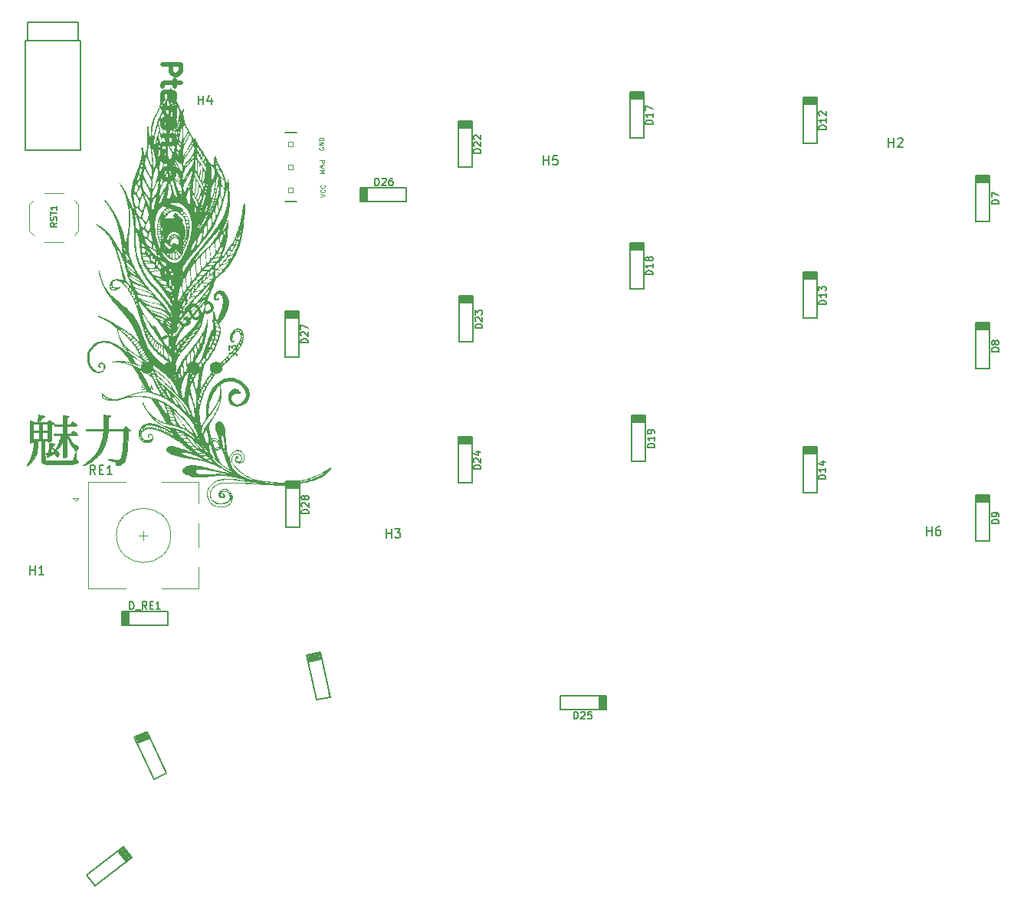
<source format=gbr>
%TF.GenerationSoftware,KiCad,Pcbnew,(5.99.0-11550-g369d813a32)*%
%TF.CreationDate,2021-07-28T19:42:54+05:30*%
%TF.ProjectId,Pteron36v0,50746572-6f6e-4333-9676-302e6b696361,rev?*%
%TF.SameCoordinates,Original*%
%TF.FileFunction,Legend,Top*%
%TF.FilePolarity,Positive*%
%FSLAX46Y46*%
G04 Gerber Fmt 4.6, Leading zero omitted, Abs format (unit mm)*
G04 Created by KiCad (PCBNEW (5.99.0-11550-g369d813a32)) date 2021-07-28 19:42:54*
%MOMM*%
%LPD*%
G01*
G04 APERTURE LIST*
%ADD10C,0.125000*%
%ADD11C,0.500000*%
%ADD12C,0.300000*%
%ADD13C,0.150000*%
%ADD14C,0.120000*%
%ADD15C,0.066040*%
%ADD16C,0.010000*%
%ADD17C,0.203200*%
%ADD18C,1.397000*%
G04 APERTURE END LIST*
D10*
X146059577Y-73411763D02*
X146559577Y-73411763D01*
X146559577Y-73602239D01*
X146535768Y-73649858D01*
X146511958Y-73673667D01*
X146464339Y-73697477D01*
X146392910Y-73697477D01*
X146345291Y-73673667D01*
X146321482Y-73649858D01*
X146297672Y-73602239D01*
X146297672Y-73411763D01*
X146559577Y-73864144D02*
X146059577Y-73983191D01*
X146416720Y-74078429D01*
X146059577Y-74173667D01*
X146559577Y-74292715D01*
X146059577Y-74483191D02*
X146559577Y-74483191D01*
X146202434Y-74649858D01*
X146559577Y-74816524D01*
X146059577Y-74816524D01*
X146138958Y-77447809D02*
X146638958Y-77281143D01*
X146138958Y-77114476D01*
X146591339Y-76662095D02*
X146615148Y-76685904D01*
X146638958Y-76757333D01*
X146638958Y-76804952D01*
X146615148Y-76876381D01*
X146567529Y-76924000D01*
X146519910Y-76947809D01*
X146424672Y-76971619D01*
X146353244Y-76971619D01*
X146258006Y-76947809D01*
X146210387Y-76924000D01*
X146162768Y-76876381D01*
X146138958Y-76804952D01*
X146138958Y-76757333D01*
X146162768Y-76685904D01*
X146186577Y-76662095D01*
X146591339Y-76162095D02*
X146615148Y-76185904D01*
X146638958Y-76257333D01*
X146638958Y-76304952D01*
X146615148Y-76376381D01*
X146567529Y-76424000D01*
X146519910Y-76447809D01*
X146424672Y-76471619D01*
X146353244Y-76471619D01*
X146258006Y-76447809D01*
X146210387Y-76424000D01*
X146162768Y-76376381D01*
X146138958Y-76304952D01*
X146138958Y-76257333D01*
X146162768Y-76185904D01*
X146186577Y-76162095D01*
D11*
X128693205Y-62806257D02*
X130693205Y-62806257D01*
X130693205Y-63568162D01*
X130597967Y-63758638D01*
X130502728Y-63853876D01*
X130312252Y-63949114D01*
X130026538Y-63949114D01*
X129836062Y-63853876D01*
X129740824Y-63758638D01*
X129645586Y-63568162D01*
X129645586Y-62806257D01*
X130026538Y-64520543D02*
X130026538Y-65282447D01*
X130693205Y-64806257D02*
X128978919Y-64806257D01*
X128788443Y-64901495D01*
X128693205Y-65091971D01*
X128693205Y-65282447D01*
X128788443Y-66711019D02*
X128693205Y-66520543D01*
X128693205Y-66139590D01*
X128788443Y-65949114D01*
X128978919Y-65853876D01*
X129740824Y-65853876D01*
X129931300Y-65949114D01*
X130026538Y-66139590D01*
X130026538Y-66520543D01*
X129931300Y-66711019D01*
X129740824Y-66806257D01*
X129550347Y-66806257D01*
X129359871Y-65853876D01*
X128693205Y-67663400D02*
X130026538Y-67663400D01*
X129645586Y-67663400D02*
X129836062Y-67758638D01*
X129931300Y-67853876D01*
X130026538Y-68044352D01*
X130026538Y-68234828D01*
X128693205Y-69187209D02*
X128788443Y-68996733D01*
X128883681Y-68901495D01*
X129074157Y-68806257D01*
X129645586Y-68806257D01*
X129836062Y-68901495D01*
X129931300Y-68996733D01*
X130026538Y-69187209D01*
X130026538Y-69472923D01*
X129931300Y-69663400D01*
X129836062Y-69758638D01*
X129645586Y-69853876D01*
X129074157Y-69853876D01*
X128883681Y-69758638D01*
X128788443Y-69663400D01*
X128693205Y-69472923D01*
X128693205Y-69187209D01*
X130026538Y-70711019D02*
X128693205Y-70711019D01*
X129836062Y-70711019D02*
X129931300Y-70806257D01*
X130026538Y-70996733D01*
X130026538Y-71282447D01*
X129931300Y-71472923D01*
X129740824Y-71568162D01*
X128693205Y-71568162D01*
X130693205Y-72330066D02*
X130693205Y-73568162D01*
X129931300Y-72901495D01*
X129931300Y-73187209D01*
X129836062Y-73377685D01*
X129740824Y-73472923D01*
X129550347Y-73568162D01*
X129074157Y-73568162D01*
X128883681Y-73472923D01*
X128788443Y-73377685D01*
X128693205Y-73187209D01*
X128693205Y-72615781D01*
X128788443Y-72425304D01*
X128883681Y-72330066D01*
X130693205Y-75282447D02*
X130693205Y-74901495D01*
X130597967Y-74711019D01*
X130502728Y-74615781D01*
X130217014Y-74425304D01*
X129836062Y-74330066D01*
X129074157Y-74330066D01*
X128883681Y-74425304D01*
X128788443Y-74520543D01*
X128693205Y-74711019D01*
X128693205Y-75091971D01*
X128788443Y-75282447D01*
X128883681Y-75377685D01*
X129074157Y-75472923D01*
X129550347Y-75472923D01*
X129740824Y-75377685D01*
X129836062Y-75282447D01*
X129931300Y-75091971D01*
X129931300Y-74711019D01*
X129836062Y-74520543D01*
X129740824Y-74425304D01*
X129550347Y-74330066D01*
X130693205Y-77568162D02*
X128693205Y-78234828D01*
X130693205Y-78901495D01*
X128693205Y-80615781D02*
X128693205Y-79472923D01*
X128693205Y-80044352D02*
X130693205Y-80044352D01*
X130407490Y-79853876D01*
X130217014Y-79663400D01*
X130121776Y-79472923D01*
X128883681Y-81472923D02*
X128788443Y-81568162D01*
X128693205Y-81472923D01*
X128788443Y-81377685D01*
X128883681Y-81472923D01*
X128693205Y-81472923D01*
X130693205Y-82234828D02*
X130693205Y-83472923D01*
X129931300Y-82806257D01*
X129931300Y-83091971D01*
X129836062Y-83282447D01*
X129740824Y-83377685D01*
X129550347Y-83472923D01*
X129074157Y-83472923D01*
X128883681Y-83377685D01*
X128788443Y-83282447D01*
X128693205Y-83091971D01*
X128693205Y-82520543D01*
X128788443Y-82330066D01*
X128883681Y-82234828D01*
X128883681Y-84330066D02*
X128788443Y-84425304D01*
X128693205Y-84330066D01*
X128788443Y-84234828D01*
X128883681Y-84330066D01*
X128693205Y-84330066D01*
X130693205Y-85663400D02*
X130693205Y-85853876D01*
X130597967Y-86044352D01*
X130502728Y-86139590D01*
X130312252Y-86234828D01*
X129931300Y-86330066D01*
X129455109Y-86330066D01*
X129074157Y-86234828D01*
X128883681Y-86139590D01*
X128788443Y-86044352D01*
X128693205Y-85853876D01*
X128693205Y-85663400D01*
X128788443Y-85472923D01*
X128883681Y-85377685D01*
X129074157Y-85282447D01*
X129455109Y-85187209D01*
X129931300Y-85187209D01*
X130312252Y-85282447D01*
X130502728Y-85377685D01*
X130597967Y-85472923D01*
X130693205Y-85663400D01*
D10*
X146035769Y-71955095D02*
X146011959Y-72002714D01*
X146011959Y-72074143D01*
X146035769Y-72145571D01*
X146083388Y-72193190D01*
X146131007Y-72217000D01*
X146226245Y-72240809D01*
X146297673Y-72240809D01*
X146392911Y-72217000D01*
X146440530Y-72193190D01*
X146488149Y-72145571D01*
X146511959Y-72074143D01*
X146511959Y-72026523D01*
X146488149Y-71955095D01*
X146464340Y-71931285D01*
X146297673Y-71931285D01*
X146297673Y-72026523D01*
X146511959Y-71717000D02*
X146011959Y-71717000D01*
X146511959Y-71431285D01*
X146011959Y-71431285D01*
X146511959Y-71193190D02*
X146011959Y-71193190D01*
X146011959Y-71074143D01*
X146035769Y-71002714D01*
X146083388Y-70955095D01*
X146131007Y-70931285D01*
X146226245Y-70907476D01*
X146297673Y-70907476D01*
X146392911Y-70931285D01*
X146440530Y-70955095D01*
X146488149Y-71002714D01*
X146511959Y-71074143D01*
X146511959Y-71193190D01*
X126374626Y-98700523D02*
X126446054Y-98724333D01*
X126565102Y-98724333D01*
X126612721Y-98700523D01*
X126636530Y-98676714D01*
X126660340Y-98629095D01*
X126660340Y-98581476D01*
X126636530Y-98533857D01*
X126612721Y-98510047D01*
X126565102Y-98486238D01*
X126469864Y-98462428D01*
X126422245Y-98438619D01*
X126398435Y-98414809D01*
X126374626Y-98367190D01*
X126374626Y-98319571D01*
X126398435Y-98271952D01*
X126422245Y-98248143D01*
X126469864Y-98224333D01*
X126588911Y-98224333D01*
X126660340Y-98248143D01*
X126874626Y-98724333D02*
X126874626Y-98224333D01*
X126993673Y-98224333D01*
X127065102Y-98248143D01*
X127112721Y-98295762D01*
X127136530Y-98343381D01*
X127160340Y-98438619D01*
X127160340Y-98510047D01*
X127136530Y-98605285D01*
X127112721Y-98652904D01*
X127065102Y-98700523D01*
X126993673Y-98724333D01*
X126874626Y-98724333D01*
X127350816Y-98581476D02*
X127588911Y-98581476D01*
X127303197Y-98724333D02*
X127469864Y-98224333D01*
X127636530Y-98724333D01*
D12*
%TO.C,LOGO3*%
X129146161Y-92835348D02*
X128517674Y-93198205D01*
X127755674Y-91878382D01*
X129075496Y-91116382D02*
X129326891Y-90971239D01*
X129488874Y-90961517D01*
X129687143Y-91014643D01*
X129895135Y-91229752D01*
X130149135Y-91669693D01*
X130231429Y-91957373D01*
X130178303Y-92155642D01*
X130088891Y-92291062D01*
X129837496Y-92436205D01*
X129675513Y-92445928D01*
X129477244Y-92392802D01*
X129269253Y-92177693D01*
X129015253Y-91737752D01*
X128932959Y-91450071D01*
X128986085Y-91251802D01*
X129075496Y-91116382D01*
X130934394Y-90126945D02*
X130772411Y-90136668D01*
X130583865Y-90245525D01*
X130431605Y-90417231D01*
X130378479Y-90615500D01*
X130388201Y-90777483D01*
X130470496Y-91065163D01*
X130579353Y-91253710D01*
X130787344Y-91468819D01*
X130922764Y-91558230D01*
X131121033Y-91611356D01*
X131345865Y-91565348D01*
X131471562Y-91492776D01*
X131623823Y-91321071D01*
X131650386Y-91221936D01*
X131396386Y-90781995D01*
X131144991Y-90927138D01*
X131777990Y-89556097D02*
X132029385Y-89410954D01*
X132191368Y-89401231D01*
X132389637Y-89454357D01*
X132597629Y-89669466D01*
X132851629Y-90109407D01*
X132933923Y-90397087D01*
X132880797Y-90595356D01*
X132791385Y-90730776D01*
X132539990Y-90875919D01*
X132378007Y-90885642D01*
X132179738Y-90832516D01*
X131971747Y-90617407D01*
X131717747Y-90177466D01*
X131635453Y-89889786D01*
X131688579Y-89691517D01*
X131777990Y-89556097D01*
X132783570Y-88975525D02*
X133600603Y-88503811D01*
X133450948Y-89260600D01*
X133639494Y-89151743D01*
X133801477Y-89142021D01*
X133900611Y-89168584D01*
X134036031Y-89257995D01*
X134217460Y-89572239D01*
X134227183Y-89734222D01*
X134200620Y-89833356D01*
X134111208Y-89968776D01*
X133734116Y-90186491D01*
X133572133Y-90196213D01*
X133472998Y-90169650D01*
D13*
%TO.C,H6*%
X213106095Y-114854380D02*
X213106095Y-113854380D01*
X213106095Y-114330571D02*
X213677523Y-114330571D01*
X213677523Y-114854380D02*
X213677523Y-113854380D01*
X214582285Y-113854380D02*
X214391809Y-113854380D01*
X214296571Y-113902000D01*
X214248952Y-113949619D01*
X214153714Y-114092476D01*
X214106095Y-114282952D01*
X214106095Y-114663904D01*
X214153714Y-114759142D01*
X214201333Y-114806761D01*
X214296571Y-114854380D01*
X214487047Y-114854380D01*
X214582285Y-114806761D01*
X214629904Y-114759142D01*
X214677523Y-114663904D01*
X214677523Y-114425809D01*
X214629904Y-114330571D01*
X214582285Y-114282952D01*
X214487047Y-114235333D01*
X214296571Y-114235333D01*
X214201333Y-114282952D01*
X214153714Y-114330571D01*
X214106095Y-114425809D01*
%TO.C,H3*%
X153416095Y-115108380D02*
X153416095Y-114108380D01*
X153416095Y-114584571D02*
X153987523Y-114584571D01*
X153987523Y-115108380D02*
X153987523Y-114108380D01*
X154368476Y-114108380D02*
X154987523Y-114108380D01*
X154654190Y-114489333D01*
X154797047Y-114489333D01*
X154892285Y-114536952D01*
X154939904Y-114584571D01*
X154987523Y-114679809D01*
X154987523Y-114917904D01*
X154939904Y-115013142D01*
X154892285Y-115060761D01*
X154797047Y-115108380D01*
X154511333Y-115108380D01*
X154416095Y-115060761D01*
X154368476Y-115013142D01*
%TO.C,H1*%
X114046095Y-119172380D02*
X114046095Y-118172380D01*
X114046095Y-118648571D02*
X114617523Y-118648571D01*
X114617523Y-119172380D02*
X114617523Y-118172380D01*
X115617523Y-119172380D02*
X115046095Y-119172380D01*
X115331809Y-119172380D02*
X115331809Y-118172380D01*
X115236571Y-118315238D01*
X115141333Y-118410476D01*
X115046095Y-118458095D01*
%TO.C,D22*%
X163876065Y-72578125D02*
X163076065Y-72578125D01*
X163076065Y-72387649D01*
X163114161Y-72273363D01*
X163190351Y-72197173D01*
X163266541Y-72159077D01*
X163418922Y-72120982D01*
X163533208Y-72120982D01*
X163685589Y-72159077D01*
X163761780Y-72197173D01*
X163837970Y-72273363D01*
X163876065Y-72387649D01*
X163876065Y-72578125D01*
X163152256Y-71816220D02*
X163114161Y-71778125D01*
X163076065Y-71701935D01*
X163076065Y-71511458D01*
X163114161Y-71435268D01*
X163152256Y-71397173D01*
X163228446Y-71359077D01*
X163304637Y-71359077D01*
X163418922Y-71397173D01*
X163876065Y-71854316D01*
X163876065Y-71359077D01*
X163152256Y-71054316D02*
X163114161Y-71016220D01*
X163076065Y-70940030D01*
X163076065Y-70749554D01*
X163114161Y-70673363D01*
X163152256Y-70635268D01*
X163228446Y-70597173D01*
X163304637Y-70597173D01*
X163418922Y-70635268D01*
X163876065Y-71092411D01*
X163876065Y-70597173D01*
%TO.C,D19*%
X183051074Y-105137959D02*
X182251074Y-105137959D01*
X182251074Y-104947483D01*
X182289170Y-104833197D01*
X182365360Y-104757007D01*
X182441550Y-104718911D01*
X182593931Y-104680816D01*
X182708217Y-104680816D01*
X182860598Y-104718911D01*
X182936789Y-104757007D01*
X183012979Y-104833197D01*
X183051074Y-104947483D01*
X183051074Y-105137959D01*
X183051074Y-103918911D02*
X183051074Y-104376054D01*
X183051074Y-104147483D02*
X182251074Y-104147483D01*
X182365360Y-104223673D01*
X182441550Y-104299864D01*
X182479646Y-104376054D01*
X183051074Y-103537959D02*
X183051074Y-103385578D01*
X183012979Y-103309388D01*
X182974884Y-103271292D01*
X182860598Y-103195102D01*
X182708217Y-103157007D01*
X182403455Y-103157007D01*
X182327265Y-103195102D01*
X182289170Y-103233197D01*
X182251074Y-103309388D01*
X182251074Y-103461769D01*
X182289170Y-103537959D01*
X182327265Y-103576054D01*
X182403455Y-103614150D01*
X182593931Y-103614150D01*
X182670122Y-103576054D01*
X182708217Y-103537959D01*
X182746312Y-103461769D01*
X182746312Y-103309388D01*
X182708217Y-103233197D01*
X182670122Y-103195102D01*
X182593931Y-103157007D01*
%TO.C,D26*%
X152172340Y-76174847D02*
X152172340Y-75374847D01*
X152362816Y-75374847D01*
X152477102Y-75412943D01*
X152553292Y-75489133D01*
X152591388Y-75565323D01*
X152629483Y-75717704D01*
X152629483Y-75831990D01*
X152591388Y-75984371D01*
X152553292Y-76060562D01*
X152477102Y-76136752D01*
X152362816Y-76174847D01*
X152172340Y-76174847D01*
X152934245Y-75451038D02*
X152972340Y-75412943D01*
X153048530Y-75374847D01*
X153239007Y-75374847D01*
X153315197Y-75412943D01*
X153353292Y-75451038D01*
X153391388Y-75527228D01*
X153391388Y-75603419D01*
X153353292Y-75717704D01*
X152896149Y-76174847D01*
X153391388Y-76174847D01*
X154077102Y-75374847D02*
X153924721Y-75374847D01*
X153848530Y-75412943D01*
X153810435Y-75451038D01*
X153734245Y-75565323D01*
X153696149Y-75717704D01*
X153696149Y-76022466D01*
X153734245Y-76098657D01*
X153772340Y-76136752D01*
X153848530Y-76174847D01*
X154000911Y-76174847D01*
X154077102Y-76136752D01*
X154115197Y-76098657D01*
X154153292Y-76022466D01*
X154153292Y-75831990D01*
X154115197Y-75755800D01*
X154077102Y-75717704D01*
X154000911Y-75679609D01*
X153848530Y-75679609D01*
X153772340Y-75717704D01*
X153734245Y-75755800D01*
X153696149Y-75831990D01*
%TO.C,D28*%
X144853919Y-112418610D02*
X144053919Y-112418610D01*
X144053919Y-112228134D01*
X144092015Y-112113848D01*
X144168205Y-112037658D01*
X144244395Y-111999562D01*
X144396776Y-111961467D01*
X144511062Y-111961467D01*
X144663443Y-111999562D01*
X144739634Y-112037658D01*
X144815824Y-112113848D01*
X144853919Y-112228134D01*
X144853919Y-112418610D01*
X144130110Y-111656705D02*
X144092015Y-111618610D01*
X144053919Y-111542420D01*
X144053919Y-111351943D01*
X144092015Y-111275753D01*
X144130110Y-111237658D01*
X144206300Y-111199562D01*
X144282491Y-111199562D01*
X144396776Y-111237658D01*
X144853919Y-111694801D01*
X144853919Y-111199562D01*
X144396776Y-110742420D02*
X144358681Y-110818610D01*
X144320586Y-110856705D01*
X144244395Y-110894801D01*
X144206300Y-110894801D01*
X144130110Y-110856705D01*
X144092015Y-110818610D01*
X144053919Y-110742420D01*
X144053919Y-110590039D01*
X144092015Y-110513848D01*
X144130110Y-110475753D01*
X144206300Y-110437658D01*
X144244395Y-110437658D01*
X144320586Y-110475753D01*
X144358681Y-110513848D01*
X144396776Y-110590039D01*
X144396776Y-110742420D01*
X144434872Y-110818610D01*
X144472967Y-110856705D01*
X144549157Y-110894801D01*
X144701538Y-110894801D01*
X144777729Y-110856705D01*
X144815824Y-110818610D01*
X144853919Y-110742420D01*
X144853919Y-110590039D01*
X144815824Y-110513848D01*
X144777729Y-110475753D01*
X144701538Y-110437658D01*
X144549157Y-110437658D01*
X144472967Y-110475753D01*
X144434872Y-110513848D01*
X144396776Y-110590039D01*
%TO.C,D27*%
X144761751Y-93564832D02*
X143961751Y-93564832D01*
X143961751Y-93374356D01*
X143999847Y-93260070D01*
X144076037Y-93183880D01*
X144152227Y-93145784D01*
X144304608Y-93107689D01*
X144418894Y-93107689D01*
X144571275Y-93145784D01*
X144647466Y-93183880D01*
X144723656Y-93260070D01*
X144761751Y-93374356D01*
X144761751Y-93564832D01*
X144037942Y-92802927D02*
X143999847Y-92764832D01*
X143961751Y-92688642D01*
X143961751Y-92498165D01*
X143999847Y-92421975D01*
X144037942Y-92383880D01*
X144114132Y-92345784D01*
X144190323Y-92345784D01*
X144304608Y-92383880D01*
X144761751Y-92841023D01*
X144761751Y-92345784D01*
X143961751Y-92079118D02*
X143961751Y-91545784D01*
X144761751Y-91888642D01*
%TO.C,D14*%
X201975081Y-108603931D02*
X201175081Y-108603931D01*
X201175081Y-108413455D01*
X201213177Y-108299169D01*
X201289367Y-108222979D01*
X201365557Y-108184883D01*
X201517938Y-108146788D01*
X201632224Y-108146788D01*
X201784605Y-108184883D01*
X201860796Y-108222979D01*
X201936986Y-108299169D01*
X201975081Y-108413455D01*
X201975081Y-108603931D01*
X201975081Y-107384883D02*
X201975081Y-107842026D01*
X201975081Y-107613455D02*
X201175081Y-107613455D01*
X201289367Y-107689645D01*
X201365557Y-107765836D01*
X201403653Y-107842026D01*
X201441748Y-106699169D02*
X201975081Y-106699169D01*
X201136986Y-106889645D02*
X201708415Y-107080122D01*
X201708415Y-106584883D01*
%TO.C,D24*%
X163866281Y-107505128D02*
X163066281Y-107505128D01*
X163066281Y-107314652D01*
X163104377Y-107200366D01*
X163180567Y-107124176D01*
X163256757Y-107086080D01*
X163409138Y-107047985D01*
X163523424Y-107047985D01*
X163675805Y-107086080D01*
X163751996Y-107124176D01*
X163828186Y-107200366D01*
X163866281Y-107314652D01*
X163866281Y-107505128D01*
X163142472Y-106743223D02*
X163104377Y-106705128D01*
X163066281Y-106628938D01*
X163066281Y-106438461D01*
X163104377Y-106362271D01*
X163142472Y-106324176D01*
X163218662Y-106286080D01*
X163294853Y-106286080D01*
X163409138Y-106324176D01*
X163866281Y-106781319D01*
X163866281Y-106286080D01*
X163332948Y-105600366D02*
X163866281Y-105600366D01*
X163028186Y-105790842D02*
X163599615Y-105981319D01*
X163599615Y-105486080D01*
%TO.C,D9*%
X221082092Y-113547311D02*
X220282092Y-113547311D01*
X220282092Y-113356835D01*
X220320188Y-113242549D01*
X220396378Y-113166358D01*
X220472568Y-113128263D01*
X220624949Y-113090168D01*
X220739235Y-113090168D01*
X220891616Y-113128263D01*
X220967807Y-113166358D01*
X221043997Y-113242549D01*
X221082092Y-113356835D01*
X221082092Y-113547311D01*
X221082092Y-112709215D02*
X221082092Y-112556835D01*
X221043997Y-112480644D01*
X221005902Y-112442549D01*
X220891616Y-112366358D01*
X220739235Y-112328263D01*
X220434473Y-112328263D01*
X220358283Y-112366358D01*
X220320188Y-112404454D01*
X220282092Y-112480644D01*
X220282092Y-112633025D01*
X220320188Y-112709215D01*
X220358283Y-112747311D01*
X220434473Y-112785406D01*
X220624949Y-112785406D01*
X220701140Y-112747311D01*
X220739235Y-112709215D01*
X220777330Y-112633025D01*
X220777330Y-112480644D01*
X220739235Y-112404454D01*
X220701140Y-112366358D01*
X220624949Y-112328263D01*
%TO.C,D13*%
X202004238Y-89297368D02*
X201204238Y-89297368D01*
X201204238Y-89106892D01*
X201242334Y-88992606D01*
X201318524Y-88916416D01*
X201394714Y-88878320D01*
X201547095Y-88840225D01*
X201661381Y-88840225D01*
X201813762Y-88878320D01*
X201889953Y-88916416D01*
X201966143Y-88992606D01*
X202004238Y-89106892D01*
X202004238Y-89297368D01*
X202004238Y-88078320D02*
X202004238Y-88535463D01*
X202004238Y-88306892D02*
X201204238Y-88306892D01*
X201318524Y-88383082D01*
X201394714Y-88459273D01*
X201432810Y-88535463D01*
X201204238Y-87811654D02*
X201204238Y-87316416D01*
X201509000Y-87583082D01*
X201509000Y-87468797D01*
X201547095Y-87392606D01*
X201585191Y-87354511D01*
X201661381Y-87316416D01*
X201851857Y-87316416D01*
X201928048Y-87354511D01*
X201966143Y-87392606D01*
X202004238Y-87468797D01*
X202004238Y-87697368D01*
X201966143Y-87773559D01*
X201928048Y-87811654D01*
%TO.C,D17*%
X182845673Y-69395970D02*
X182045673Y-69395970D01*
X182045673Y-69205494D01*
X182083769Y-69091208D01*
X182159959Y-69015018D01*
X182236149Y-68976922D01*
X182388530Y-68938827D01*
X182502816Y-68938827D01*
X182655197Y-68976922D01*
X182731388Y-69015018D01*
X182807578Y-69091208D01*
X182845673Y-69205494D01*
X182845673Y-69395970D01*
X182845673Y-68176922D02*
X182845673Y-68634065D01*
X182845673Y-68405494D02*
X182045673Y-68405494D01*
X182159959Y-68481684D01*
X182236149Y-68557875D01*
X182274245Y-68634065D01*
X182045673Y-67910256D02*
X182045673Y-67376922D01*
X182845673Y-67719780D01*
%TO.C,D8*%
X221082093Y-94512411D02*
X220282093Y-94512411D01*
X220282093Y-94321935D01*
X220320189Y-94207649D01*
X220396379Y-94131458D01*
X220472569Y-94093363D01*
X220624950Y-94055268D01*
X220739236Y-94055268D01*
X220891617Y-94093363D01*
X220967808Y-94131458D01*
X221043998Y-94207649D01*
X221082093Y-94321935D01*
X221082093Y-94512411D01*
X220624950Y-93598125D02*
X220586855Y-93674315D01*
X220548760Y-93712411D01*
X220472569Y-93750506D01*
X220434474Y-93750506D01*
X220358284Y-93712411D01*
X220320189Y-93674315D01*
X220282093Y-93598125D01*
X220282093Y-93445744D01*
X220320189Y-93369554D01*
X220358284Y-93331458D01*
X220434474Y-93293363D01*
X220472569Y-93293363D01*
X220548760Y-93331458D01*
X220586855Y-93369554D01*
X220624950Y-93445744D01*
X220624950Y-93598125D01*
X220663046Y-93674315D01*
X220701141Y-93712411D01*
X220777331Y-93750506D01*
X220929712Y-93750506D01*
X221005903Y-93712411D01*
X221043998Y-93674315D01*
X221082093Y-93598125D01*
X221082093Y-93445744D01*
X221043998Y-93369554D01*
X221005903Y-93331458D01*
X220929712Y-93293363D01*
X220777331Y-93293363D01*
X220701141Y-93331458D01*
X220663046Y-93369554D01*
X220624950Y-93445744D01*
%TO.C,D23*%
X164028021Y-91933212D02*
X163228021Y-91933212D01*
X163228021Y-91742736D01*
X163266117Y-91628450D01*
X163342307Y-91552260D01*
X163418497Y-91514164D01*
X163570878Y-91476069D01*
X163685164Y-91476069D01*
X163837545Y-91514164D01*
X163913736Y-91552260D01*
X163989926Y-91628450D01*
X164028021Y-91742736D01*
X164028021Y-91933212D01*
X163304212Y-91171307D02*
X163266117Y-91133212D01*
X163228021Y-91057022D01*
X163228021Y-90866545D01*
X163266117Y-90790355D01*
X163304212Y-90752260D01*
X163380402Y-90714164D01*
X163456593Y-90714164D01*
X163570878Y-90752260D01*
X164028021Y-91209403D01*
X164028021Y-90714164D01*
X163228021Y-90447498D02*
X163228021Y-89952260D01*
X163532783Y-90218926D01*
X163532783Y-90104641D01*
X163570878Y-90028450D01*
X163608974Y-89990355D01*
X163685164Y-89952260D01*
X163875640Y-89952260D01*
X163951831Y-89990355D01*
X163989926Y-90028450D01*
X164028021Y-90104641D01*
X164028021Y-90333212D01*
X163989926Y-90409403D01*
X163951831Y-90447498D01*
%TO.C,D18*%
X182845674Y-86032971D02*
X182045674Y-86032971D01*
X182045674Y-85842495D01*
X182083770Y-85728209D01*
X182159960Y-85652019D01*
X182236150Y-85613923D01*
X182388531Y-85575828D01*
X182502817Y-85575828D01*
X182655198Y-85613923D01*
X182731389Y-85652019D01*
X182807579Y-85728209D01*
X182845674Y-85842495D01*
X182845674Y-86032971D01*
X182845674Y-84813923D02*
X182845674Y-85271066D01*
X182845674Y-85042495D02*
X182045674Y-85042495D01*
X182159960Y-85118685D01*
X182236150Y-85194876D01*
X182274246Y-85271066D01*
X182388531Y-84356781D02*
X182350436Y-84432971D01*
X182312341Y-84471066D01*
X182236150Y-84509162D01*
X182198055Y-84509162D01*
X182121865Y-84471066D01*
X182083770Y-84432971D01*
X182045674Y-84356781D01*
X182045674Y-84204400D01*
X182083770Y-84128209D01*
X182121865Y-84090114D01*
X182198055Y-84052019D01*
X182236150Y-84052019D01*
X182312341Y-84090114D01*
X182350436Y-84128209D01*
X182388531Y-84204400D01*
X182388531Y-84356781D01*
X182426627Y-84432971D01*
X182464722Y-84471066D01*
X182540912Y-84509162D01*
X182693293Y-84509162D01*
X182769484Y-84471066D01*
X182807579Y-84432971D01*
X182845674Y-84356781D01*
X182845674Y-84204400D01*
X182807579Y-84128209D01*
X182769484Y-84090114D01*
X182693293Y-84052019D01*
X182540912Y-84052019D01*
X182464722Y-84090114D01*
X182426627Y-84128209D01*
X182388531Y-84204400D01*
%TO.C,D12*%
X202004237Y-69954770D02*
X201204237Y-69954770D01*
X201204237Y-69764294D01*
X201242333Y-69650008D01*
X201318523Y-69573818D01*
X201394713Y-69535722D01*
X201547094Y-69497627D01*
X201661380Y-69497627D01*
X201813761Y-69535722D01*
X201889952Y-69573818D01*
X201966142Y-69650008D01*
X202004237Y-69764294D01*
X202004237Y-69954770D01*
X202004237Y-68735722D02*
X202004237Y-69192865D01*
X202004237Y-68964294D02*
X201204237Y-68964294D01*
X201318523Y-69040484D01*
X201394713Y-69116675D01*
X201432809Y-69192865D01*
X201280428Y-68430961D02*
X201242333Y-68392865D01*
X201204237Y-68316675D01*
X201204237Y-68126199D01*
X201242333Y-68050008D01*
X201280428Y-68011913D01*
X201356618Y-67973818D01*
X201432809Y-67973818D01*
X201547094Y-68011913D01*
X202004237Y-68469056D01*
X202004237Y-67973818D01*
%TO.C,D7*%
X221082094Y-78207992D02*
X220282094Y-78207992D01*
X220282094Y-78017516D01*
X220320190Y-77903230D01*
X220396380Y-77827039D01*
X220472570Y-77788944D01*
X220624951Y-77750849D01*
X220739237Y-77750849D01*
X220891618Y-77788944D01*
X220967809Y-77827039D01*
X221043999Y-77903230D01*
X221082094Y-78017516D01*
X221082094Y-78207992D01*
X220282094Y-77484182D02*
X220282094Y-76950849D01*
X221082094Y-77293706D01*
%TO.C,J3*%
X136071663Y-94680076D02*
X136652234Y-94680076D01*
X136768348Y-94718781D01*
X136845758Y-94796190D01*
X136884463Y-94912304D01*
X136884463Y-94989714D01*
X136071663Y-94370438D02*
X136071663Y-93867276D01*
X136381301Y-94138209D01*
X136381301Y-94022095D01*
X136420006Y-93944685D01*
X136458710Y-93905981D01*
X136536120Y-93867276D01*
X136729644Y-93867276D01*
X136807053Y-93905981D01*
X136845758Y-93944685D01*
X136884463Y-94022095D01*
X136884463Y-94254323D01*
X136845758Y-94331733D01*
X136807053Y-94370438D01*
%TO.C,RST1*%
X117011436Y-80318808D02*
X116678103Y-80552142D01*
X117011436Y-80718808D02*
X116311436Y-80718808D01*
X116311436Y-80452142D01*
X116344770Y-80385475D01*
X116378103Y-80352142D01*
X116444770Y-80318808D01*
X116544770Y-80318808D01*
X116611436Y-80352142D01*
X116644770Y-80385475D01*
X116678103Y-80452142D01*
X116678103Y-80718808D01*
X116978103Y-80052142D02*
X117011436Y-79952142D01*
X117011436Y-79785475D01*
X116978103Y-79718808D01*
X116944770Y-79685475D01*
X116878103Y-79652142D01*
X116811436Y-79652142D01*
X116744770Y-79685475D01*
X116711436Y-79718808D01*
X116678103Y-79785475D01*
X116644770Y-79918808D01*
X116611436Y-79985475D01*
X116578103Y-80018808D01*
X116511436Y-80052142D01*
X116444770Y-80052142D01*
X116378103Y-80018808D01*
X116344770Y-79985475D01*
X116311436Y-79918808D01*
X116311436Y-79752142D01*
X116344770Y-79652142D01*
X116311436Y-79452142D02*
X116311436Y-79052142D01*
X117011436Y-79252142D02*
X116311436Y-79252142D01*
X117011436Y-78452142D02*
X117011436Y-78852142D01*
X117011436Y-78652142D02*
X116311436Y-78652142D01*
X116411436Y-78718808D01*
X116478103Y-78785475D01*
X116511436Y-78852142D01*
%TO.C,D_RE1*%
X125096024Y-122987047D02*
X125096024Y-122187047D01*
X125286500Y-122187047D01*
X125400786Y-122225143D01*
X125476976Y-122301333D01*
X125515071Y-122377523D01*
X125553167Y-122529904D01*
X125553167Y-122644190D01*
X125515071Y-122796571D01*
X125476976Y-122872762D01*
X125400786Y-122948952D01*
X125286500Y-122987047D01*
X125096024Y-122987047D01*
X125705547Y-123063238D02*
X126315071Y-123063238D01*
X126962690Y-122987047D02*
X126696024Y-122606095D01*
X126505547Y-122987047D02*
X126505547Y-122187047D01*
X126810309Y-122187047D01*
X126886500Y-122225143D01*
X126924595Y-122263238D01*
X126962690Y-122339428D01*
X126962690Y-122453714D01*
X126924595Y-122529904D01*
X126886500Y-122568000D01*
X126810309Y-122606095D01*
X126505547Y-122606095D01*
X127305547Y-122568000D02*
X127572214Y-122568000D01*
X127686500Y-122987047D02*
X127305547Y-122987047D01*
X127305547Y-122187047D01*
X127686500Y-122187047D01*
X128448405Y-122987047D02*
X127991262Y-122987047D01*
X128219833Y-122987047D02*
X128219833Y-122187047D01*
X128143643Y-122301333D01*
X128067452Y-122377523D01*
X127991262Y-122415619D01*
%TO.C,RE1*%
X121288720Y-108093522D02*
X120955387Y-107617332D01*
X120717291Y-108093522D02*
X120717291Y-107093522D01*
X121098244Y-107093522D01*
X121193482Y-107141142D01*
X121241101Y-107188761D01*
X121288720Y-107283999D01*
X121288720Y-107426856D01*
X121241101Y-107522094D01*
X121193482Y-107569713D01*
X121098244Y-107617332D01*
X120717291Y-107617332D01*
X121717291Y-107569713D02*
X122050625Y-107569713D01*
X122193482Y-108093522D02*
X121717291Y-108093522D01*
X121717291Y-107093522D01*
X122193482Y-107093522D01*
X123145863Y-108093522D02*
X122574434Y-108093522D01*
X122860148Y-108093522D02*
X122860148Y-107093522D01*
X122764910Y-107236380D01*
X122669672Y-107331618D01*
X122574434Y-107379237D01*
%TO.C,H2*%
X208913288Y-71925324D02*
X208913288Y-70925324D01*
X208913288Y-71401515D02*
X209484716Y-71401515D01*
X209484716Y-71925324D02*
X209484716Y-70925324D01*
X209913288Y-71020563D02*
X209960907Y-70972944D01*
X210056145Y-70925324D01*
X210294240Y-70925324D01*
X210389478Y-70972944D01*
X210437097Y-71020563D01*
X210484716Y-71115801D01*
X210484716Y-71211039D01*
X210437097Y-71353896D01*
X209865669Y-71925324D01*
X210484716Y-71925324D01*
%TO.C,H4*%
X132646063Y-67226323D02*
X132646063Y-66226323D01*
X132646063Y-66702514D02*
X133217491Y-66702514D01*
X133217491Y-67226323D02*
X133217491Y-66226323D01*
X134122253Y-66559657D02*
X134122253Y-67226323D01*
X133884158Y-66178704D02*
X133646063Y-66892990D01*
X134265110Y-66892990D01*
%TO.C,H5*%
X170815878Y-73906523D02*
X170815878Y-72906523D01*
X170815878Y-73382714D02*
X171387306Y-73382714D01*
X171387306Y-73906523D02*
X171387306Y-72906523D01*
X172339687Y-72906523D02*
X171863497Y-72906523D01*
X171815878Y-73382714D01*
X171863497Y-73335095D01*
X171958735Y-73287476D01*
X172196830Y-73287476D01*
X172292068Y-73335095D01*
X172339687Y-73382714D01*
X172387306Y-73477952D01*
X172387306Y-73716047D01*
X172339687Y-73811285D01*
X172292068Y-73858904D01*
X172196830Y-73906523D01*
X171958735Y-73906523D01*
X171863497Y-73858904D01*
X171815878Y-73811285D01*
%TO.C,D25*%
X174151685Y-135126718D02*
X174151685Y-134326718D01*
X174342161Y-134326718D01*
X174456447Y-134364814D01*
X174532637Y-134441004D01*
X174570733Y-134517194D01*
X174608828Y-134669575D01*
X174608828Y-134783861D01*
X174570733Y-134936242D01*
X174532637Y-135012433D01*
X174456447Y-135088623D01*
X174342161Y-135126718D01*
X174151685Y-135126718D01*
X174913590Y-134402909D02*
X174951685Y-134364814D01*
X175027875Y-134326718D01*
X175218352Y-134326718D01*
X175294542Y-134364814D01*
X175332637Y-134402909D01*
X175370733Y-134479099D01*
X175370733Y-134555290D01*
X175332637Y-134669575D01*
X174875494Y-135126718D01*
X175370733Y-135126718D01*
X176094542Y-134326718D02*
X175713590Y-134326718D01*
X175675494Y-134707671D01*
X175713590Y-134669575D01*
X175789780Y-134631480D01*
X175980256Y-134631480D01*
X176056447Y-134669575D01*
X176094542Y-134707671D01*
X176132637Y-134783861D01*
X176132637Y-134974337D01*
X176094542Y-135050528D01*
X176056447Y-135088623D01*
X175980256Y-135126718D01*
X175789780Y-135126718D01*
X175713590Y-135088623D01*
X175675494Y-135050528D01*
%TO.C,LOGO3*%
G36*
X136218573Y-93314397D02*
G01*
X136193695Y-93258192D01*
X136176359Y-93219028D01*
X136153122Y-93115082D01*
X136152915Y-93109730D01*
X136298869Y-93109730D01*
X136298949Y-93112474D01*
X136305773Y-93148115D01*
X136320435Y-93185019D01*
X136338694Y-93214471D01*
X136354920Y-93227463D01*
X136359133Y-93217878D01*
X136360409Y-93190036D01*
X136359091Y-93150011D01*
X136355527Y-93103877D01*
X136350060Y-93057709D01*
X136343038Y-93017580D01*
X136342952Y-93017194D01*
X136336304Y-92987011D01*
X136316708Y-93029920D01*
X136303808Y-93070038D01*
X136298869Y-93109730D01*
X136152915Y-93109730D01*
X136148692Y-93000386D01*
X136151919Y-92971397D01*
X136162900Y-92872768D01*
X136172958Y-92823701D01*
X136316214Y-92823701D01*
X136319818Y-92864458D01*
X136323529Y-92872318D01*
X136338566Y-92892878D01*
X136349271Y-92898490D01*
X136356322Y-92885352D01*
X136368294Y-92854470D01*
X136383015Y-92811607D01*
X136388594Y-92794277D01*
X136403986Y-92740356D01*
X136409520Y-92706006D01*
X136405543Y-92688470D01*
X136402375Y-92685987D01*
X136387707Y-92683531D01*
X136373217Y-92696204D01*
X136362240Y-92712188D01*
X136330634Y-92771788D01*
X136316214Y-92823701D01*
X136172958Y-92823701D01*
X136178433Y-92796988D01*
X136187751Y-92763232D01*
X136213582Y-92669654D01*
X136256922Y-92557994D01*
X136268148Y-92536730D01*
X136268351Y-92536346D01*
X136444245Y-92536346D01*
X136444629Y-92563195D01*
X136447722Y-92582210D01*
X136454011Y-92609507D01*
X136492202Y-92553408D01*
X136515691Y-92514533D01*
X136533384Y-92477382D01*
X136538707Y-92461223D01*
X136542481Y-92435355D01*
X136539999Y-92423259D01*
X136539899Y-92423228D01*
X136527415Y-92430486D01*
X136506317Y-92451313D01*
X136482112Y-92479196D01*
X136460313Y-92507620D01*
X136446426Y-92530069D01*
X136444245Y-92536346D01*
X136268351Y-92536346D01*
X136312057Y-92453560D01*
X136351237Y-92392421D01*
X136392144Y-92335672D01*
X136587266Y-92335672D01*
X136589639Y-92351117D01*
X136606832Y-92361249D01*
X136631726Y-92354974D01*
X136658349Y-92336283D01*
X136680732Y-92309165D01*
X136691891Y-92282785D01*
X136693698Y-92268484D01*
X136695440Y-92254706D01*
X136691555Y-92239471D01*
X136690349Y-92238866D01*
X136676048Y-92245032D01*
X136650781Y-92264073D01*
X136628770Y-92283714D01*
X136599293Y-92314484D01*
X136587266Y-92335672D01*
X136392144Y-92335672D01*
X136409191Y-92312024D01*
X136465937Y-92245304D01*
X136490090Y-92222332D01*
X136773635Y-92222332D01*
X136786845Y-92243412D01*
X136817027Y-92248776D01*
X136850350Y-92244102D01*
X136901762Y-92232105D01*
X136932745Y-92219568D01*
X136947230Y-92202917D01*
X136949151Y-92178570D01*
X136945631Y-92157426D01*
X136937266Y-92125631D01*
X136934931Y-92120314D01*
X137014876Y-92120314D01*
X137026343Y-92176241D01*
X137052679Y-92222451D01*
X137089962Y-92252849D01*
X137103584Y-92258246D01*
X137132645Y-92265176D01*
X137150313Y-92266029D01*
X137151036Y-92265716D01*
X137156955Y-92252221D01*
X137164901Y-92221250D01*
X137172919Y-92180772D01*
X137187014Y-92100325D01*
X137124316Y-92088163D01*
X137072068Y-92078769D01*
X137039387Y-92076074D01*
X137021889Y-92081367D01*
X137015192Y-92095936D01*
X137014876Y-92120314D01*
X136934931Y-92120314D01*
X136928889Y-92106554D01*
X136926420Y-92104407D01*
X136910923Y-92106708D01*
X136879735Y-92115056D01*
X136849207Y-92124552D01*
X136810678Y-92137908D01*
X136789525Y-92148902D01*
X136779648Y-92162374D01*
X136774951Y-92183164D01*
X136774893Y-92183524D01*
X136773635Y-92222332D01*
X136490090Y-92222332D01*
X136527008Y-92187220D01*
X136597940Y-92132725D01*
X136684265Y-92076776D01*
X136722755Y-92053792D01*
X136784388Y-92017830D01*
X136829751Y-91992405D01*
X136863693Y-91975523D01*
X136891060Y-91965195D01*
X136916696Y-91959429D01*
X136945451Y-91956232D01*
X136963357Y-91954915D01*
X137074642Y-91959223D01*
X137184664Y-91986504D01*
X137290903Y-92035214D01*
X137390836Y-92103807D01*
X137481942Y-92190736D01*
X137561700Y-92294456D01*
X137588733Y-92338341D01*
X137629808Y-92415927D01*
X137659238Y-92488883D01*
X137679254Y-92565065D01*
X137692085Y-92652326D01*
X137697883Y-92722566D01*
X137698860Y-92862139D01*
X137685690Y-93014789D01*
X137659584Y-93174431D01*
X137621756Y-93334987D01*
X137573417Y-93490377D01*
X137516208Y-93633576D01*
X137463612Y-93740861D01*
X137397183Y-93862156D01*
X137319674Y-93993367D01*
X137233836Y-94130399D01*
X137142420Y-94269157D01*
X137048179Y-94405544D01*
X136953862Y-94535467D01*
X136862222Y-94654829D01*
X136776010Y-94759536D01*
X136711429Y-94831446D01*
X136686603Y-94856821D01*
X136645869Y-94897357D01*
X136591074Y-94951259D01*
X136524063Y-95016729D01*
X136446687Y-95091972D01*
X136360791Y-95175190D01*
X136268222Y-95264590D01*
X136170830Y-95358371D01*
X136070735Y-95454475D01*
X135890902Y-95627200D01*
X135727697Y-95784716D01*
X135579736Y-95928500D01*
X135445638Y-96060031D01*
X135324016Y-96180786D01*
X135213491Y-96292243D01*
X135112678Y-96395881D01*
X135020194Y-96493177D01*
X134934656Y-96585609D01*
X134854682Y-96674655D01*
X134778888Y-96761792D01*
X134705890Y-96848500D01*
X134634307Y-96936255D01*
X134562755Y-97026537D01*
X134489850Y-97120821D01*
X134414210Y-97220587D01*
X134398873Y-97241009D01*
X134285893Y-97392981D01*
X134186508Y-97529791D01*
X134098382Y-97654956D01*
X134019178Y-97771996D01*
X133946558Y-97884429D01*
X133878186Y-97995775D01*
X133811724Y-98109551D01*
X133755849Y-98209239D01*
X133632172Y-98444573D01*
X133510485Y-98697292D01*
X133392672Y-98962534D01*
X133280620Y-99235438D01*
X133176215Y-99511142D01*
X133081345Y-99784782D01*
X132997896Y-100051499D01*
X132927754Y-100306429D01*
X132903196Y-100406774D01*
X132871086Y-100544568D01*
X132844591Y-100661658D01*
X132823271Y-100761139D01*
X132806684Y-100846101D01*
X132794390Y-100919635D01*
X132785946Y-100984834D01*
X132780914Y-101044791D01*
X132778853Y-101102597D01*
X132779322Y-101161343D01*
X132781880Y-101224122D01*
X132783233Y-101248419D01*
X132790366Y-101352930D01*
X132800498Y-101476955D01*
X132813116Y-101615707D01*
X132827705Y-101764403D01*
X132843754Y-101918255D01*
X132860748Y-102072476D01*
X132878173Y-102222282D01*
X132895518Y-102362885D01*
X132912266Y-102489501D01*
X132927907Y-102597342D01*
X132928000Y-102597944D01*
X132940082Y-102670443D01*
X132953452Y-102740911D01*
X132967153Y-102805214D01*
X132980224Y-102859212D01*
X132991708Y-102898772D01*
X133000645Y-102919756D01*
X133003122Y-102921986D01*
X133009887Y-102911957D01*
X133022836Y-102883241D01*
X133040067Y-102840330D01*
X133058470Y-102791074D01*
X133127806Y-102610521D01*
X133198277Y-102449857D01*
X133272109Y-102304441D01*
X133351528Y-102169632D01*
X133372007Y-102137823D01*
X133423558Y-102051138D01*
X133459438Y-101969661D01*
X133481873Y-101885719D01*
X133493090Y-101791632D01*
X133495476Y-101712147D01*
X133495643Y-101687243D01*
X133496841Y-101508412D01*
X133499643Y-101325662D01*
X133501590Y-101252672D01*
X133781283Y-101252672D01*
X133782715Y-101316657D01*
X133785291Y-101379405D01*
X133788724Y-101435623D01*
X133792722Y-101480015D01*
X133796998Y-101507289D01*
X133798739Y-101512250D01*
X133806042Y-101520444D01*
X133816243Y-101518399D01*
X133833183Y-101503397D01*
X133860703Y-101472722D01*
X133870123Y-101461779D01*
X133890589Y-101435678D01*
X133922730Y-101391871D01*
X133964652Y-101333120D01*
X134014465Y-101262186D01*
X134070279Y-101181828D01*
X134130202Y-101094807D01*
X134192343Y-101003885D01*
X134254812Y-100911822D01*
X134315716Y-100821379D01*
X134373164Y-100735315D01*
X134425266Y-100656392D01*
X134470131Y-100587372D01*
X134484788Y-100564471D01*
X134591297Y-100391904D01*
X134682380Y-100232230D01*
X134760062Y-100081073D01*
X134826369Y-99934055D01*
X134883328Y-99786799D01*
X134932962Y-99634929D01*
X134961602Y-99534097D01*
X135014459Y-99307933D01*
X135047988Y-99091878D01*
X135062642Y-98881498D01*
X135058875Y-98672354D01*
X135055004Y-98618476D01*
X135048216Y-98551053D01*
X135039268Y-98483266D01*
X135029010Y-98419746D01*
X135018294Y-98365131D01*
X135007971Y-98324052D01*
X134998894Y-98301145D01*
X134996158Y-98298273D01*
X134975592Y-98300599D01*
X134943402Y-98321462D01*
X134901402Y-98358848D01*
X134851406Y-98410745D01*
X134795227Y-98475141D01*
X134734680Y-98550024D01*
X134671580Y-98633380D01*
X134607740Y-98723198D01*
X134591110Y-98747562D01*
X134478756Y-98923379D01*
X134367634Y-99115808D01*
X134261821Y-99317078D01*
X134165391Y-99519414D01*
X134082424Y-99715040D01*
X134078338Y-99725437D01*
X133970255Y-100032500D01*
X133886585Y-100339083D01*
X133827212Y-100645765D01*
X133792015Y-100953125D01*
X133781285Y-101192744D01*
X133781283Y-101252672D01*
X133501590Y-101252672D01*
X133504052Y-101160362D01*
X133510235Y-101008976D01*
X133518365Y-100867969D01*
X133528609Y-100733806D01*
X133541138Y-100602951D01*
X133554217Y-100487479D01*
X133603572Y-100153224D01*
X133668549Y-99837837D01*
X133749227Y-99541187D01*
X133845679Y-99263139D01*
X133957981Y-99003558D01*
X134086210Y-98762311D01*
X134230441Y-98539265D01*
X134390751Y-98334284D01*
X134567215Y-98147237D01*
X134759910Y-97977988D01*
X134968911Y-97826404D01*
X135112565Y-97737846D01*
X135321611Y-97629503D01*
X135533867Y-97543625D01*
X135747970Y-97480430D01*
X135962558Y-97440136D01*
X136176267Y-97422957D01*
X136387736Y-97429111D01*
X136595599Y-97458817D01*
X136704635Y-97484396D01*
X136926754Y-97556079D01*
X137139123Y-97649798D01*
X137343010Y-97766168D01*
X137492700Y-97869865D01*
X137664717Y-98009418D01*
X137818403Y-98156645D01*
X137953229Y-98310283D01*
X138068672Y-98469073D01*
X138164204Y-98631754D01*
X138239300Y-98797064D01*
X138293434Y-98963741D01*
X138326079Y-99130527D01*
X138336712Y-99296159D01*
X138324805Y-99459375D01*
X138289831Y-99618915D01*
X138259271Y-99707993D01*
X138182130Y-99872814D01*
X138085416Y-100022926D01*
X137969666Y-100157707D01*
X137835414Y-100276535D01*
X137683198Y-100378789D01*
X137678499Y-100381513D01*
X137500698Y-100471779D01*
X137318563Y-100540236D01*
X137134789Y-100586027D01*
X136968953Y-100607239D01*
X136816161Y-100607720D01*
X136674113Y-100586873D01*
X136540307Y-100544043D01*
X136412245Y-100478578D01*
X136368502Y-100450323D01*
X136296195Y-100398250D01*
X136239229Y-100349302D01*
X136191600Y-100296893D01*
X136147300Y-100234440D01*
X136101711Y-100157822D01*
X136037702Y-100025052D01*
X135993973Y-99888504D01*
X135969643Y-99744107D01*
X135963832Y-99587792D01*
X135965952Y-99530563D01*
X135982810Y-99377862D01*
X136015601Y-99233712D01*
X136063033Y-99100101D01*
X136123812Y-98979016D01*
X136196645Y-98872446D01*
X136280240Y-98782381D01*
X136373303Y-98710809D01*
X136474541Y-98659716D01*
X136546525Y-98637882D01*
X136659682Y-98624729D01*
X136776452Y-98634670D01*
X136894552Y-98666967D01*
X137011698Y-98720879D01*
X137125603Y-98795666D01*
X137185091Y-98844586D01*
X137252753Y-98913418D01*
X137296139Y-98978650D01*
X137315249Y-99040275D01*
X137312270Y-99090353D01*
X137294760Y-99131157D01*
X137263351Y-99162346D01*
X137216022Y-99184608D01*
X137150744Y-99198633D01*
X137065497Y-99205107D01*
X136974562Y-99205159D01*
X136836133Y-99210646D01*
X136712730Y-99233749D01*
X136605142Y-99274147D01*
X136514157Y-99331512D01*
X136440562Y-99405521D01*
X136420266Y-99433484D01*
X136392448Y-99481926D01*
X136369213Y-99534507D01*
X136357415Y-99572679D01*
X136348042Y-99671938D01*
X136359501Y-99777041D01*
X136390034Y-99884225D01*
X136437877Y-99989721D01*
X136501273Y-100089764D01*
X136578458Y-100180588D01*
X136667674Y-100258426D01*
X136683210Y-100269607D01*
X136780909Y-100324199D01*
X136883341Y-100354709D01*
X136990466Y-100361134D01*
X137102242Y-100343477D01*
X137218630Y-100301738D01*
X137301269Y-100259092D01*
X137425331Y-100177070D01*
X137538257Y-100079857D01*
X137643048Y-99964480D01*
X137742704Y-99827961D01*
X137755023Y-99809149D01*
X137790940Y-99751014D01*
X137817836Y-99699564D01*
X137839504Y-99646026D01*
X137859734Y-99581631D01*
X137870894Y-99541132D01*
X137889897Y-99464468D01*
X137901320Y-99401457D01*
X137906305Y-99342799D01*
X137905989Y-99279195D01*
X137905210Y-99261304D01*
X137898705Y-99189198D01*
X137886887Y-99109159D01*
X137871931Y-99035115D01*
X137866641Y-99014234D01*
X137852550Y-98965154D01*
X137837903Y-98922317D01*
X137820123Y-98880003D01*
X137796637Y-98832491D01*
X137764866Y-98774059D01*
X137733887Y-98719337D01*
X137670183Y-98612773D01*
X137609269Y-98522735D01*
X137545830Y-98442575D01*
X137474552Y-98365643D01*
X137390120Y-98285289D01*
X137378876Y-98275122D01*
X137237503Y-98159363D01*
X137089089Y-98059393D01*
X136936867Y-97976847D01*
X136784072Y-97913356D01*
X136633937Y-97870554D01*
X136548139Y-97855694D01*
X136412175Y-97842807D01*
X136267519Y-97837297D01*
X136121446Y-97839001D01*
X135981230Y-97847753D01*
X135854148Y-97863389D01*
X135803857Y-97872491D01*
X135717186Y-97891839D01*
X135640166Y-97913524D01*
X135566815Y-97939940D01*
X135491158Y-97973484D01*
X135407217Y-98016552D01*
X135313066Y-98069209D01*
X135116737Y-98181970D01*
X135128793Y-98281326D01*
X135133660Y-98321374D01*
X135140930Y-98381122D01*
X135150034Y-98455901D01*
X135160404Y-98541038D01*
X135171470Y-98631861D01*
X135179596Y-98698528D01*
X135199572Y-98871820D01*
X135214592Y-99024451D01*
X135224857Y-99159764D01*
X135230564Y-99281101D01*
X135231914Y-99391809D01*
X135229106Y-99495231D01*
X135228139Y-99513952D01*
X135208845Y-99731031D01*
X135174712Y-99944657D01*
X135124776Y-100158328D01*
X135058069Y-100375543D01*
X134973629Y-100599802D01*
X134870491Y-100834602D01*
X134854716Y-100868069D01*
X134727422Y-101128815D01*
X134601362Y-101371769D01*
X134473001Y-101603217D01*
X134338806Y-101829453D01*
X134195241Y-102056767D01*
X134136893Y-102145644D01*
X134078512Y-102233982D01*
X134032175Y-102305044D01*
X133996168Y-102361890D01*
X133968780Y-102407583D01*
X133948297Y-102445183D01*
X133933009Y-102477754D01*
X133921203Y-102508354D01*
X133911166Y-102540048D01*
X133905892Y-102558645D01*
X133880319Y-102684521D01*
X133868676Y-102827325D01*
X133871012Y-102987527D01*
X133887380Y-103165600D01*
X133917831Y-103362017D01*
X133962415Y-103577248D01*
X134021185Y-103811767D01*
X134054779Y-103932483D01*
X134078458Y-104013735D01*
X134097019Y-104073884D01*
X134111453Y-104115607D01*
X134122749Y-104141581D01*
X134131897Y-104154483D01*
X134137843Y-104157190D01*
X134158981Y-104155205D01*
X134195952Y-104149245D01*
X134239037Y-104140943D01*
X134355961Y-104121286D01*
X134452707Y-104114859D01*
X134529058Y-104121673D01*
X134545175Y-104125513D01*
X134578773Y-104136964D01*
X134621824Y-104155736D01*
X134676612Y-104183011D01*
X134745422Y-104219975D01*
X134830540Y-104267816D01*
X134926627Y-104323273D01*
X135018142Y-104376562D01*
X135011990Y-104330690D01*
X135006359Y-104302955D01*
X134995374Y-104267581D01*
X134977908Y-104221828D01*
X134952839Y-104162950D01*
X134919036Y-104088205D01*
X134875378Y-103994849D01*
X134866254Y-103975578D01*
X134784675Y-103794342D01*
X135219188Y-103794342D01*
X135220338Y-103893695D01*
X135224803Y-103988370D01*
X135233205Y-104086900D01*
X135246172Y-104197811D01*
X135252011Y-104241921D01*
X135261919Y-104306877D01*
X135276585Y-104391929D01*
X135295288Y-104493614D01*
X135317307Y-104608471D01*
X135341918Y-104733039D01*
X135368401Y-104863855D01*
X135396035Y-104997460D01*
X135424097Y-105130389D01*
X135451865Y-105259184D01*
X135478618Y-105380381D01*
X135503635Y-105490519D01*
X135526193Y-105586138D01*
X135545570Y-105663773D01*
X135558014Y-105709623D01*
X135578019Y-105776437D01*
X135601916Y-105851784D01*
X135628286Y-105931641D01*
X135655713Y-106011978D01*
X135682777Y-106088768D01*
X135708063Y-106157987D01*
X135730151Y-106215607D01*
X135747625Y-106257601D01*
X135758548Y-106279185D01*
X135760243Y-106274419D01*
X135757032Y-106249537D01*
X135749555Y-106208343D01*
X135738448Y-106154642D01*
X135735025Y-106139013D01*
X135720760Y-106074228D01*
X135702989Y-105992981D01*
X135683357Y-105902818D01*
X135663507Y-105811281D01*
X135648623Y-105742364D01*
X135624497Y-105622874D01*
X135607179Y-105517852D01*
X135595453Y-105418562D01*
X135588101Y-105316267D01*
X135587428Y-105302812D01*
X135580561Y-105163827D01*
X135574135Y-105045371D01*
X135567778Y-104943432D01*
X135561121Y-104854001D01*
X135553793Y-104773064D01*
X135545423Y-104696613D01*
X135535641Y-104620635D01*
X135524076Y-104541120D01*
X135510357Y-104454056D01*
X135507224Y-104434788D01*
X135488063Y-104318128D01*
X135471925Y-104222659D01*
X135458015Y-104145316D01*
X135445538Y-104083037D01*
X135433701Y-104032756D01*
X135421709Y-103991410D01*
X135408768Y-103955935D01*
X135394085Y-103923266D01*
X135376863Y-103890342D01*
X135356987Y-103855272D01*
X135321657Y-103796317D01*
X135293944Y-103755788D01*
X135271027Y-103729882D01*
X135254471Y-103717269D01*
X135219466Y-103696219D01*
X135219188Y-103794342D01*
X134784675Y-103794342D01*
X134769270Y-103760117D01*
X134687858Y-103555912D01*
X134622195Y-103363802D01*
X134572459Y-103184624D01*
X134538827Y-103019211D01*
X134521477Y-102868403D01*
X134520586Y-102733035D01*
X134536333Y-102613943D01*
X134560085Y-102533396D01*
X134609155Y-102433619D01*
X134671051Y-102353640D01*
X134743667Y-102293763D01*
X134824896Y-102254297D01*
X134912634Y-102235545D01*
X135004776Y-102237814D01*
X135099215Y-102261410D01*
X135193848Y-102306637D01*
X135286568Y-102373803D01*
X135336431Y-102420660D01*
X135385991Y-102480573D01*
X135436652Y-102558092D01*
X135484785Y-102646733D01*
X135526763Y-102740011D01*
X135549621Y-102801820D01*
X135570759Y-102868863D01*
X135588995Y-102936004D01*
X135604664Y-103005975D01*
X135618095Y-103081510D01*
X135629619Y-103165342D01*
X135639567Y-103260206D01*
X135648269Y-103368834D01*
X135656056Y-103493961D01*
X135663260Y-103638319D01*
X135669840Y-103795140D01*
X135692232Y-104220541D01*
X135725513Y-104635149D01*
X135769386Y-105036574D01*
X135823554Y-105422423D01*
X135887721Y-105790307D01*
X135959256Y-106127816D01*
X135982983Y-106226412D01*
X136003163Y-106302206D01*
X136020288Y-106356612D01*
X136034847Y-106391048D01*
X136047333Y-106406929D01*
X136056082Y-106407270D01*
X136062239Y-106393803D01*
X136071917Y-106361299D01*
X136073861Y-106353650D01*
X136153185Y-106353650D01*
X136153278Y-106458459D01*
X136158150Y-106514427D01*
X136165925Y-106569555D01*
X136177626Y-106628065D01*
X136194286Y-106694180D01*
X136216929Y-106772121D01*
X136246586Y-106866114D01*
X136269601Y-106936281D01*
X136296791Y-107017300D01*
X136319412Y-107081103D01*
X136340203Y-107133910D01*
X136361907Y-107181946D01*
X136387262Y-107231433D01*
X136419010Y-107288594D01*
X136443725Y-107331691D01*
X136528309Y-107467364D01*
X136616426Y-107585089D01*
X136713508Y-107690916D01*
X136824980Y-107790902D01*
X136925382Y-107868705D01*
X136973785Y-107905918D01*
X137030865Y-107952275D01*
X137087349Y-108000167D01*
X137111558Y-108021494D01*
X137166179Y-108067281D01*
X137231982Y-108117826D01*
X137298908Y-108165571D01*
X137335587Y-108189838D01*
X137440542Y-108251500D01*
X137565023Y-108316026D01*
X137704477Y-108381489D01*
X137854349Y-108445959D01*
X138010088Y-108507509D01*
X138167136Y-108564209D01*
X138320944Y-108614131D01*
X138376035Y-108630474D01*
X138455269Y-108652616D01*
X138534842Y-108673574D01*
X138610996Y-108692491D01*
X138679970Y-108708504D01*
X138738006Y-108720756D01*
X138781345Y-108728386D01*
X138806228Y-108730534D01*
X138810045Y-108729745D01*
X138805345Y-108721848D01*
X138789234Y-108709865D01*
X138770729Y-108700064D01*
X138733422Y-108681889D01*
X138680907Y-108657032D01*
X138616775Y-108627188D01*
X138544620Y-108594048D01*
X138508690Y-108577693D01*
X138388863Y-108522881D01*
X138287432Y-108475353D01*
X138200158Y-108432877D01*
X138122806Y-108393222D01*
X138051135Y-108354157D01*
X137980909Y-108313449D01*
X137907888Y-108268868D01*
X137836473Y-108223712D01*
X137587208Y-108058194D01*
X137359715Y-107894579D01*
X137154241Y-107733133D01*
X136971031Y-107574121D01*
X136810331Y-107417813D01*
X136672387Y-107264471D01*
X136557445Y-107114363D01*
X136465751Y-106967757D01*
X136397549Y-106824916D01*
X136353087Y-106686110D01*
X136337185Y-106599367D01*
X136330213Y-106457966D01*
X136344427Y-106317536D01*
X136378739Y-106182200D01*
X136432058Y-106056074D01*
X136503296Y-105943278D01*
X136514498Y-105928957D01*
X136586222Y-105857849D01*
X136670311Y-105805969D01*
X136762937Y-105775398D01*
X136809146Y-105768917D01*
X136941381Y-105768745D01*
X137066993Y-105789022D01*
X137183369Y-105828602D01*
X137287894Y-105886339D01*
X137377956Y-105961091D01*
X137449413Y-106049363D01*
X137490328Y-106121252D01*
X137513956Y-106188982D01*
X137521171Y-106259054D01*
X137512842Y-106337968D01*
X137497187Y-106405868D01*
X137469162Y-106491463D01*
X137433395Y-106560711D01*
X137385285Y-106619912D01*
X137320231Y-106675361D01*
X137279350Y-106704022D01*
X137193237Y-106761492D01*
X137271774Y-106757135D01*
X137369092Y-106740563D01*
X137454875Y-106702352D01*
X137528883Y-106642619D01*
X137542356Y-106627981D01*
X137584366Y-106576731D01*
X137615112Y-106529250D01*
X137639060Y-106476983D01*
X137660681Y-106411370D01*
X137666971Y-106389272D01*
X137686676Y-106275430D01*
X137685815Y-106154966D01*
X137665175Y-106033377D01*
X137625548Y-105916156D01*
X137588374Y-105842119D01*
X137524043Y-105746534D01*
X137452466Y-105672064D01*
X137369419Y-105615457D01*
X137270674Y-105573459D01*
X137219552Y-105558346D01*
X137085786Y-105532923D01*
X136956093Y-105529333D01*
X136823602Y-105547434D01*
X136812816Y-105549784D01*
X136762384Y-105561942D01*
X136722638Y-105574665D01*
X136685540Y-105591505D01*
X136643051Y-105616008D01*
X136598189Y-105644544D01*
X136473680Y-105737899D01*
X136367999Y-105843580D01*
X136282127Y-105959792D01*
X136217047Y-106084739D01*
X136173739Y-106216623D01*
X136153185Y-106353650D01*
X136073861Y-106353650D01*
X136083739Y-106314773D01*
X136095174Y-106264617D01*
X136140952Y-106100757D01*
X136204341Y-105952739D01*
X136286743Y-105817964D01*
X136389560Y-105693829D01*
X136419290Y-105663489D01*
X136496350Y-105595356D01*
X136581645Y-105533557D01*
X136668534Y-105482311D01*
X136750377Y-105445837D01*
X136774068Y-105438077D01*
X136855128Y-105420770D01*
X136948136Y-105411240D01*
X137042584Y-105409956D01*
X137127962Y-105417384D01*
X137150120Y-105421358D01*
X137257388Y-105453247D01*
X137365564Y-105502858D01*
X137465472Y-105565528D01*
X137519369Y-105609016D01*
X137586564Y-105680283D01*
X137649685Y-105767240D01*
X137703721Y-105861714D01*
X137743659Y-105955538D01*
X137755165Y-105993330D01*
X137779898Y-106131772D01*
X137781238Y-106266690D01*
X137759671Y-106396238D01*
X137715679Y-106518574D01*
X137649748Y-106631854D01*
X137562362Y-106734233D01*
X137559836Y-106736706D01*
X137508623Y-106782466D01*
X137460237Y-106814503D01*
X137403769Y-106839448D01*
X137373671Y-106849845D01*
X137276189Y-106870621D01*
X137172447Y-106873278D01*
X137069089Y-106858702D01*
X136972763Y-106827776D01*
X136897144Y-106786398D01*
X136811093Y-106715039D01*
X136748570Y-106636758D01*
X136709463Y-106551283D01*
X136693666Y-106458346D01*
X136701070Y-106357673D01*
X136706027Y-106335014D01*
X136709605Y-106318659D01*
X136726568Y-106268533D01*
X136821175Y-106268533D01*
X136873086Y-106247958D01*
X136923276Y-106227535D01*
X136953183Y-106213557D01*
X136965616Y-106204113D01*
X136963381Y-106197292D01*
X136954028Y-106192843D01*
X136912571Y-106184428D01*
X136879673Y-106196069D01*
X136850791Y-106227195D01*
X136821175Y-106268533D01*
X136726568Y-106268533D01*
X136730091Y-106258122D01*
X136759439Y-106196566D01*
X136793800Y-106140373D01*
X136829324Y-106095925D01*
X136858701Y-106071470D01*
X136898365Y-106061145D01*
X136947070Y-106065989D01*
X136996951Y-106083370D01*
X137040141Y-106110657D01*
X137066493Y-106140998D01*
X137082237Y-106181272D01*
X137079572Y-106218800D01*
X137057142Y-106255927D01*
X137013592Y-106294995D01*
X136954848Y-106333978D01*
X136911094Y-106361258D01*
X136883800Y-106381466D01*
X136867999Y-106399510D01*
X136858723Y-106420303D01*
X136855178Y-106432520D01*
X136849845Y-106466012D01*
X136856236Y-106496116D01*
X136873932Y-106530018D01*
X136920883Y-106586557D01*
X136981370Y-106624076D01*
X137052869Y-106642130D01*
X137132853Y-106640266D01*
X137218795Y-106618038D01*
X137263186Y-106599159D01*
X137309750Y-106575422D01*
X137340903Y-106554933D01*
X137364078Y-106531939D01*
X137382684Y-106506676D01*
X137417228Y-106435381D01*
X137434251Y-106353407D01*
X137433656Y-106267371D01*
X137415347Y-106183893D01*
X137388264Y-106124054D01*
X137340008Y-106062502D01*
X137272403Y-106005611D01*
X137190547Y-105955756D01*
X137099537Y-105915313D01*
X137004471Y-105886655D01*
X136910447Y-105872158D01*
X136846730Y-105871789D01*
X136758200Y-105888468D01*
X136671639Y-105924254D01*
X136594583Y-105975331D01*
X136544900Y-106024573D01*
X136498497Y-106095946D01*
X136459870Y-106184884D01*
X136430616Y-106285187D01*
X136412331Y-106390659D01*
X136406610Y-106495102D01*
X136409462Y-106550550D01*
X136420959Y-106631725D01*
X136440639Y-106708766D01*
X136470587Y-106786993D01*
X136512884Y-106871725D01*
X136569616Y-106968286D01*
X136578860Y-106983100D01*
X136666650Y-107112375D01*
X136766913Y-107239668D01*
X136881267Y-107366520D01*
X137011331Y-107494475D01*
X137158724Y-107625072D01*
X137325065Y-107759853D01*
X137511975Y-107900362D01*
X137633437Y-107987192D01*
X137866353Y-108143200D01*
X138094810Y-108279818D01*
X138324625Y-108399953D01*
X138561614Y-108506516D01*
X138811594Y-108602414D01*
X138972620Y-108656812D01*
X139056658Y-108683224D01*
X139134633Y-108706000D01*
X139210220Y-108725847D01*
X139287095Y-108743470D01*
X139368933Y-108759577D01*
X139459412Y-108774875D01*
X139562208Y-108790070D01*
X139680995Y-108805869D01*
X139819450Y-108822979D01*
X139865578Y-108828497D01*
X140169800Y-108864056D01*
X140449891Y-108895490D01*
X140705927Y-108922805D01*
X140937980Y-108946010D01*
X141146123Y-108965108D01*
X141330431Y-108980106D01*
X141490975Y-108991015D01*
X141627830Y-108997836D01*
X141741069Y-109000579D01*
X141774205Y-109000584D01*
X141849170Y-108998768D01*
X141942926Y-108994525D01*
X142049880Y-108988275D01*
X142164436Y-108980437D01*
X142280997Y-108971430D01*
X142393969Y-108961674D01*
X142497757Y-108951586D01*
X142586765Y-108941589D01*
X142621638Y-108937077D01*
X142667361Y-108930895D01*
X142734210Y-108921967D01*
X142818963Y-108910713D01*
X142918399Y-108897562D01*
X143029297Y-108882939D01*
X143148437Y-108867268D01*
X143272594Y-108850975D01*
X143392165Y-108835322D01*
X143599888Y-108807530D01*
X143786046Y-108781145D01*
X143953544Y-108755557D01*
X144105285Y-108730159D01*
X144244176Y-108704340D01*
X144373119Y-108677492D01*
X144495020Y-108649005D01*
X144612783Y-108618270D01*
X144729314Y-108584680D01*
X144847516Y-108547622D01*
X144970294Y-108506490D01*
X144985981Y-108501075D01*
X145174778Y-108432248D01*
X145372845Y-108353615D01*
X145576630Y-108266931D01*
X145782581Y-108173948D01*
X145987140Y-108076416D01*
X146186754Y-107976090D01*
X146377870Y-107874723D01*
X146556933Y-107774064D01*
X146720389Y-107675870D01*
X146864684Y-107581890D01*
X146900473Y-107557060D01*
X146983518Y-107500062D01*
X147063124Y-107448256D01*
X147136469Y-107403260D01*
X147200733Y-107366695D01*
X147253095Y-107340182D01*
X147290736Y-107325340D01*
X147308169Y-107322925D01*
X147338190Y-107338671D01*
X147353214Y-107368182D01*
X147349635Y-107403471D01*
X147347093Y-107409126D01*
X147327329Y-107442174D01*
X147294813Y-107489636D01*
X147252752Y-107547273D01*
X147204353Y-107610841D01*
X147152821Y-107676096D01*
X147101364Y-107738795D01*
X147071389Y-107773964D01*
X146951113Y-107906553D01*
X146831876Y-108024758D01*
X146705257Y-108136852D01*
X146684539Y-108154120D01*
X146612148Y-108209958D01*
X146523811Y-108271702D01*
X146425209Y-108335896D01*
X146322015Y-108399081D01*
X146219909Y-108457798D01*
X146124567Y-108508593D01*
X146041664Y-108548004D01*
X146029075Y-108553382D01*
X145870020Y-108616414D01*
X145691079Y-108680626D01*
X145491256Y-108746337D01*
X145269553Y-108813867D01*
X145024974Y-108883539D01*
X144883210Y-108922119D01*
X144607428Y-108992715D01*
X144332651Y-109056102D01*
X144055085Y-109112927D01*
X143770932Y-109163837D01*
X143476397Y-109209482D01*
X143167684Y-109250507D01*
X142840996Y-109287562D01*
X142603682Y-109311100D01*
X142523600Y-109318441D01*
X142450582Y-109324609D01*
X142381843Y-109329653D01*
X142314588Y-109333620D01*
X142246030Y-109336560D01*
X142173378Y-109338519D01*
X142093842Y-109339548D01*
X142004632Y-109339695D01*
X141902958Y-109339008D01*
X141786030Y-109337535D01*
X141651058Y-109335325D01*
X141495252Y-109332427D01*
X141438783Y-109331327D01*
X141317070Y-109328885D01*
X141240792Y-109327354D01*
X141064294Y-109323574D01*
X141063616Y-109323557D01*
X140906231Y-109319844D01*
X140763545Y-109316029D01*
X140633178Y-109311989D01*
X140512071Y-109307581D01*
X140397168Y-109302670D01*
X140285411Y-109297115D01*
X140173741Y-109290776D01*
X140059099Y-109283515D01*
X139938430Y-109275192D01*
X139808674Y-109265667D01*
X139666772Y-109254802D01*
X139538887Y-109244769D01*
X139516082Y-109243052D01*
X139413442Y-109235320D01*
X139315313Y-109228553D01*
X139282185Y-109226269D01*
X139150166Y-109217909D01*
X139022432Y-109210531D01*
X138904031Y-109204428D01*
X138800013Y-109199890D01*
X138715707Y-109197215D01*
X138610699Y-109194090D01*
X138495425Y-109189399D01*
X138378026Y-109183559D01*
X138266644Y-109176985D01*
X138169418Y-109170090D01*
X138146093Y-109168179D01*
X138049100Y-109160020D01*
X137959880Y-109152745D01*
X137876406Y-109146293D01*
X137796645Y-109140598D01*
X137718568Y-109135599D01*
X137640143Y-109131229D01*
X137559343Y-109127424D01*
X137474135Y-109124123D01*
X137382490Y-109121259D01*
X137282375Y-109118770D01*
X137171763Y-109116590D01*
X137048622Y-109114656D01*
X136910923Y-109112904D01*
X136756634Y-109111271D01*
X136583726Y-109109691D01*
X136390167Y-109108102D01*
X136191615Y-109106572D01*
X136020336Y-109105588D01*
X135871134Y-109105477D01*
X135741549Y-109106353D01*
X135629119Y-109108328D01*
X135531379Y-109111515D01*
X135445869Y-109116025D01*
X135370126Y-109121972D01*
X135301686Y-109129468D01*
X135238088Y-109138625D01*
X135176871Y-109149556D01*
X135155140Y-109153907D01*
X134961807Y-109203132D01*
X134783217Y-109267961D01*
X134620423Y-109347565D01*
X134474480Y-109441118D01*
X134346441Y-109547789D01*
X134237362Y-109666752D01*
X134148295Y-109797178D01*
X134080296Y-109938239D01*
X134052205Y-110020237D01*
X134019245Y-110173114D01*
X134010173Y-110326365D01*
X134024905Y-110477810D01*
X134063357Y-110625267D01*
X134076790Y-110661568D01*
X134136170Y-110780257D01*
X134217065Y-110891764D01*
X134316984Y-110994061D01*
X134433437Y-111085121D01*
X134563934Y-111162914D01*
X134705986Y-111225416D01*
X134810532Y-111258866D01*
X134977469Y-111291766D01*
X135147303Y-111300556D01*
X135318883Y-111285345D01*
X135491061Y-111246240D01*
X135662687Y-111183349D01*
X135675801Y-111177544D01*
X135785093Y-111121139D01*
X135876928Y-111056294D01*
X135958191Y-110977795D01*
X135992035Y-110938001D01*
X136056728Y-110844700D01*
X136098754Y-110751453D01*
X136118679Y-110655007D01*
X136117067Y-110552107D01*
X136094480Y-110439499D01*
X136084339Y-110405356D01*
X136046224Y-110301385D01*
X136002826Y-110218985D01*
X135951083Y-110155830D01*
X135887931Y-110109591D01*
X135810305Y-110077938D01*
X135715144Y-110058542D01*
X135616712Y-110049878D01*
X135528517Y-110046476D01*
X135460046Y-110046832D01*
X135406684Y-110051469D01*
X135363818Y-110060908D01*
X135326834Y-110075668D01*
X135310314Y-110084511D01*
X135254948Y-110128034D01*
X135206434Y-110187913D01*
X135168783Y-110257069D01*
X135146005Y-110328421D01*
X135141215Y-110382989D01*
X135154960Y-110439226D01*
X135187915Y-110487856D01*
X135234830Y-110523407D01*
X135290456Y-110540402D01*
X135292340Y-110540580D01*
X135323722Y-110538224D01*
X135361235Y-110529073D01*
X135364625Y-110527917D01*
X135393590Y-110514760D01*
X135409892Y-110495801D01*
X135421480Y-110461914D01*
X135428081Y-110428322D01*
X135425279Y-110400841D01*
X135410444Y-110372677D01*
X135380946Y-110337039D01*
X135367463Y-110322393D01*
X135341365Y-110292154D01*
X135329103Y-110269208D01*
X135326342Y-110244331D01*
X135326687Y-110235658D01*
X135328978Y-110195111D01*
X135394580Y-110216951D01*
X135465144Y-110247386D01*
X135528689Y-110287771D01*
X135580312Y-110334081D01*
X135615112Y-110382285D01*
X135624726Y-110406034D01*
X135627490Y-110445163D01*
X135620093Y-110496719D01*
X135604626Y-110551852D01*
X135583184Y-110601712D01*
X135575241Y-110615362D01*
X135527433Y-110668833D01*
X135464283Y-110706680D01*
X135389633Y-110728604D01*
X135307323Y-110734307D01*
X135221191Y-110723490D01*
X135135081Y-110695857D01*
X135059334Y-110655425D01*
X134992952Y-110601374D01*
X134944137Y-110536020D01*
X134911414Y-110456453D01*
X134893309Y-110359760D01*
X134890151Y-110321305D01*
X134894964Y-110212067D01*
X134921536Y-110108198D01*
X134968244Y-110013443D01*
X135033460Y-109931546D01*
X135075547Y-109894185D01*
X135114577Y-109868301D01*
X135170363Y-109837280D01*
X135236492Y-109804116D01*
X135306553Y-109771809D01*
X135374135Y-109743354D01*
X135432825Y-109721749D01*
X135464134Y-109712559D01*
X135577437Y-109697228D01*
X135694917Y-109704667D01*
X135814112Y-109734006D01*
X135932565Y-109784375D01*
X136047814Y-109854905D01*
X136157402Y-109944725D01*
X136178854Y-109965351D01*
X136226786Y-110020950D01*
X136277153Y-110093462D01*
X136326124Y-110176062D01*
X136369868Y-110261921D01*
X136404554Y-110344216D01*
X136422185Y-110398977D01*
X136452577Y-110557628D01*
X136459993Y-110716176D01*
X136444682Y-110871845D01*
X136406891Y-111021853D01*
X136355441Y-111146563D01*
X136272517Y-111289117D01*
X136174923Y-111412588D01*
X136063356Y-111516420D01*
X135938514Y-111600056D01*
X135801097Y-111662939D01*
X135657424Y-111703380D01*
X135594863Y-111713597D01*
X135513583Y-111723112D01*
X135419413Y-111731571D01*
X135318183Y-111738621D01*
X135215723Y-111743912D01*
X135117863Y-111747089D01*
X135030435Y-111747802D01*
X134959267Y-111745698D01*
X134958114Y-111745630D01*
X134776648Y-111722972D01*
X134604445Y-111677969D01*
X134442629Y-111611192D01*
X134292322Y-111523210D01*
X134154643Y-111414595D01*
X134030716Y-111285915D01*
X134013538Y-111265111D01*
X133971509Y-111208159D01*
X133923172Y-111134538D01*
X133871827Y-111050075D01*
X133833295Y-110982548D01*
X133820769Y-110960596D01*
X133773297Y-110871930D01*
X133732706Y-110789902D01*
X133702293Y-110720341D01*
X133696140Y-110704140D01*
X133641696Y-110525951D01*
X133610206Y-110353382D01*
X133601869Y-110185538D01*
X133610460Y-110091717D01*
X133690919Y-110091717D01*
X133692373Y-110228574D01*
X133711373Y-110379010D01*
X133747751Y-110541394D01*
X133774225Y-110632401D01*
X133789431Y-110678882D01*
X133805015Y-110720679D01*
X133823237Y-110762470D01*
X133846356Y-110808936D01*
X133876633Y-110864755D01*
X133916327Y-110934609D01*
X133939517Y-110974720D01*
X133985036Y-111052539D01*
X134021440Y-111112866D01*
X134051468Y-111159709D01*
X134077866Y-111197073D01*
X134103375Y-111228966D01*
X134130738Y-111259397D01*
X134143562Y-111272827D01*
X134273118Y-111391848D01*
X134409926Y-111487943D01*
X134555142Y-111561559D01*
X134709922Y-111613139D01*
X134875419Y-111643131D01*
X135052791Y-111651977D01*
X135122587Y-111649935D01*
X135241206Y-111643555D01*
X135351659Y-111636588D01*
X135450784Y-111629291D01*
X135535416Y-111621920D01*
X135602392Y-111614731D01*
X135648547Y-111607980D01*
X135654297Y-111606852D01*
X135790051Y-111566579D01*
X135915981Y-111504009D01*
X136012537Y-111435839D01*
X136116246Y-111339007D01*
X136203984Y-111230404D01*
X136273640Y-111113574D01*
X136323101Y-110992061D01*
X136350259Y-110869411D01*
X136350389Y-110868370D01*
X136355326Y-110787740D01*
X136353090Y-110690967D01*
X136344148Y-110585246D01*
X136328963Y-110477768D01*
X136322908Y-110444418D01*
X136311842Y-110390885D01*
X136300307Y-110348338D01*
X136285300Y-110309114D01*
X136263817Y-110265547D01*
X136232850Y-110209973D01*
X136227011Y-110199797D01*
X136183325Y-110127637D01*
X136143015Y-110071666D01*
X136100043Y-110025398D01*
X136048367Y-109982345D01*
X135981950Y-109936022D01*
X135980556Y-109935102D01*
X135872382Y-109877951D01*
X135754216Y-109840992D01*
X135629909Y-109824140D01*
X135503314Y-109827308D01*
X135378286Y-109850413D01*
X135258676Y-109893369D01*
X135152186Y-109953435D01*
X135068531Y-110022191D01*
X135008211Y-110098134D01*
X134970905Y-110181872D01*
X134956293Y-110274014D01*
X134957385Y-110323263D01*
X134964307Y-110377838D01*
X134978135Y-110423286D01*
X135003058Y-110472864D01*
X135006639Y-110479109D01*
X135048704Y-110544458D01*
X135090324Y-110591424D01*
X135137082Y-110625428D01*
X135177682Y-110645187D01*
X135259607Y-110666603D01*
X135343281Y-110664330D01*
X135425173Y-110638658D01*
X135455891Y-110622352D01*
X135525840Y-110580577D01*
X135454600Y-110604505D01*
X135407965Y-110618013D01*
X135363482Y-110627408D01*
X135340335Y-110630061D01*
X135277597Y-110623238D01*
X135211121Y-110600933D01*
X135148456Y-110567021D01*
X135097154Y-110525381D01*
X135070824Y-110491667D01*
X135053575Y-110445576D01*
X135044080Y-110384849D01*
X135042772Y-110318291D01*
X135050079Y-110254699D01*
X135057755Y-110224703D01*
X135098429Y-110132121D01*
X135155529Y-110056957D01*
X135230941Y-109996848D01*
X135247041Y-109987195D01*
X135291437Y-109963366D01*
X135329531Y-109948313D01*
X135371260Y-109939107D01*
X135426565Y-109932818D01*
X135433515Y-109932211D01*
X135537016Y-109926331D01*
X135634694Y-109926487D01*
X135722155Y-109932357D01*
X135794997Y-109943621D01*
X135848825Y-109959958D01*
X135855214Y-109962940D01*
X135920911Y-110000601D01*
X135977721Y-110045214D01*
X136029727Y-110101078D01*
X136081015Y-110172494D01*
X136127853Y-110249958D01*
X136163006Y-110312696D01*
X136187950Y-110360989D01*
X136205381Y-110401276D01*
X136218007Y-110439994D01*
X136228525Y-110483582D01*
X136231183Y-110496189D01*
X136247829Y-110624137D01*
X136242421Y-110743335D01*
X136214427Y-110855433D01*
X136163316Y-110962079D01*
X136088557Y-111064919D01*
X136026376Y-111131146D01*
X135923015Y-111215779D01*
X135802449Y-111286207D01*
X135667731Y-111342092D01*
X135521914Y-111383103D01*
X135368051Y-111408905D01*
X135209195Y-111419164D01*
X135048399Y-111413547D01*
X134888714Y-111391720D01*
X134733197Y-111353347D01*
X134584897Y-111298097D01*
X134568322Y-111290590D01*
X134439784Y-111223989D01*
X134330920Y-111150743D01*
X134236984Y-111066766D01*
X134153233Y-110967972D01*
X134095253Y-110883290D01*
X134013904Y-110736826D01*
X133956616Y-110592014D01*
X133923110Y-110447248D01*
X133913112Y-110300921D01*
X133926345Y-110151425D01*
X133950329Y-110040071D01*
X134004528Y-109883332D01*
X134080828Y-109735784D01*
X134178180Y-109598449D01*
X134295533Y-109472343D01*
X134431834Y-109358486D01*
X134586033Y-109257898D01*
X134757080Y-109171600D01*
X134905717Y-109113404D01*
X134979174Y-109089343D01*
X135049573Y-109069555D01*
X135120915Y-109053447D01*
X135197201Y-109040426D01*
X135282431Y-109029899D01*
X135380606Y-109021274D01*
X135495728Y-109013959D01*
X135617302Y-109007998D01*
X135829646Y-108999778D01*
X136042274Y-108994056D01*
X136257308Y-108990886D01*
X136476870Y-108990330D01*
X136703081Y-108992445D01*
X136938064Y-108997292D01*
X137183937Y-109004929D01*
X137442826Y-109015414D01*
X137716849Y-109028807D01*
X138008130Y-109045165D01*
X138318789Y-109064549D01*
X138650948Y-109087016D01*
X138770048Y-109095431D01*
X138889865Y-109103856D01*
X139001976Y-109111493D01*
X139104054Y-109118203D01*
X139193771Y-109123844D01*
X139268798Y-109128275D01*
X139326806Y-109131354D01*
X139365469Y-109132939D01*
X139382455Y-109132889D01*
X139383050Y-109132661D01*
X139376699Y-109122921D01*
X139351719Y-109112341D01*
X139306802Y-109100606D01*
X139240636Y-109087395D01*
X139151911Y-109072390D01*
X139104966Y-109065073D01*
X139025779Y-109053468D01*
X138926071Y-109039634D01*
X138809724Y-109024054D01*
X138680619Y-109007211D01*
X138542637Y-108989589D01*
X138399659Y-108971671D01*
X138255569Y-108953942D01*
X138203334Y-108947637D01*
X139784872Y-108947637D01*
X139785061Y-108957344D01*
X139790024Y-108962532D01*
X139805251Y-108964185D01*
X139826799Y-108963559D01*
X139988550Y-108963559D01*
X139990102Y-108969376D01*
X139999840Y-108975144D01*
X140020523Y-108981478D01*
X140054914Y-108988994D01*
X140105774Y-108998310D01*
X140175863Y-109010038D01*
X140251100Y-109022124D01*
X140452708Y-109052787D01*
X140632625Y-109077165D01*
X140792842Y-109095467D01*
X140935346Y-109107897D01*
X141062128Y-109114662D01*
X141158004Y-109116116D01*
X141219759Y-109115672D01*
X141259935Y-109114794D01*
X141281511Y-109113120D01*
X141287458Y-109110289D01*
X141280755Y-109105940D01*
X141277580Y-109104692D01*
X141442702Y-109104692D01*
X141451537Y-109112414D01*
X141475947Y-109119356D01*
X141506959Y-109124210D01*
X141535603Y-109125668D01*
X141538515Y-109125122D01*
X141654914Y-109125122D01*
X141657375Y-109132410D01*
X141671788Y-109136450D01*
X141706945Y-109139367D01*
X141759061Y-109141177D01*
X141824355Y-109141894D01*
X141899044Y-109141534D01*
X141979343Y-109140113D01*
X142061471Y-109137644D01*
X142141645Y-109134146D01*
X142208219Y-109130182D01*
X142267164Y-109125518D01*
X142343602Y-109118567D01*
X142430647Y-109110006D01*
X142521418Y-109100508D01*
X142604356Y-109091291D01*
X142683808Y-109082239D01*
X142781715Y-109071204D01*
X142892123Y-109058851D01*
X143009078Y-109045844D01*
X143126625Y-109032845D01*
X143238809Y-109020521D01*
X143250291Y-109019265D01*
X143535221Y-108986014D01*
X143798524Y-108950771D01*
X144043088Y-108912980D01*
X144271794Y-108872081D01*
X144487531Y-108827516D01*
X144693182Y-108778727D01*
X144891631Y-108725155D01*
X145085765Y-108666244D01*
X145102539Y-108660849D01*
X145289107Y-108596605D01*
X145479798Y-108523467D01*
X145670876Y-108443244D01*
X145858604Y-108357743D01*
X146039249Y-108268772D01*
X146209073Y-108178139D01*
X146364342Y-108087652D01*
X146501320Y-107999119D01*
X146567709Y-107951765D01*
X146599682Y-107927570D01*
X146613481Y-107914835D01*
X146610780Y-107910568D01*
X146593252Y-107911776D01*
X146589839Y-107912195D01*
X146569655Y-107918778D01*
X146530314Y-107935273D01*
X146474520Y-107960423D01*
X146404980Y-107992971D01*
X146324401Y-108031660D01*
X146235490Y-108075231D01*
X146187433Y-108099115D01*
X145982451Y-108200609D01*
X145796272Y-108290791D01*
X145626418Y-108370594D01*
X145470413Y-108440953D01*
X145325779Y-108502802D01*
X145190040Y-108557072D01*
X145060715Y-108604700D01*
X144935331Y-108646618D01*
X144811407Y-108683761D01*
X144686467Y-108717062D01*
X144558034Y-108747454D01*
X144423630Y-108775874D01*
X144357616Y-108788828D01*
X144186161Y-108821105D01*
X144022598Y-108850450D01*
X143863117Y-108877411D01*
X143703908Y-108902534D01*
X143541161Y-108926367D01*
X143371068Y-108949459D01*
X143189818Y-108972355D01*
X142993601Y-108995603D01*
X142778609Y-109019752D01*
X142662766Y-109032346D01*
X142521995Y-109047406D01*
X142402704Y-109059869D01*
X142301978Y-109069939D01*
X142216904Y-109077814D01*
X142144568Y-109083695D01*
X142082057Y-109087784D01*
X142026456Y-109090280D01*
X141974852Y-109091385D01*
X141924331Y-109091299D01*
X141871980Y-109090223D01*
X141837640Y-109089157D01*
X141762501Y-109087463D01*
X141709365Y-109088383D01*
X141675799Y-109092085D01*
X141659376Y-109098743D01*
X141657182Y-109101922D01*
X141654914Y-109125122D01*
X141538515Y-109125122D01*
X141552904Y-109122424D01*
X141554294Y-109120955D01*
X141547077Y-109113126D01*
X141521892Y-109105816D01*
X141502643Y-109102831D01*
X141468448Y-109100504D01*
X141446595Y-109102241D01*
X141442702Y-109104692D01*
X141277580Y-109104692D01*
X141271534Y-109102316D01*
X141252230Y-109098055D01*
X141211402Y-109091157D01*
X141151894Y-109082013D01*
X141076548Y-109071015D01*
X140988206Y-109058557D01*
X140889710Y-109045029D01*
X140783904Y-109030824D01*
X140673629Y-109016333D01*
X140561728Y-109001949D01*
X140451042Y-108988064D01*
X140381176Y-108979502D01*
X140263829Y-108966268D01*
X140165947Y-108957339D01*
X140088499Y-108952754D01*
X140032454Y-108952554D01*
X139998783Y-108956776D01*
X139988550Y-108963559D01*
X139826799Y-108963559D01*
X139836230Y-108963285D01*
X139864650Y-108961931D01*
X139913730Y-108958553D01*
X139939372Y-108953976D01*
X139942682Y-108947716D01*
X139924763Y-108939298D01*
X139920248Y-108937798D01*
X139884981Y-108930753D01*
X139846333Y-108929261D01*
X139811950Y-108932768D01*
X139789474Y-108940716D01*
X139784872Y-108947637D01*
X138203334Y-108947637D01*
X138114248Y-108936884D01*
X137979575Y-108920982D01*
X137855435Y-108906718D01*
X137745706Y-108894577D01*
X137684285Y-108888087D01*
X137563395Y-108875285D01*
X137461704Y-108863641D01*
X137373933Y-108852398D01*
X137294801Y-108840795D01*
X137219031Y-108828074D01*
X137141343Y-108813474D01*
X137081049Y-108801330D01*
X136731814Y-108740544D01*
X136387902Y-108703184D01*
X136047491Y-108689186D01*
X135708759Y-108698486D01*
X135369884Y-108731020D01*
X135311555Y-108738938D01*
X135100288Y-108775280D01*
X134908737Y-108822214D01*
X134733949Y-108880898D01*
X134572974Y-108952491D01*
X134422856Y-109038151D01*
X134280645Y-109139038D01*
X134269273Y-109147999D01*
X134162907Y-109241534D01*
X134060928Y-109348539D01*
X133966096Y-109464982D01*
X133881166Y-109586827D01*
X133808900Y-109710042D01*
X133752053Y-109830592D01*
X133713384Y-109944444D01*
X133707172Y-109970065D01*
X133690919Y-110091717D01*
X133610460Y-110091717D01*
X133616888Y-110021527D01*
X133655460Y-109860450D01*
X133717788Y-109701411D01*
X133804072Y-109543518D01*
X133914512Y-109385872D01*
X134019236Y-109260623D01*
X134165054Y-109114557D01*
X134324673Y-108987158D01*
X134498870Y-108878039D01*
X134688412Y-108786814D01*
X134894076Y-108713096D01*
X135116633Y-108656499D01*
X135287772Y-108626133D01*
X135582195Y-108591221D01*
X135874450Y-108574580D01*
X136168096Y-108576343D01*
X136466685Y-108596644D01*
X136773777Y-108635615D01*
X137092924Y-108693391D01*
X137094376Y-108693690D01*
X137230517Y-108721089D01*
X137346635Y-108742865D01*
X137446470Y-108759562D01*
X137533764Y-108771730D01*
X137612259Y-108779909D01*
X137685696Y-108784648D01*
X137727785Y-108786043D01*
X137794637Y-108786655D01*
X137839623Y-108784675D01*
X137862449Y-108779560D01*
X137862821Y-108770765D01*
X137840445Y-108757745D01*
X137795028Y-108739959D01*
X137726277Y-108716861D01*
X137683001Y-108703133D01*
X137579194Y-108672020D01*
X137456661Y-108637624D01*
X137320790Y-108601307D01*
X137176966Y-108564430D01*
X137030574Y-108528352D01*
X136887001Y-108494436D01*
X136751631Y-108464040D01*
X136659801Y-108444594D01*
X136439328Y-108400725D01*
X136238590Y-108363839D01*
X136053911Y-108333527D01*
X135881613Y-108309376D01*
X135718018Y-108290974D01*
X135559454Y-108277910D01*
X135402239Y-108269772D01*
X135242697Y-108266147D01*
X135077153Y-108266623D01*
X135071804Y-108266700D01*
X134978967Y-108268655D01*
X134889406Y-108271907D01*
X134799615Y-108276767D01*
X134706090Y-108283543D01*
X134605327Y-108292543D01*
X134493822Y-108304078D01*
X134368072Y-108318457D01*
X134224570Y-108335987D01*
X134084289Y-108353821D01*
X133936968Y-108372690D01*
X133810549Y-108388596D01*
X133701604Y-108401895D01*
X133606709Y-108412949D01*
X133522436Y-108422115D01*
X133445363Y-108429751D01*
X133372059Y-108436218D01*
X133299103Y-108441875D01*
X133223067Y-108447079D01*
X133151998Y-108451503D01*
X132898438Y-108462230D01*
X132663879Y-108462289D01*
X132444979Y-108451184D01*
X132238394Y-108428416D01*
X132040777Y-108393488D01*
X131848785Y-108345902D01*
X131706932Y-108300483D01*
X131659073Y-108285159D01*
X131468296Y-108210762D01*
X131432865Y-108195569D01*
X131356591Y-108159122D01*
X131275568Y-108114745D01*
X131195125Y-108065861D01*
X131120588Y-108015887D01*
X131057285Y-107968246D01*
X131010547Y-107926358D01*
X131005929Y-107921474D01*
X130949149Y-107844575D01*
X130916373Y-107763989D01*
X130916361Y-107763876D01*
X132403458Y-107763876D01*
X132407532Y-107824279D01*
X132433582Y-107880951D01*
X132480327Y-107932429D01*
X132546485Y-107977256D01*
X132630776Y-108013969D01*
X132718581Y-108038330D01*
X132802819Y-108056091D01*
X132881972Y-108071510D01*
X132958048Y-108084613D01*
X133033055Y-108095425D01*
X133109001Y-108103963D01*
X133187894Y-108110257D01*
X133271744Y-108114325D01*
X133362557Y-108116194D01*
X133462343Y-108115883D01*
X133573108Y-108113420D01*
X133696862Y-108108825D01*
X133835613Y-108102123D01*
X133991369Y-108093336D01*
X134166138Y-108082487D01*
X134361928Y-108069600D01*
X134516598Y-108059103D01*
X134656926Y-108049960D01*
X134777576Y-108043368D01*
X134883295Y-108039410D01*
X134978836Y-108038169D01*
X135068947Y-108039728D01*
X135158378Y-108044171D01*
X135251880Y-108051581D01*
X135354200Y-108062039D01*
X135470091Y-108075631D01*
X135471523Y-108075805D01*
X135577497Y-108088083D01*
X135661777Y-108096364D01*
X135723747Y-108100607D01*
X135762791Y-108100772D01*
X135778297Y-108096816D01*
X135778487Y-108096378D01*
X135769307Y-108085053D01*
X135736354Y-108071627D01*
X135680297Y-108056356D01*
X135668766Y-108053653D01*
X135633238Y-108045658D01*
X135576683Y-108033156D01*
X135502083Y-108016800D01*
X135412419Y-107997237D01*
X135310672Y-107975117D01*
X135199820Y-107951090D01*
X135082844Y-107925804D01*
X134979640Y-107903551D01*
X134851234Y-107875830D01*
X134719283Y-107847222D01*
X134587979Y-107818644D01*
X134461514Y-107791013D01*
X134344082Y-107765247D01*
X134239876Y-107742263D01*
X134153090Y-107722976D01*
X134112911Y-107713965D01*
X133960481Y-107679911D01*
X133828517Y-107651189D01*
X133713655Y-107627219D01*
X133612533Y-107607420D01*
X133521785Y-107591216D01*
X133438049Y-107578027D01*
X133357958Y-107567274D01*
X133278151Y-107558379D01*
X133195262Y-107550762D01*
X133138032Y-107546215D01*
X133020219Y-107539474D01*
X132917274Y-107538979D01*
X132820196Y-107545240D01*
X132719980Y-107558765D01*
X132633526Y-107574749D01*
X132561996Y-107591331D01*
X132509961Y-107609681D01*
X132472393Y-107632813D01*
X132444268Y-107663740D01*
X132422642Y-107701199D01*
X132403458Y-107763876D01*
X130916361Y-107763876D01*
X130907544Y-107680934D01*
X130922605Y-107596620D01*
X130961500Y-107512262D01*
X131024173Y-107429072D01*
X131029012Y-107423796D01*
X131137163Y-107323171D01*
X131259229Y-107239933D01*
X131395846Y-107173924D01*
X131547647Y-107124987D01*
X131715264Y-107092961D01*
X131899334Y-107077688D01*
X132100487Y-107079013D01*
X132319357Y-107096775D01*
X132332574Y-107098302D01*
X132436784Y-107111674D01*
X132545000Y-107127952D01*
X132659421Y-107147608D01*
X132782244Y-107171115D01*
X132915668Y-107198948D01*
X133061892Y-107231577D01*
X133223117Y-107269478D01*
X133401540Y-107313124D01*
X133599359Y-107362986D01*
X133788401Y-107411650D01*
X133905241Y-107441901D01*
X134023991Y-107472522D01*
X134140437Y-107502437D01*
X134250362Y-107530566D01*
X134349552Y-107555832D01*
X134433790Y-107577155D01*
X134498861Y-107593456D01*
X134503596Y-107594631D01*
X134566518Y-107609875D01*
X134644951Y-107628309D01*
X134736486Y-107649408D01*
X134838710Y-107672646D01*
X134949211Y-107697499D01*
X135065578Y-107723442D01*
X135185398Y-107749948D01*
X135306258Y-107776493D01*
X135425748Y-107802551D01*
X135541455Y-107827597D01*
X135650966Y-107851106D01*
X135751871Y-107872551D01*
X135841756Y-107891409D01*
X135918212Y-107907153D01*
X135978823Y-107919259D01*
X136021179Y-107927200D01*
X136042868Y-107930453D01*
X136045155Y-107930372D01*
X136050553Y-107925105D01*
X136048276Y-107917938D01*
X136035835Y-107907261D01*
X136010743Y-107891466D01*
X135970510Y-107868943D01*
X135912650Y-107838084D01*
X135858905Y-107809917D01*
X135796633Y-107776993D01*
X135718191Y-107734879D01*
X135628811Y-107686424D01*
X135533723Y-107634470D01*
X135438159Y-107581866D01*
X135360610Y-107538847D01*
X135210401Y-107456359D01*
X135066421Y-107379927D01*
X134925056Y-107307880D01*
X134782694Y-107238547D01*
X134635721Y-107170256D01*
X134480526Y-107101336D01*
X134313493Y-107030115D01*
X134131012Y-106954920D01*
X133929467Y-106874081D01*
X133890057Y-106858474D01*
X133799246Y-106823047D01*
X133713893Y-106790957D01*
X133631888Y-106761729D01*
X133551122Y-106734882D01*
X133469485Y-106709937D01*
X133384866Y-106686416D01*
X133295156Y-106663840D01*
X133293576Y-106663479D01*
X133198246Y-106641730D01*
X133092023Y-106619606D01*
X132974378Y-106596992D01*
X132843203Y-106573406D01*
X132696386Y-106548370D01*
X132531818Y-106521406D01*
X132347389Y-106492035D01*
X132140989Y-106459777D01*
X132116793Y-106456023D01*
X131914797Y-106424603D01*
X131734683Y-106396315D01*
X131574051Y-106370683D01*
X131430497Y-106347228D01*
X131301619Y-106325475D01*
X131185014Y-106304946D01*
X131078280Y-106285164D01*
X130979013Y-106265651D01*
X130884812Y-106245929D01*
X130793273Y-106225524D01*
X130701996Y-106203956D01*
X130608575Y-106180748D01*
X130510609Y-106155425D01*
X130405696Y-106127507D01*
X130291432Y-106096518D01*
X130250723Y-106085390D01*
X130207930Y-106073539D01*
X130109127Y-106046177D01*
X129988449Y-106011566D01*
X129885740Y-105980397D01*
X129798052Y-105951509D01*
X129722435Y-105923742D01*
X129655941Y-105895937D01*
X129595620Y-105866931D01*
X129538525Y-105835568D01*
X129481705Y-105800685D01*
X129422212Y-105761122D01*
X129416454Y-105757174D01*
X129354098Y-105711787D01*
X130797278Y-105711787D01*
X130806193Y-105728131D01*
X130829314Y-105754292D01*
X130855578Y-105781316D01*
X130906402Y-105826316D01*
X130969653Y-105870081D01*
X131046502Y-105913005D01*
X131138121Y-105955487D01*
X131245679Y-105997923D01*
X131370347Y-106040707D01*
X131513297Y-106084237D01*
X131675699Y-106128910D01*
X131858725Y-106175120D01*
X132063545Y-106223267D01*
X132291330Y-106273743D01*
X132344147Y-106285094D01*
X132445942Y-106307229D01*
X132555367Y-106331660D01*
X132665291Y-106356750D01*
X132768586Y-106380864D01*
X132858122Y-106402368D01*
X132891508Y-106410629D01*
X132963533Y-106428365D01*
X133027308Y-106443499D01*
X133079056Y-106455180D01*
X133114998Y-106462557D01*
X133131357Y-106464783D01*
X133131802Y-106464675D01*
X133131861Y-106464387D01*
X133638415Y-106464387D01*
X133650008Y-106473042D01*
X133679114Y-106491929D01*
X133722078Y-106518844D01*
X133775243Y-106551578D01*
X133834953Y-106587928D01*
X133897555Y-106625685D01*
X133959390Y-106662644D01*
X134016804Y-106696597D01*
X134066142Y-106725340D01*
X134103746Y-106746665D01*
X134123851Y-106757360D01*
X134168288Y-106778095D01*
X134217839Y-106799634D01*
X134267426Y-106819979D01*
X134311973Y-106837136D01*
X134346399Y-106849109D01*
X134365626Y-106853901D01*
X134367948Y-106853288D01*
X134360836Y-106842270D01*
X134340216Y-106817065D01*
X134309299Y-106781470D01*
X134272863Y-106740986D01*
X134200591Y-106663141D01*
X134140635Y-106601883D01*
X134089848Y-106554726D01*
X134045080Y-106519190D01*
X134003185Y-106492787D01*
X133961012Y-106473035D01*
X133915415Y-106457449D01*
X133912382Y-106456558D01*
X133862786Y-106445322D01*
X133812724Y-106438995D01*
X133787848Y-106438465D01*
X133746178Y-106441761D01*
X133703938Y-106447212D01*
X133667675Y-106453685D01*
X133643936Y-106460043D01*
X133638415Y-106464387D01*
X133131861Y-106464387D01*
X133134306Y-106452495D01*
X133131270Y-106445339D01*
X133115733Y-106430099D01*
X133082864Y-106405246D01*
X133036671Y-106373312D01*
X132981159Y-106336829D01*
X132920337Y-106298329D01*
X132890177Y-106279890D01*
X132858211Y-106260345D01*
X132798790Y-106225410D01*
X132746078Y-106196055D01*
X132704083Y-106174812D01*
X132700872Y-106173341D01*
X132649224Y-106151254D01*
X132629152Y-106143197D01*
X133126936Y-106143197D01*
X133138682Y-106153030D01*
X133167466Y-106173804D01*
X133209752Y-106203057D01*
X133262002Y-106238333D01*
X133303517Y-106265890D01*
X133363208Y-106305449D01*
X133409246Y-106334889D01*
X133446750Y-106355303D01*
X133480840Y-106367777D01*
X133516632Y-106373404D01*
X133559248Y-106373270D01*
X133613805Y-106368467D01*
X133685423Y-106360082D01*
X133724368Y-106355456D01*
X133785547Y-106347537D01*
X133824949Y-106339367D01*
X133845269Y-106328678D01*
X133849199Y-106313197D01*
X133839433Y-106290656D01*
X133826068Y-106269723D01*
X133823377Y-106266670D01*
X133765299Y-106200733D01*
X133687284Y-106148279D01*
X133593440Y-106112942D01*
X133485183Y-106095304D01*
X133397637Y-106093947D01*
X133341977Y-106097700D01*
X133284167Y-106104157D01*
X133229038Y-106112439D01*
X133181416Y-106121670D01*
X133146130Y-106130969D01*
X133128010Y-106139458D01*
X133126936Y-106143197D01*
X132629152Y-106143197D01*
X132578249Y-106122764D01*
X132491882Y-106089323D01*
X132394057Y-106052383D01*
X132371575Y-106044062D01*
X132288709Y-106013395D01*
X132179774Y-105973815D01*
X132071185Y-105935093D01*
X131966877Y-105898683D01*
X131870786Y-105866036D01*
X131847093Y-105858164D01*
X131807180Y-105845702D01*
X131728134Y-105821020D01*
X132725263Y-105821020D01*
X132733379Y-105835175D01*
X132755865Y-105857012D01*
X132785210Y-105881729D01*
X132846841Y-105930034D01*
X132900328Y-105965090D01*
X132951733Y-105988838D01*
X133007114Y-106003221D01*
X133072531Y-106010178D01*
X133154044Y-106011652D01*
X133189358Y-106011200D01*
X133295031Y-106009241D01*
X133378476Y-106007531D01*
X133442015Y-106005998D01*
X133487970Y-106004572D01*
X133518666Y-106003179D01*
X133536423Y-106001750D01*
X133543338Y-106000339D01*
X133537179Y-105992136D01*
X133514668Y-105972715D01*
X133479466Y-105945074D01*
X133440083Y-105915739D01*
X133376481Y-105870411D01*
X133327835Y-105838732D01*
X133290115Y-105818782D01*
X133259287Y-105808645D01*
X133231320Y-105806403D01*
X133213812Y-105808112D01*
X133170314Y-105811170D01*
X133125731Y-105809579D01*
X133125690Y-105809574D01*
X133074983Y-105805412D01*
X133014785Y-105802517D01*
X132949991Y-105800874D01*
X132885491Y-105800469D01*
X132826179Y-105801288D01*
X132776947Y-105803317D01*
X132742687Y-105806543D01*
X132728454Y-105810715D01*
X132725263Y-105821020D01*
X131728134Y-105821020D01*
X131715276Y-105817005D01*
X131658406Y-105801168D01*
X131582866Y-105780132D01*
X131452481Y-105747968D01*
X131327020Y-105720996D01*
X132023177Y-105720996D01*
X132031469Y-105731414D01*
X132054862Y-105744032D01*
X132084538Y-105755516D01*
X132111678Y-105762533D01*
X132127460Y-105761745D01*
X132128304Y-105760748D01*
X132122581Y-105748725D01*
X132100522Y-105733858D01*
X132094755Y-105731069D01*
X132052118Y-105715068D01*
X132028300Y-105714637D01*
X132023177Y-105720996D01*
X131327020Y-105720996D01*
X131326741Y-105720936D01*
X131208264Y-105699459D01*
X131099669Y-105683960D01*
X131003575Y-105674861D01*
X130922602Y-105672585D01*
X130859367Y-105677554D01*
X130816489Y-105690192D01*
X130814194Y-105691446D01*
X130800602Y-105700983D01*
X130797278Y-105711787D01*
X129354098Y-105711787D01*
X129330867Y-105694878D01*
X129263630Y-105637301D01*
X129210297Y-105580041D01*
X129166425Y-105518693D01*
X129152701Y-105495823D01*
X129114565Y-105410034D01*
X129100521Y-105328133D01*
X129110265Y-105251202D01*
X129143497Y-105180326D01*
X129199914Y-105116592D01*
X129272601Y-105064866D01*
X129384980Y-105013229D01*
X129510637Y-104980360D01*
X129646468Y-104966735D01*
X129789371Y-104972831D01*
X129833720Y-104978662D01*
X129921449Y-104994600D01*
X130025892Y-105018343D01*
X130147724Y-105050103D01*
X130287620Y-105090089D01*
X130446259Y-105138511D01*
X130624316Y-105195581D01*
X130822466Y-105261506D01*
X131041387Y-105336499D01*
X131281754Y-105420769D01*
X131458800Y-105483838D01*
X131581468Y-105527446D01*
X131682999Y-105562701D01*
X131765167Y-105590083D01*
X131829746Y-105610075D01*
X131878508Y-105623158D01*
X131913226Y-105629814D01*
X131935672Y-105630524D01*
X131947620Y-105625770D01*
X131950854Y-105617526D01*
X131944671Y-105609417D01*
X131925162Y-105592478D01*
X131891247Y-105565904D01*
X131841849Y-105528892D01*
X131775887Y-105480638D01*
X131701167Y-105426747D01*
X132285170Y-105426747D01*
X132290044Y-105436492D01*
X132304074Y-105453065D01*
X132329179Y-105478422D01*
X132367276Y-105514516D01*
X132420285Y-105563302D01*
X132476326Y-105614241D01*
X132526066Y-105657941D01*
X132563182Y-105686784D01*
X132592008Y-105703669D01*
X132616879Y-105711495D01*
X132623087Y-105712387D01*
X132649173Y-105713590D01*
X132691767Y-105713640D01*
X132746050Y-105712720D01*
X132807201Y-105711019D01*
X132870399Y-105708719D01*
X132930828Y-105706009D01*
X132983664Y-105703072D01*
X133024092Y-105700095D01*
X133047289Y-105697263D01*
X133050940Y-105695912D01*
X133042205Y-105687300D01*
X133017000Y-105667857D01*
X132979212Y-105640475D01*
X132933156Y-105608336D01*
X132817535Y-105535071D01*
X132710853Y-105480732D01*
X132609056Y-105443415D01*
X132550138Y-105428715D01*
X132499486Y-105420656D01*
X132442491Y-105415359D01*
X132385807Y-105412996D01*
X132336084Y-105413742D01*
X132299974Y-105417768D01*
X132287535Y-105421875D01*
X132285170Y-105426747D01*
X131701167Y-105426747D01*
X131692280Y-105420337D01*
X131589951Y-105347184D01*
X131547122Y-105316696D01*
X131517239Y-105294431D01*
X131438089Y-105235459D01*
X131331006Y-105147710D01*
X131254997Y-105079685D01*
X131889190Y-105079685D01*
X131899211Y-105090064D01*
X131923888Y-105113697D01*
X131959734Y-105147298D01*
X132003263Y-105187575D01*
X132013061Y-105196581D01*
X132070958Y-105248141D01*
X132115524Y-105283886D01*
X132149956Y-105306155D01*
X132177456Y-105317284D01*
X132178597Y-105317565D01*
X132203931Y-105321211D01*
X132245140Y-105324586D01*
X132296982Y-105327533D01*
X132354218Y-105329894D01*
X132411612Y-105331510D01*
X132463922Y-105332226D01*
X132505910Y-105331881D01*
X132532338Y-105330321D01*
X132538780Y-105328396D01*
X132530798Y-105318674D01*
X132508321Y-105296835D01*
X132475453Y-105266792D01*
X132458105Y-105251412D01*
X132360000Y-105171493D01*
X132270133Y-105112169D01*
X132185644Y-105072133D01*
X132103675Y-105050075D01*
X132021364Y-105044690D01*
X132007387Y-105045324D01*
X131951926Y-105050936D01*
X131911944Y-105059649D01*
X131890720Y-105070513D01*
X131889190Y-105079685D01*
X131254997Y-105079685D01*
X131220759Y-105049044D01*
X131102234Y-104935053D01*
X131088679Y-104921595D01*
X131021419Y-104856556D01*
X131002150Y-104839188D01*
X130954470Y-104796214D01*
X130884563Y-104738137D01*
X130808435Y-104679899D01*
X130722822Y-104619068D01*
X130693787Y-104599630D01*
X131414157Y-104599630D01*
X131414447Y-104601148D01*
X131433871Y-104628136D01*
X131466600Y-104666942D01*
X131507981Y-104712639D01*
X131553360Y-104760301D01*
X131598085Y-104804999D01*
X131637504Y-104841808D01*
X131658170Y-104859242D01*
X131739678Y-104909871D01*
X131833172Y-104945653D01*
X131930230Y-104963970D01*
X131997949Y-104964850D01*
X132041841Y-104960928D01*
X132076118Y-104956474D01*
X132093227Y-104952496D01*
X132090270Y-104940764D01*
X132071294Y-104911947D01*
X132036972Y-104866962D01*
X131987977Y-104806729D01*
X131974770Y-104790895D01*
X131926633Y-104733592D01*
X131890934Y-104692208D01*
X131864354Y-104663830D01*
X131843574Y-104645548D01*
X131825277Y-104634448D01*
X131806143Y-104627621D01*
X131782854Y-104622152D01*
X131782321Y-104622037D01*
X131734596Y-104613413D01*
X131678226Y-104605934D01*
X131617776Y-104599860D01*
X131557813Y-104595450D01*
X131502904Y-104592962D01*
X131457613Y-104592656D01*
X131426509Y-104594792D01*
X131414157Y-104599630D01*
X130693787Y-104599630D01*
X130624455Y-104553215D01*
X130510072Y-104479913D01*
X130497684Y-104472179D01*
X130416227Y-104421321D01*
X130161318Y-104264604D01*
X130022624Y-104180785D01*
X131002394Y-104180785D01*
X131037508Y-104227085D01*
X131099924Y-104306455D01*
X131153682Y-104367398D01*
X131202296Y-104412812D01*
X131249280Y-104445593D01*
X131298150Y-104468639D01*
X131349234Y-104484084D01*
X131382782Y-104490309D01*
X131430766Y-104496791D01*
X131487800Y-104503081D01*
X131548493Y-104508727D01*
X131607458Y-104513278D01*
X131659306Y-104516284D01*
X131698650Y-104517296D01*
X131720099Y-104515861D01*
X131721779Y-104515233D01*
X131720277Y-104503860D01*
X131706765Y-104481792D01*
X131704688Y-104479031D01*
X131688162Y-104456521D01*
X131661438Y-104419072D01*
X131628252Y-104371960D01*
X131593514Y-104322144D01*
X131558405Y-104272873D01*
X131526521Y-104230534D01*
X131501326Y-104199577D01*
X131486289Y-104184449D01*
X131486097Y-104184327D01*
X131458666Y-104175244D01*
X131412181Y-104168094D01*
X131352076Y-104163032D01*
X131283785Y-104160217D01*
X131212744Y-104159810D01*
X131144384Y-104161965D01*
X131084143Y-104166843D01*
X131051289Y-104171664D01*
X131002394Y-104180785D01*
X130022624Y-104180785D01*
X129924686Y-104121597D01*
X129803449Y-104049891D01*
X129704776Y-103991531D01*
X129606749Y-103935087D01*
X129500035Y-103873641D01*
X129324177Y-103775666D01*
X129308906Y-103767157D01*
X129129834Y-103671314D01*
X129008558Y-103609463D01*
X128961266Y-103585345D01*
X128801647Y-103508482D01*
X128729242Y-103475889D01*
X128649422Y-103439958D01*
X128503036Y-103379006D01*
X128448052Y-103358055D01*
X128360935Y-103324860D01*
X128221563Y-103276751D01*
X128142764Y-103252325D01*
X128083368Y-103233913D01*
X127944792Y-103195580D01*
X127917739Y-103188602D01*
X127774843Y-103154859D01*
X127748616Y-103148666D01*
X127596685Y-103120163D01*
X127510636Y-103109515D01*
X127457492Y-103102939D01*
X127326583Y-103096836D01*
X127199503Y-103101699D01*
X127071799Y-103117372D01*
X126939018Y-103143700D01*
X126900199Y-103152990D01*
X126818735Y-103178134D01*
X126771347Y-103192761D01*
X126658801Y-103245236D01*
X126556336Y-103313361D01*
X126548502Y-103319486D01*
X126478641Y-103382141D01*
X126429014Y-103445512D01*
X126395817Y-103515323D01*
X126379817Y-103573438D01*
X126370029Y-103663485D01*
X126379992Y-103753458D01*
X126410477Y-103847997D01*
X126433659Y-103898441D01*
X126502188Y-104010260D01*
X126586072Y-104105077D01*
X126682703Y-104182085D01*
X126789478Y-104240476D01*
X126903792Y-104279444D01*
X127023041Y-104298181D01*
X127144618Y-104295882D01*
X127265922Y-104271737D01*
X127384344Y-104224940D01*
X127421897Y-104204651D01*
X127496632Y-104151357D01*
X127548049Y-104091177D01*
X127576592Y-104023409D01*
X127582874Y-103950305D01*
X127568696Y-103889608D01*
X127535458Y-103839732D01*
X127486933Y-103802479D01*
X127426896Y-103779646D01*
X127359124Y-103773036D01*
X127287388Y-103784446D01*
X127257141Y-103794982D01*
X127206157Y-103815783D01*
X127246807Y-103854372D01*
X127282086Y-103898189D01*
X127294303Y-103939508D01*
X127283438Y-103976422D01*
X127249471Y-104007027D01*
X127248346Y-104007682D01*
X127200142Y-104026857D01*
X127156889Y-104023587D01*
X127118852Y-104002188D01*
X127084464Y-103961524D01*
X127064389Y-103906763D01*
X127059062Y-103844066D01*
X127068923Y-103779595D01*
X127094411Y-103719511D01*
X127098288Y-103713277D01*
X127128074Y-103683018D01*
X127173869Y-103653907D01*
X127227319Y-103630177D01*
X127280072Y-103616060D01*
X127293277Y-103614432D01*
X127355710Y-103617205D01*
X127425705Y-103632689D01*
X127492091Y-103657723D01*
X127535866Y-103683064D01*
X127566936Y-103712841D01*
X127602040Y-103760586D01*
X127634251Y-103813231D01*
X127672119Y-103887759D01*
X127694957Y-103957369D01*
X127702283Y-104025591D01*
X127693612Y-104095959D01*
X127668461Y-104172005D01*
X127626346Y-104257261D01*
X127566784Y-104355261D01*
X127558244Y-104368345D01*
X127461722Y-104515306D01*
X127353572Y-104577746D01*
X127304596Y-104605611D01*
X127268075Y-104623947D01*
X127235929Y-104635147D01*
X127200079Y-104641604D01*
X127152443Y-104645711D01*
X127116561Y-104647940D01*
X126998075Y-104649565D01*
X126892189Y-104638193D01*
X126866133Y-104631652D01*
X126789914Y-104612516D01*
X126732788Y-104592151D01*
X126648964Y-104552421D01*
X126593670Y-104526213D01*
X126495035Y-104461503D01*
X126806437Y-104461503D01*
X126824939Y-104475045D01*
X126849534Y-104483029D01*
X126898434Y-104489749D01*
X126924732Y-104487614D01*
X127115614Y-104487614D01*
X127121877Y-104498167D01*
X127150155Y-104499623D01*
X127169308Y-104497601D01*
X127207358Y-104486966D01*
X127256948Y-104465647D01*
X127310109Y-104437866D01*
X127358869Y-104407843D01*
X127395260Y-104379803D01*
X127399550Y-104375631D01*
X127406414Y-104365723D01*
X127399065Y-104362593D01*
X127374555Y-104366380D01*
X127329936Y-104377226D01*
X127321995Y-104379295D01*
X127244142Y-104402646D01*
X127186216Y-104427319D01*
X127143604Y-104455436D01*
X127130580Y-104467352D01*
X127115614Y-104487614D01*
X126924732Y-104487614D01*
X126941041Y-104486290D01*
X126969406Y-104473399D01*
X126971172Y-104471600D01*
X126989484Y-104455170D01*
X126993775Y-104452348D01*
X126989010Y-104446700D01*
X126965452Y-104438450D01*
X126934051Y-104430709D01*
X126889865Y-104425330D01*
X126851804Y-104427705D01*
X126823076Y-104435849D01*
X126806886Y-104447776D01*
X126806437Y-104461503D01*
X126495035Y-104461503D01*
X126465387Y-104442052D01*
X126368310Y-104358015D01*
X126350041Y-104342199D01*
X126297662Y-104283182D01*
X126461287Y-104283182D01*
X126469225Y-104299752D01*
X126476517Y-104307998D01*
X126530073Y-104350383D01*
X126589691Y-104371293D01*
X126618964Y-104373098D01*
X126648893Y-104369480D01*
X126664504Y-104362368D01*
X126665206Y-104359666D01*
X126654707Y-104346294D01*
X126630232Y-104324391D01*
X126607990Y-104306946D01*
X126552677Y-104273807D01*
X126505664Y-104262873D01*
X126471950Y-104271652D01*
X126461287Y-104283182D01*
X126297662Y-104283182D01*
X126249738Y-104229185D01*
X126166580Y-104105541D01*
X126118862Y-104007171D01*
X126102672Y-103973798D01*
X126094485Y-103947381D01*
X126189482Y-103947381D01*
X126195068Y-103963173D01*
X126210971Y-103989895D01*
X126238849Y-104031937D01*
X126243344Y-104038615D01*
X126274532Y-104083000D01*
X126303776Y-104121272D01*
X126326405Y-104147443D01*
X126332913Y-104153466D01*
X126359604Y-104168854D01*
X126394977Y-104182755D01*
X126429923Y-104192322D01*
X126455335Y-104194713D01*
X126460402Y-104193266D01*
X126460109Y-104180729D01*
X126449058Y-104154783D01*
X126439670Y-104137900D01*
X126417315Y-104102393D01*
X126386985Y-104056649D01*
X126355094Y-104010329D01*
X126353860Y-104008578D01*
X126322958Y-103966755D01*
X126299820Y-103941527D01*
X126279598Y-103928425D01*
X126261696Y-103923577D01*
X126227458Y-103923650D01*
X126202595Y-103931016D01*
X126192544Y-103938125D01*
X126189482Y-103947381D01*
X126094485Y-103947381D01*
X126060119Y-103836487D01*
X126052798Y-103796097D01*
X126047719Y-103768079D01*
X126040808Y-103646592D01*
X126045522Y-103584266D01*
X126121840Y-103584266D01*
X126122543Y-103647143D01*
X126131806Y-103695688D01*
X126151405Y-103739166D01*
X126151574Y-103739458D01*
X126172797Y-103768508D01*
X126200352Y-103796712D01*
X126228076Y-103818812D01*
X126249809Y-103829551D01*
X126256508Y-103829012D01*
X126258204Y-103816125D01*
X126257327Y-103785274D01*
X126254076Y-103742890D01*
X126253682Y-103738813D01*
X126242736Y-103669060D01*
X126224350Y-103618716D01*
X126196337Y-103583206D01*
X126170806Y-103565271D01*
X126141827Y-103550784D01*
X126127659Y-103551995D01*
X126122595Y-103571119D01*
X126121840Y-103584266D01*
X126045522Y-103584266D01*
X126049504Y-103531619D01*
X126050780Y-103514762D01*
X126067551Y-103424869D01*
X126194422Y-103424869D01*
X126197307Y-103446285D01*
X126212035Y-103463852D01*
X126233747Y-103482931D01*
X126253890Y-103496651D01*
X126263133Y-103499147D01*
X126271122Y-103487272D01*
X126286425Y-103459434D01*
X126304835Y-103423450D01*
X126323848Y-103382290D01*
X126326996Y-103370919D01*
X126331482Y-103354714D01*
X126328840Y-103333163D01*
X126320539Y-103315989D01*
X126301078Y-103289273D01*
X126282858Y-103283459D01*
X126262114Y-103299168D01*
X126240100Y-103329277D01*
X126207973Y-103384716D01*
X126194422Y-103424869D01*
X126067551Y-103424869D01*
X126073892Y-103390880D01*
X126076188Y-103378577D01*
X126115588Y-103244033D01*
X126137371Y-103190815D01*
X126342014Y-103190815D01*
X126350417Y-103219790D01*
X126355097Y-103228527D01*
X126371100Y-103251606D01*
X126386112Y-103255498D01*
X126404394Y-103246393D01*
X126431895Y-103225601D01*
X126462765Y-103197063D01*
X126468149Y-103191473D01*
X126495538Y-103148472D01*
X126496538Y-103135327D01*
X126499066Y-103102053D01*
X126479997Y-103052375D01*
X126460606Y-103018428D01*
X126406869Y-103078808D01*
X126368547Y-103125218D01*
X126347493Y-103160922D01*
X126342014Y-103190815D01*
X126137371Y-103190815D01*
X126167535Y-103117119D01*
X126230582Y-103003830D01*
X126232944Y-103000226D01*
X126248309Y-102978825D01*
X126539365Y-102978825D01*
X126546945Y-103018416D01*
X126560125Y-103058311D01*
X126576073Y-103089407D01*
X126587690Y-103101241D01*
X126603548Y-103098472D01*
X126632772Y-103084800D01*
X126663370Y-103066712D01*
X126727079Y-103025742D01*
X126724018Y-103018737D01*
X126688535Y-102937526D01*
X126669397Y-102895698D01*
X126653252Y-102863978D01*
X126643003Y-102847978D01*
X126641769Y-102847109D01*
X126624048Y-102852984D01*
X126598646Y-102872705D01*
X126571884Y-102899949D01*
X126550084Y-102928394D01*
X126540220Y-102948641D01*
X126539365Y-102978825D01*
X126248309Y-102978825D01*
X126295179Y-102913544D01*
X126362460Y-102836353D01*
X126386986Y-102813412D01*
X126714273Y-102813412D01*
X126750321Y-102906550D01*
X126768415Y-102950173D01*
X126784629Y-102983743D01*
X126796131Y-103001561D01*
X126798166Y-103002963D01*
X126815107Y-103002645D01*
X126845422Y-102998662D01*
X126880372Y-102992585D01*
X126911214Y-102985984D01*
X126929211Y-102980425D01*
X126930824Y-102979136D01*
X126927613Y-102966603D01*
X126917721Y-102936612D01*
X126903012Y-102894725D01*
X126896534Y-102876810D01*
X126875095Y-102818115D01*
X126859336Y-102779526D01*
X126845954Y-102758300D01*
X126831645Y-102751693D01*
X126813107Y-102756961D01*
X126787036Y-102771361D01*
X126776764Y-102777333D01*
X126714273Y-102813412D01*
X126386986Y-102813412D01*
X126439248Y-102764528D01*
X126485546Y-102728520D01*
X126924208Y-102728520D01*
X126924787Y-102746787D01*
X126932310Y-102769039D01*
X126944674Y-102803926D01*
X126960966Y-102851197D01*
X126975744Y-102894919D01*
X126989860Y-102935505D01*
X127001229Y-102965210D01*
X127007534Y-102978010D01*
X127007732Y-102978120D01*
X127021815Y-102977047D01*
X127052432Y-102972889D01*
X127091947Y-102966865D01*
X127132719Y-102960194D01*
X127167111Y-102954095D01*
X127187487Y-102949788D01*
X127189601Y-102949088D01*
X127193164Y-102937307D01*
X127192050Y-102934914D01*
X127185337Y-102919859D01*
X127171791Y-102887115D01*
X127153526Y-102841860D01*
X127137122Y-102800588D01*
X127088146Y-102676571D01*
X127069046Y-102673546D01*
X127153641Y-102673546D01*
X127159807Y-102699348D01*
X127175691Y-102739437D01*
X127200935Y-102797361D01*
X127214547Y-102828559D01*
X127239300Y-102883067D01*
X127259896Y-102923430D01*
X127274557Y-102946349D01*
X127280070Y-102950327D01*
X127297972Y-102949175D01*
X127332023Y-102948584D01*
X127362979Y-102948613D01*
X127402470Y-102948443D01*
X127430997Y-102947404D01*
X127440663Y-102946167D01*
X127438985Y-102934281D01*
X127429716Y-102904033D01*
X127423964Y-102887514D01*
X127414339Y-102859875D01*
X127394336Y-102806257D01*
X127392358Y-102801118D01*
X127370681Y-102745447D01*
X127351682Y-102697645D01*
X127337355Y-102662660D01*
X127329698Y-102645446D01*
X127329546Y-102645176D01*
X127315949Y-102640378D01*
X127428245Y-102640378D01*
X127438155Y-102701473D01*
X127456496Y-102785939D01*
X127480998Y-102854585D01*
X127510236Y-102903697D01*
X127519901Y-102914242D01*
X127549286Y-102935463D01*
X127586405Y-102953397D01*
X127622766Y-102964864D01*
X127649877Y-102966679D01*
X127654972Y-102964846D01*
X127656534Y-102951106D01*
X127652507Y-102918492D01*
X127643681Y-102871842D01*
X127630844Y-102815991D01*
X127630440Y-102814365D01*
X127615522Y-102758472D01*
X127601241Y-102712137D01*
X127589198Y-102680121D01*
X127587494Y-102677433D01*
X127660033Y-102677433D01*
X127672800Y-102730827D01*
X127683265Y-102768324D01*
X127699329Y-102818913D01*
X127717838Y-102872748D01*
X127721266Y-102882238D01*
X127741045Y-102933769D01*
X127756980Y-102967288D01*
X127772132Y-102988347D01*
X127786439Y-103000432D01*
X127811992Y-103010949D01*
X127850286Y-103019334D01*
X127893346Y-103024766D01*
X127933195Y-103026427D01*
X127961860Y-103023498D01*
X127970266Y-103019319D01*
X127969858Y-103004629D01*
X127962474Y-102971774D01*
X127949392Y-102925709D01*
X127932996Y-102874662D01*
X127907621Y-102799497D01*
X127987913Y-102799497D01*
X127990783Y-102830860D01*
X127998344Y-102872554D01*
X128009164Y-102918064D01*
X128021810Y-102960876D01*
X128034850Y-102994473D01*
X128038962Y-103002370D01*
X128061076Y-103030830D01*
X128090485Y-103058165D01*
X128090889Y-103058474D01*
X128118681Y-103075515D01*
X128155623Y-103093106D01*
X128194180Y-103108301D01*
X128226810Y-103118159D01*
X128245979Y-103119734D01*
X128246804Y-103119359D01*
X128245697Y-103106920D01*
X128237193Y-103076296D01*
X128222734Y-103032214D01*
X128205397Y-102983789D01*
X128184296Y-102928491D01*
X128164579Y-102879676D01*
X128164437Y-102879351D01*
X128250487Y-102879351D01*
X128254528Y-102900439D01*
X128264586Y-102938089D01*
X128278594Y-102985676D01*
X128294487Y-103036579D01*
X128310199Y-103084174D01*
X128323660Y-103121839D01*
X128332656Y-103142691D01*
X128347753Y-103154223D01*
X128378739Y-103170060D01*
X128418855Y-103187528D01*
X128461344Y-103203956D01*
X128499451Y-103216673D01*
X128526417Y-103223003D01*
X128534582Y-103222547D01*
X128533190Y-103210317D01*
X128525301Y-103179168D01*
X128512133Y-103133487D01*
X128494907Y-103077663D01*
X128490301Y-103063232D01*
X128469653Y-102999748D01*
X128454272Y-102955605D01*
X128448241Y-102941174D01*
X128523994Y-102941174D01*
X128528234Y-102958476D01*
X128538920Y-102989177D01*
X128544692Y-103004075D01*
X128558499Y-103041967D01*
X128575380Y-103092953D01*
X128591847Y-103146473D01*
X128592962Y-103150272D01*
X128613103Y-103210951D01*
X128632643Y-103251481D01*
X128648704Y-103271826D01*
X128673232Y-103289798D01*
X128707424Y-103308129D01*
X128744856Y-103324293D01*
X128779103Y-103335768D01*
X128803743Y-103340032D01*
X128812332Y-103336106D01*
X128809553Y-103320141D01*
X128800207Y-103285704D01*
X128785681Y-103237550D01*
X128767366Y-103180437D01*
X128763388Y-103168413D01*
X128744080Y-103110705D01*
X128727478Y-103061757D01*
X128724971Y-103054516D01*
X128792434Y-103054516D01*
X128797135Y-103070962D01*
X128805621Y-103096578D01*
X128819031Y-103137585D01*
X128834756Y-103186006D01*
X128838049Y-103196185D01*
X128863848Y-103273364D01*
X128886030Y-103330943D01*
X128907441Y-103373006D01*
X128930925Y-103403640D01*
X128959329Y-103426932D01*
X128995500Y-103446965D01*
X129020775Y-103458534D01*
X129047543Y-103470599D01*
X129066745Y-103477991D01*
X129078672Y-103477944D01*
X129083615Y-103467692D01*
X129081864Y-103444469D01*
X129073710Y-103405509D01*
X129059446Y-103348049D01*
X129040295Y-103273004D01*
X129015014Y-103173425D01*
X129082127Y-103173425D01*
X129108275Y-103262269D01*
X129134570Y-103348379D01*
X129157129Y-103414276D01*
X129177525Y-103463722D01*
X129197332Y-103500474D01*
X129218122Y-103528296D01*
X129220782Y-103531239D01*
X129247676Y-103555884D01*
X129282542Y-103581990D01*
X129319173Y-103605655D01*
X129351363Y-103622974D01*
X129372904Y-103630041D01*
X129376776Y-103629371D01*
X129376139Y-103616694D01*
X129368526Y-103585557D01*
X129355224Y-103540619D01*
X129337513Y-103486541D01*
X129337210Y-103485652D01*
X129308140Y-103401475D01*
X129284645Y-103337371D01*
X129277709Y-103321015D01*
X129370700Y-103321015D01*
X129371575Y-103333525D01*
X129378949Y-103364861D01*
X129391638Y-103410529D01*
X129408454Y-103466035D01*
X129411621Y-103476074D01*
X129440669Y-103561569D01*
X129468007Y-103626970D01*
X129496170Y-103676365D01*
X129527696Y-103713845D01*
X129565120Y-103743497D01*
X129585089Y-103755677D01*
X129626506Y-103776254D01*
X129650253Y-103781007D01*
X129655903Y-103769970D01*
X129647669Y-103750762D01*
X129638299Y-103730545D01*
X129622408Y-103692046D01*
X129601900Y-103640044D01*
X129578680Y-103579320D01*
X129567928Y-103550623D01*
X129539326Y-103475553D01*
X129532402Y-103459099D01*
X129622590Y-103459099D01*
X129623810Y-103471601D01*
X129633746Y-103501762D01*
X129650454Y-103545122D01*
X129671984Y-103597224D01*
X129696391Y-103653611D01*
X129721728Y-103709824D01*
X129746047Y-103761405D01*
X129767403Y-103803896D01*
X129783848Y-103832838D01*
X129788939Y-103840026D01*
X129812587Y-103860145D01*
X129846674Y-103879247D01*
X129884296Y-103894740D01*
X129918554Y-103904027D01*
X129942545Y-103904516D01*
X129948844Y-103900129D01*
X129946112Y-103884769D01*
X129933329Y-103855200D01*
X129915285Y-103821440D01*
X129889808Y-103773278D01*
X129862483Y-103715440D01*
X129841776Y-103666691D01*
X129827977Y-103635079D01*
X129822458Y-103622438D01*
X129907500Y-103622438D01*
X129911766Y-103635268D01*
X129924511Y-103666052D01*
X129943881Y-103710470D01*
X129968023Y-103764202D01*
X129973707Y-103776664D01*
X130002287Y-103838318D01*
X130023912Y-103882062D01*
X130041411Y-103912503D01*
X130057609Y-103934252D01*
X130075337Y-103951916D01*
X130087517Y-103962175D01*
X130116692Y-103981181D01*
X130156988Y-104001629D01*
X130201909Y-104020948D01*
X130244954Y-104036568D01*
X130279624Y-104045918D01*
X130299421Y-104046424D01*
X130299873Y-104046189D01*
X130299266Y-104044198D01*
X130296576Y-104035371D01*
X130280164Y-104011225D01*
X130254007Y-103978615D01*
X130249009Y-103972782D01*
X130219389Y-103938208D01*
X130178730Y-103890306D01*
X130131710Y-103834612D01*
X130131470Y-103834326D01*
X130662776Y-103834326D01*
X130755732Y-103934216D01*
X130813904Y-103994539D01*
X130860874Y-104037576D01*
X130900098Y-104065739D01*
X130935026Y-104081437D01*
X130969118Y-104087083D01*
X130974961Y-104087216D01*
X131007833Y-104086123D01*
X131055882Y-104082942D01*
X131113862Y-104078200D01*
X131176528Y-104072415D01*
X131238632Y-104066110D01*
X131294931Y-104059807D01*
X131340176Y-104054029D01*
X131369122Y-104049295D01*
X131376259Y-104047296D01*
X131382152Y-104038069D01*
X131374198Y-104019592D01*
X131355256Y-103993256D01*
X131302980Y-103929560D01*
X131256158Y-103883702D01*
X131250016Y-103879621D01*
X131208433Y-103851997D01*
X131153446Y-103830758D01*
X131084841Y-103816299D01*
X131039023Y-103809905D01*
X130980373Y-103805429D01*
X130911262Y-103804463D01*
X130839327Y-103806679D01*
X130772206Y-103811749D01*
X130717537Y-103819344D01*
X130694751Y-103824715D01*
X130662776Y-103834326D01*
X130131470Y-103834326D01*
X130089177Y-103783999D01*
X131343269Y-103783999D01*
X131344821Y-103792241D01*
X131358286Y-103817112D01*
X131381409Y-103855184D01*
X131411935Y-103903036D01*
X131447612Y-103957239D01*
X131486183Y-104014370D01*
X131525395Y-104071003D01*
X131562992Y-104123713D01*
X131596721Y-104169075D01*
X131596817Y-104169200D01*
X131713311Y-104316263D01*
X131838227Y-104464715D01*
X131969028Y-104612013D01*
X132103175Y-104755618D01*
X132238130Y-104892985D01*
X132371357Y-105021575D01*
X132500317Y-105138845D01*
X132622473Y-105242254D01*
X132735287Y-105329260D01*
X132799876Y-105374148D01*
X132859303Y-105412033D01*
X132908716Y-105440840D01*
X132945291Y-105459092D01*
X132966207Y-105465309D01*
X132969969Y-105463252D01*
X132962511Y-105452534D01*
X132940796Y-105427741D01*
X132907876Y-105392212D01*
X132866798Y-105349287D01*
X132851890Y-105333984D01*
X132704690Y-105175903D01*
X132553486Y-104998985D01*
X132401903Y-104807731D01*
X132253567Y-104606640D01*
X132175297Y-104494381D01*
X132122486Y-104417472D01*
X132106941Y-104394833D01*
X132049766Y-104313202D01*
X132047626Y-104310262D01*
X132172762Y-104310262D01*
X132183125Y-104333761D01*
X132203833Y-104370506D01*
X132232755Y-104417251D01*
X132267762Y-104470752D01*
X132306722Y-104527763D01*
X132347504Y-104585040D01*
X132387979Y-104639336D01*
X132426015Y-104687409D01*
X132431352Y-104693851D01*
X132547198Y-104826323D01*
X132677213Y-104963942D01*
X132814900Y-105100297D01*
X132953763Y-105228973D01*
X133087306Y-105343560D01*
X133100241Y-105354096D01*
X133183818Y-105421816D01*
X133171074Y-105379560D01*
X133158385Y-105349917D01*
X133135698Y-105307813D01*
X133107198Y-105260831D01*
X133096964Y-105245152D01*
X132986907Y-105092518D01*
X132937232Y-105032597D01*
X132857608Y-104936550D01*
X132856531Y-104935395D01*
X133105591Y-104935395D01*
X133232768Y-105139054D01*
X133380533Y-105366346D01*
X133536766Y-105589273D01*
X133696106Y-105800349D01*
X133792995Y-105920646D01*
X133834117Y-105970063D01*
X133861401Y-106001382D01*
X133876580Y-106015488D01*
X133881393Y-106013265D01*
X133877573Y-105995598D01*
X133866856Y-105963372D01*
X133864714Y-105957205D01*
X133846207Y-105908589D01*
X133821382Y-105849398D01*
X133795025Y-105790962D01*
X133789965Y-105780308D01*
X133742515Y-105693251D01*
X133725909Y-105669224D01*
X133884730Y-105669224D01*
X133910711Y-105746365D01*
X133985215Y-105931652D01*
X134083455Y-106116514D01*
X134204623Y-106299965D01*
X134347909Y-106481021D01*
X134512503Y-106658697D01*
X134697597Y-106832004D01*
X134902379Y-106999960D01*
X135000544Y-107073388D01*
X135289294Y-107273614D01*
X135588219Y-107462234D01*
X135890404Y-107635029D01*
X136101945Y-107745197D01*
X136187055Y-107786515D01*
X136252087Y-107815404D01*
X136297973Y-107832135D01*
X136325646Y-107836983D01*
X136336040Y-107830220D01*
X136330088Y-107812120D01*
X136330008Y-107811983D01*
X136295697Y-107771040D01*
X136237840Y-107724924D01*
X136156833Y-107673916D01*
X136069921Y-107626845D01*
X135998016Y-107589022D01*
X135944082Y-107560653D01*
X135825347Y-107494218D01*
X135710851Y-107425526D01*
X135597733Y-107352563D01*
X135483127Y-107273315D01*
X135364170Y-107185766D01*
X135238002Y-107087903D01*
X135101755Y-106977711D01*
X134952569Y-106853177D01*
X134932905Y-106836461D01*
X134868040Y-106781323D01*
X134700646Y-106635524D01*
X134552405Y-106500253D01*
X134421404Y-106373426D01*
X134305729Y-106252958D01*
X134203469Y-106136764D01*
X134112709Y-106022760D01*
X134031538Y-105908859D01*
X133975238Y-105820090D01*
X133958043Y-105792980D01*
X133952225Y-105783202D01*
X133884730Y-105669224D01*
X133725909Y-105669224D01*
X133683117Y-105607309D01*
X133660659Y-105578539D01*
X133605648Y-105508347D01*
X133550191Y-105434555D01*
X133491505Y-105353275D01*
X133426807Y-105260620D01*
X133353313Y-105152702D01*
X133316116Y-105097360D01*
X133278536Y-105042307D01*
X133839007Y-105042307D01*
X133862444Y-105224210D01*
X133909197Y-105406115D01*
X133978704Y-105586825D01*
X134070405Y-105765145D01*
X134183742Y-105939877D01*
X134318151Y-106109825D01*
X134473074Y-106273794D01*
X134523106Y-106321304D01*
X134589080Y-106382443D01*
X134542417Y-106281803D01*
X134519069Y-106230798D01*
X134489632Y-106165538D01*
X134457812Y-106094285D01*
X134427314Y-106025299D01*
X134426235Y-106022841D01*
X134394274Y-105948825D01*
X134363091Y-105873835D01*
X134331848Y-105795539D01*
X134299714Y-105711608D01*
X134265850Y-105619713D01*
X134229424Y-105517524D01*
X134189600Y-105402707D01*
X134145541Y-105272938D01*
X134096415Y-105125882D01*
X134041384Y-104959213D01*
X134002320Y-104840072D01*
X133979154Y-104770540D01*
X133958052Y-104709599D01*
X133940341Y-104660890D01*
X133927346Y-104628051D01*
X133920393Y-104614723D01*
X133920176Y-104614617D01*
X133901431Y-104621336D01*
X133883191Y-104649238D01*
X133866555Y-104694958D01*
X133852625Y-104755133D01*
X133842497Y-104826399D01*
X133839445Y-104861602D01*
X133839007Y-105042307D01*
X133278536Y-105042307D01*
X133276049Y-105038664D01*
X133262319Y-105019333D01*
X133239520Y-104987231D01*
X133209111Y-104946536D01*
X133187408Y-104920056D01*
X133177884Y-104911375D01*
X133153782Y-104911601D01*
X133132537Y-104919837D01*
X133105591Y-104935395D01*
X132856531Y-104935395D01*
X132708071Y-104776182D01*
X132537299Y-104610352D01*
X132344297Y-104437996D01*
X132325478Y-104421849D01*
X132276380Y-104380543D01*
X132232923Y-104345256D01*
X132198942Y-104319007D01*
X132178273Y-104304816D01*
X132174877Y-104303253D01*
X132172762Y-104310262D01*
X132047626Y-104310262D01*
X132001493Y-104246875D01*
X131959838Y-104193233D01*
X131922524Y-104149664D01*
X131887269Y-104113550D01*
X131851792Y-104082278D01*
X131813813Y-104053230D01*
X131771051Y-104023792D01*
X131756703Y-104014333D01*
X131726638Y-103995686D01*
X131682818Y-103969834D01*
X131629468Y-103939130D01*
X131570817Y-103905931D01*
X131511090Y-103872591D01*
X131454515Y-103841465D01*
X131405318Y-103814908D01*
X131367725Y-103795273D01*
X131345964Y-103784918D01*
X131343269Y-103783999D01*
X130089177Y-103783999D01*
X130083009Y-103776660D01*
X130066934Y-103757467D01*
X130063524Y-103753490D01*
X130012789Y-103694320D01*
X129970820Y-103648768D01*
X129941775Y-103621577D01*
X129926573Y-103613487D01*
X129909801Y-103619565D01*
X129907500Y-103622438D01*
X129822458Y-103622438D01*
X129821102Y-103619332D01*
X129799216Y-103577062D01*
X129780707Y-103548709D01*
X129780008Y-103547881D01*
X129779660Y-103547571D01*
X130420187Y-103547571D01*
X130466653Y-103611285D01*
X130511784Y-103668969D01*
X130549788Y-103707453D01*
X130583997Y-103729751D01*
X130605455Y-103736922D01*
X130627135Y-103737790D01*
X130667927Y-103736137D01*
X130722864Y-103732441D01*
X130786987Y-103727183D01*
X130855330Y-103720843D01*
X130922931Y-103713900D01*
X130984829Y-103706834D01*
X131036058Y-103700123D01*
X131071657Y-103694250D01*
X131085430Y-103690533D01*
X131091709Y-103681237D01*
X131083272Y-103662980D01*
X131067418Y-103642029D01*
X131026250Y-103598995D01*
X130979617Y-103567894D01*
X130921185Y-103545501D01*
X130844863Y-103528629D01*
X130782712Y-103521192D01*
X130709326Y-103517603D01*
X130632025Y-103517705D01*
X130558127Y-103521340D01*
X130494954Y-103528353D01*
X130454682Y-103536995D01*
X130420187Y-103547571D01*
X129779660Y-103547571D01*
X129757669Y-103527992D01*
X129724714Y-103505333D01*
X129687867Y-103483694D01*
X129653853Y-103466870D01*
X129629400Y-103458653D01*
X129622590Y-103459099D01*
X129532402Y-103459099D01*
X129516096Y-103420352D01*
X129495895Y-103381581D01*
X129476380Y-103355801D01*
X129455204Y-103339572D01*
X129430027Y-103329456D01*
X129414485Y-103325449D01*
X129386476Y-103320653D01*
X129370713Y-103321008D01*
X129370700Y-103321015D01*
X129277709Y-103321015D01*
X129264597Y-103290095D01*
X129245873Y-103256406D01*
X129226343Y-103233061D01*
X129203884Y-103216818D01*
X129176367Y-103204434D01*
X129145999Y-103194061D01*
X129082127Y-103173425D01*
X129015014Y-103173425D01*
X129001551Y-103120393D01*
X128956240Y-103101811D01*
X128916582Y-103086439D01*
X128868917Y-103069145D01*
X128849022Y-103062269D01*
X128813407Y-103050658D01*
X128796164Y-103047803D01*
X128792434Y-103054516D01*
X128724971Y-103054516D01*
X128715135Y-103026102D01*
X128708606Y-103008273D01*
X128708117Y-103007215D01*
X128694915Y-102998492D01*
X128666562Y-102985702D01*
X128629539Y-102971169D01*
X128590322Y-102957218D01*
X128555393Y-102946170D01*
X128531230Y-102940352D01*
X128523994Y-102941174D01*
X128448241Y-102941174D01*
X128442183Y-102926678D01*
X128431414Y-102908850D01*
X128419989Y-102897997D01*
X128407734Y-102890899D01*
X128373810Y-102878361D01*
X128334268Y-102870151D01*
X128296019Y-102866775D01*
X128265977Y-102868742D01*
X128251052Y-102876559D01*
X128250487Y-102879351D01*
X128164437Y-102879351D01*
X128148686Y-102843220D01*
X128140141Y-102826550D01*
X128119293Y-102810030D01*
X128084157Y-102795199D01*
X128044246Y-102784709D01*
X128009070Y-102781216D01*
X127991166Y-102784980D01*
X127987913Y-102799497D01*
X127907621Y-102799497D01*
X127887351Y-102739452D01*
X127773691Y-102708442D01*
X127660033Y-102677433D01*
X127587494Y-102677433D01*
X127580997Y-102667188D01*
X127580888Y-102667158D01*
X127561888Y-102663412D01*
X127527342Y-102657219D01*
X127497695Y-102652121D01*
X127428245Y-102640378D01*
X127315949Y-102640378D01*
X127314286Y-102639791D01*
X127281556Y-102638567D01*
X127238120Y-102641707D01*
X127233283Y-102642290D01*
X127197013Y-102646404D01*
X127171887Y-102650621D01*
X127157549Y-102658486D01*
X127153641Y-102673546D01*
X127069046Y-102673546D01*
X127053715Y-102671118D01*
X127011501Y-102675660D01*
X126967783Y-102695399D01*
X126937258Y-102714053D01*
X126924208Y-102728520D01*
X126485546Y-102728520D01*
X126530001Y-102693945D01*
X126639181Y-102620476D01*
X126652792Y-102611863D01*
X126734599Y-102562308D01*
X126805165Y-102525111D01*
X126871059Y-102498228D01*
X126938859Y-102479614D01*
X127015133Y-102467222D01*
X127106456Y-102459011D01*
X127153238Y-102456189D01*
X127304396Y-102450847D01*
X127439827Y-102452981D01*
X127567440Y-102463406D01*
X127695136Y-102482932D01*
X127830825Y-102512377D01*
X127918769Y-102534982D01*
X128006023Y-102559249D01*
X128087541Y-102583864D01*
X128166411Y-102610115D01*
X128245720Y-102639288D01*
X128328555Y-102672671D01*
X128418005Y-102711551D01*
X128517158Y-102757216D01*
X128629099Y-102810952D01*
X128756918Y-102874048D01*
X128879317Y-102935478D01*
X129032309Y-103012650D01*
X129164869Y-103079453D01*
X129278471Y-103136602D01*
X129374589Y-103184818D01*
X129454697Y-103224819D01*
X129520267Y-103257322D01*
X129572777Y-103283046D01*
X129613698Y-103302709D01*
X129644504Y-103317029D01*
X129666671Y-103326726D01*
X129681672Y-103332515D01*
X129690980Y-103335118D01*
X129696071Y-103335250D01*
X129697842Y-103334329D01*
X129698075Y-103319384D01*
X129688609Y-103290666D01*
X129682157Y-103276511D01*
X130262120Y-103276511D01*
X130264946Y-103298438D01*
X130276536Y-103329987D01*
X130294533Y-103365712D01*
X130316577Y-103400161D01*
X130337813Y-103425455D01*
X130368929Y-103451243D01*
X130402094Y-103465091D01*
X130443642Y-103468088D01*
X130499906Y-103461325D01*
X130522341Y-103457222D01*
X130579238Y-103445718D01*
X130617126Y-103435652D01*
X130635356Y-103425464D01*
X130633282Y-103413597D01*
X130610256Y-103398493D01*
X130565630Y-103378593D01*
X130498755Y-103352342D01*
X130474979Y-103343267D01*
X130410974Y-103319161D01*
X130354008Y-103298184D01*
X130308485Y-103281922D01*
X130278807Y-103271958D01*
X130270414Y-103269658D01*
X130262120Y-103276511D01*
X129682157Y-103276511D01*
X129679215Y-103270056D01*
X129635520Y-103209626D01*
X129569241Y-103158118D01*
X129480203Y-103115405D01*
X129450210Y-103104682D01*
X129248334Y-103031374D01*
X129052030Y-102947996D01*
X128857606Y-102852586D01*
X128661369Y-102743176D01*
X128459629Y-102617805D01*
X128248689Y-102474506D01*
X128198228Y-102438622D01*
X128073068Y-102347245D01*
X127962405Y-102262279D01*
X127863096Y-102180534D01*
X127772006Y-102098818D01*
X127685996Y-102013940D01*
X127601929Y-101922711D01*
X127589607Y-101908147D01*
X127524825Y-101831580D01*
X127708854Y-101831580D01*
X127710465Y-101838370D01*
X127720584Y-101854342D01*
X127737431Y-101878479D01*
X127742973Y-101886365D01*
X127814963Y-101978393D01*
X127902580Y-102070903D01*
X128007536Y-102165376D01*
X128131541Y-102263290D01*
X128276306Y-102366121D01*
X128369971Y-102428285D01*
X128555561Y-102542008D01*
X128737785Y-102639086D01*
X128921783Y-102721546D01*
X129112692Y-102791415D01*
X129315651Y-102850720D01*
X129535798Y-102901486D01*
X129604121Y-102915003D01*
X129817212Y-102956817D01*
X130007435Y-102996452D01*
X130176344Y-103034286D01*
X130325491Y-103070697D01*
X130456428Y-103106063D01*
X130570708Y-103140764D01*
X130668008Y-103174479D01*
X130800664Y-103226816D01*
X130931893Y-103284913D01*
X131064318Y-103350281D01*
X131200558Y-103424431D01*
X131343233Y-103508876D01*
X131494965Y-103605128D01*
X131658373Y-103714697D01*
X131836080Y-103839097D01*
X131902281Y-103886522D01*
X132022118Y-103972508D01*
X132123448Y-104044492D01*
X132207397Y-104103223D01*
X132275088Y-104149448D01*
X132327646Y-104183915D01*
X132366195Y-104207371D01*
X132391860Y-104220563D01*
X132405764Y-104224237D01*
X132408465Y-104223009D01*
X132409862Y-104211888D01*
X132399811Y-104191955D01*
X132376194Y-104159596D01*
X132357843Y-104136651D01*
X132183139Y-103939534D01*
X131988238Y-103751765D01*
X131776584Y-103576067D01*
X131551621Y-103415164D01*
X131316795Y-103271783D01*
X131159153Y-103188604D01*
X131094237Y-103157067D01*
X131029966Y-103127257D01*
X130964571Y-103098601D01*
X130896287Y-103070526D01*
X130823344Y-103042458D01*
X130743975Y-103013824D01*
X130656412Y-102984051D01*
X130558887Y-102952564D01*
X130449632Y-102918792D01*
X130326880Y-102882159D01*
X130188863Y-102842091D01*
X130033811Y-102798018D01*
X129859960Y-102749365D01*
X129665539Y-102695558D01*
X129631865Y-102686304D01*
X129492866Y-102648104D01*
X129360455Y-102611562D01*
X129348469Y-102608211D01*
X129231775Y-102575591D01*
X129177699Y-102560280D01*
X129841556Y-102560280D01*
X129843579Y-102564071D01*
X129858100Y-102570238D01*
X129891843Y-102581989D01*
X129940501Y-102597896D01*
X129999763Y-102616536D01*
X130033646Y-102626930D01*
X130097662Y-102646711D01*
X130154218Y-102664776D01*
X130198722Y-102679613D01*
X130226579Y-102689709D01*
X130232822Y-102692501D01*
X130247445Y-102697526D01*
X130251136Y-102683943D01*
X130251130Y-102678789D01*
X130244919Y-102651837D01*
X130230213Y-102618714D01*
X130228388Y-102615465D01*
X130213818Y-102594757D01*
X130194534Y-102580237D01*
X130164218Y-102568686D01*
X130116555Y-102556888D01*
X130110921Y-102555643D01*
X130056393Y-102545337D01*
X130002759Y-102537950D01*
X129961145Y-102534999D01*
X129959305Y-102534995D01*
X129916737Y-102537420D01*
X129879145Y-102543392D01*
X129852196Y-102551486D01*
X129841556Y-102560280D01*
X129177699Y-102560280D01*
X129109368Y-102540933D01*
X128995778Y-102508329D01*
X128893551Y-102478518D01*
X128805227Y-102452243D01*
X128733353Y-102430243D01*
X128680471Y-102413260D01*
X128652272Y-102403291D01*
X128421725Y-102302959D01*
X128205000Y-102187229D01*
X128005252Y-102057887D01*
X127890724Y-101971168D01*
X127823091Y-101916707D01*
X127772868Y-101876539D01*
X127738275Y-101849643D01*
X127717531Y-101834997D01*
X127708854Y-101831580D01*
X127524825Y-101831580D01*
X127516666Y-101821937D01*
X127427069Y-101708428D01*
X127330000Y-101578994D01*
X127264593Y-101489215D01*
X127206879Y-101409854D01*
X127141698Y-101321098D01*
X127074926Y-101230891D01*
X127012435Y-101147177D01*
X126974455Y-101096788D01*
X126909511Y-101010921D01*
X126857398Y-100941336D01*
X126816011Y-100884824D01*
X126783245Y-100838180D01*
X126757001Y-100798193D01*
X126735173Y-100761656D01*
X126715660Y-100725360D01*
X126696357Y-100686099D01*
X126675163Y-100640663D01*
X126674474Y-100639167D01*
X126618183Y-100514649D01*
X126573222Y-100410020D01*
X126539012Y-100323695D01*
X126514976Y-100254087D01*
X126500537Y-100199614D01*
X126495119Y-100158690D01*
X126495257Y-100147105D01*
X126500743Y-100107677D01*
X126513077Y-100090995D01*
X126535464Y-100095610D01*
X126565232Y-100115527D01*
X126579042Y-100127559D01*
X126591910Y-100143325D01*
X126605649Y-100166383D01*
X126622074Y-100200289D01*
X126642999Y-100248600D01*
X126670237Y-100314874D01*
X126682986Y-100346411D01*
X126740821Y-100485501D01*
X126795194Y-100605655D01*
X126848990Y-100711655D01*
X126905102Y-100808284D01*
X126966419Y-100900323D01*
X127035828Y-100992552D01*
X127116220Y-101089755D01*
X127168158Y-101149322D01*
X127357718Y-101351326D01*
X127561374Y-101544300D01*
X127781934Y-101730658D01*
X128022213Y-101912812D01*
X128208886Y-102042638D01*
X128317540Y-102113059D01*
X128416816Y-102171122D01*
X128515186Y-102221328D01*
X128621120Y-102268181D01*
X128671516Y-102288582D01*
X128739126Y-102314045D01*
X128809730Y-102338406D01*
X128879481Y-102360589D01*
X128944529Y-102379521D01*
X129001030Y-102394126D01*
X129045136Y-102403326D01*
X129072998Y-102406049D01*
X129080972Y-102403013D01*
X129077001Y-102383549D01*
X129064735Y-102353428D01*
X129061245Y-102344859D01*
X129034673Y-102288698D01*
X128998251Y-102216821D01*
X128972441Y-102167914D01*
X129646538Y-102167914D01*
X129650907Y-102198807D01*
X129659110Y-102242269D01*
X129663400Y-102262504D01*
X129676824Y-102323209D01*
X129689321Y-102369201D01*
X129704342Y-102402748D01*
X129725340Y-102426118D01*
X129755766Y-102441579D01*
X129799074Y-102451401D01*
X129858716Y-102457853D01*
X129938143Y-102463201D01*
X129972006Y-102465278D01*
X130195177Y-102479063D01*
X130163798Y-102357977D01*
X130156769Y-102330850D01*
X130132420Y-102236891D01*
X130057835Y-102208752D01*
X129943828Y-102174567D01*
X129825104Y-102154708D01*
X129735664Y-102150556D01*
X129693064Y-102151687D01*
X129661129Y-102153386D01*
X129646878Y-102155263D01*
X129646538Y-102167914D01*
X128972441Y-102167914D01*
X128952951Y-102130982D01*
X128899738Y-102032938D01*
X128883579Y-102003795D01*
X128839581Y-101924443D01*
X128778471Y-101816153D01*
X129544026Y-101816153D01*
X129549561Y-101846477D01*
X129559905Y-101887577D01*
X129573216Y-101933326D01*
X129587651Y-101977594D01*
X129601364Y-102014250D01*
X129612516Y-102037166D01*
X129616992Y-102041723D01*
X129641338Y-102047024D01*
X129682973Y-102054653D01*
X129737283Y-102063898D01*
X129799654Y-102074047D01*
X129865474Y-102084386D01*
X129930130Y-102094204D01*
X129989006Y-102102786D01*
X130037489Y-102109420D01*
X130070966Y-102113393D01*
X130084811Y-102113999D01*
X130088144Y-102100144D01*
X130085881Y-102069468D01*
X130079502Y-102033516D01*
X130065084Y-101976023D01*
X130048001Y-101935567D01*
X130023245Y-101906819D01*
X129985806Y-101884448D01*
X129930677Y-101863123D01*
X129914117Y-101857523D01*
X129852802Y-101839502D01*
X129785590Y-101823727D01*
X129717650Y-101810965D01*
X129654151Y-101801983D01*
X129600263Y-101797549D01*
X129561156Y-101798432D01*
X129545142Y-101802738D01*
X129544026Y-101816153D01*
X128778471Y-101816153D01*
X128773448Y-101807252D01*
X128702310Y-101683121D01*
X128627132Y-101553804D01*
X128548883Y-101421056D01*
X128468533Y-101286632D01*
X128428569Y-101220490D01*
X128296676Y-101003479D01*
X128176578Y-100806910D01*
X128067747Y-100629982D01*
X127969665Y-100471894D01*
X127881808Y-100331847D01*
X127879588Y-100328358D01*
X127803654Y-100209039D01*
X127734681Y-100102673D01*
X127686133Y-100029644D01*
X128247043Y-100029644D01*
X128247393Y-100032366D01*
X128256583Y-100056719D01*
X128278401Y-100098103D01*
X128311039Y-100153686D01*
X128352693Y-100220637D01*
X128401554Y-100296124D01*
X128455815Y-100377316D01*
X128513672Y-100461380D01*
X128573315Y-100545487D01*
X128586127Y-100563206D01*
X128655772Y-100660625D01*
X128731826Y-100769567D01*
X128811842Y-100886330D01*
X128893368Y-101007213D01*
X128973953Y-101128512D01*
X129051146Y-101246527D01*
X129122499Y-101357556D01*
X129185561Y-101457896D01*
X129237882Y-101543846D01*
X129258754Y-101579412D01*
X129281922Y-101615072D01*
X129298510Y-101629570D01*
X129306016Y-101628934D01*
X129308142Y-101614480D01*
X129302086Y-101578069D01*
X129287774Y-101519392D01*
X129265135Y-101438139D01*
X129254776Y-101402979D01*
X129405995Y-101402979D01*
X129408681Y-101418611D01*
X129417553Y-101451212D01*
X129430626Y-101494595D01*
X129445918Y-101542577D01*
X129461444Y-101588970D01*
X129475224Y-101627588D01*
X129485272Y-101652245D01*
X129486936Y-101655447D01*
X129508921Y-101678481D01*
X129540789Y-101697361D01*
X129541664Y-101697717D01*
X129569073Y-101705916D01*
X129612240Y-101715650D01*
X129666446Y-101726181D01*
X129726973Y-101736773D01*
X129789100Y-101746687D01*
X129848111Y-101755187D01*
X129899285Y-101761534D01*
X129937903Y-101764993D01*
X129959247Y-101764825D01*
X129961955Y-101763385D01*
X129961173Y-101744715D01*
X129956326Y-101713739D01*
X129955399Y-101709061D01*
X129943695Y-101671991D01*
X129924368Y-101628571D01*
X129914977Y-101611144D01*
X129886777Y-101570240D01*
X129851870Y-101536548D01*
X129806595Y-101508137D01*
X129747289Y-101483076D01*
X129670290Y-101459438D01*
X129588500Y-101439091D01*
X129525653Y-101424901D01*
X129472096Y-101413545D01*
X129431968Y-101405842D01*
X129409409Y-101402611D01*
X129405995Y-101402979D01*
X129254776Y-101402979D01*
X129248624Y-101382099D01*
X129229752Y-101319273D01*
X129215928Y-101273256D01*
X129188581Y-101183739D01*
X129175708Y-101142904D01*
X129316706Y-101142904D01*
X129320832Y-101179169D01*
X129339783Y-101227270D01*
X129351494Y-101248985D01*
X129376103Y-101284977D01*
X129402878Y-101305904D01*
X129429455Y-101316497D01*
X129459295Y-101324725D01*
X129503747Y-101335436D01*
X129557615Y-101347553D01*
X129615705Y-101359999D01*
X129672819Y-101371693D01*
X129723761Y-101381559D01*
X129763338Y-101388515D01*
X129786352Y-101391488D01*
X129789818Y-101391292D01*
X129791185Y-101378881D01*
X129784981Y-101353104D01*
X129784292Y-101351028D01*
X129756705Y-101288072D01*
X129942567Y-101288072D01*
X129947650Y-101316369D01*
X129960112Y-101361160D01*
X129980482Y-101424750D01*
X130002303Y-101489181D01*
X130066710Y-101670313D01*
X130128857Y-101831417D01*
X130190628Y-101976662D01*
X130253913Y-102110221D01*
X130320592Y-102236267D01*
X130392553Y-102358969D01*
X130403178Y-102376153D01*
X130494023Y-102513819D01*
X130582705Y-102630024D01*
X130671994Y-102727355D01*
X130764666Y-102808403D01*
X130863497Y-102875756D01*
X130971260Y-102932004D01*
X131022279Y-102953926D01*
X131063776Y-102971488D01*
X131095321Y-102986241D01*
X131110880Y-102995334D01*
X131111445Y-102996005D01*
X131126778Y-103007799D01*
X131156190Y-103022178D01*
X131191078Y-103035836D01*
X131222842Y-103045467D01*
X131242878Y-103047764D01*
X131244542Y-103047163D01*
X131248755Y-103032005D01*
X131235275Y-103006443D01*
X131221217Y-102986235D01*
X131195840Y-102949581D01*
X131161752Y-102900256D01*
X131121564Y-102842034D01*
X131077883Y-102778692D01*
X131075972Y-102775920D01*
X131011349Y-102682979D01*
X130940064Y-102581914D01*
X130863413Y-102474462D01*
X130782695Y-102362360D01*
X130699208Y-102247346D01*
X130614248Y-102131155D01*
X130529114Y-102015527D01*
X130445104Y-101902198D01*
X130363514Y-101792904D01*
X130285642Y-101689383D01*
X130212786Y-101593372D01*
X130146244Y-101506609D01*
X130087312Y-101430829D01*
X130037289Y-101367772D01*
X129997472Y-101319172D01*
X129969158Y-101286769D01*
X129953645Y-101272299D01*
X129952422Y-101271759D01*
X129944333Y-101273970D01*
X129942567Y-101288072D01*
X129756705Y-101288072D01*
X129756447Y-101287484D01*
X129719357Y-101239885D01*
X129669141Y-101205398D01*
X129660948Y-101202446D01*
X129601921Y-101181184D01*
X129532845Y-101167236D01*
X129478757Y-101157039D01*
X129429747Y-101144827D01*
X129394046Y-101132747D01*
X129386331Y-101129012D01*
X129350149Y-101115435D01*
X129326709Y-101120862D01*
X129316706Y-101142904D01*
X129175708Y-101142904D01*
X129165112Y-101109292D01*
X129148945Y-101060451D01*
X129144047Y-101045654D01*
X129123915Y-100988568D01*
X129103243Y-100933774D01*
X129080559Y-100877015D01*
X129054391Y-100814029D01*
X129042513Y-100785893D01*
X129039661Y-100779029D01*
X129159610Y-100779029D01*
X129163492Y-100792545D01*
X129175292Y-100823217D01*
X129192927Y-100865775D01*
X129204864Y-100893498D01*
X129251789Y-101001073D01*
X129445227Y-101048398D01*
X129511773Y-101063791D01*
X129570822Y-101075783D01*
X129617903Y-101083598D01*
X129648553Y-101086457D01*
X129657472Y-101085334D01*
X129666626Y-101075083D01*
X129664292Y-101056630D01*
X129649513Y-101024261D01*
X129647226Y-101019883D01*
X129901112Y-101019883D01*
X129906047Y-101033831D01*
X129917076Y-101054571D01*
X129935216Y-101083581D01*
X129961489Y-101122343D01*
X129996917Y-101172341D01*
X130042520Y-101235052D01*
X130099317Y-101311962D01*
X130168329Y-101404548D01*
X130250575Y-101514293D01*
X130307156Y-101589598D01*
X130390034Y-101700133D01*
X130480371Y-101821147D01*
X130574457Y-101947634D01*
X130668578Y-102074589D01*
X130759026Y-102197005D01*
X130842088Y-102309877D01*
X130914053Y-102408201D01*
X130914308Y-102408549D01*
X131020207Y-102553463D01*
X131112872Y-102679579D01*
X131193251Y-102788141D01*
X131262293Y-102880396D01*
X131320944Y-102957587D01*
X131370154Y-103020961D01*
X131410869Y-103071761D01*
X131444039Y-103111232D01*
X131470611Y-103140621D01*
X131476077Y-103146277D01*
X131536150Y-103202851D01*
X131616293Y-103270811D01*
X131715322Y-103349248D01*
X131832050Y-103437256D01*
X131965296Y-103533931D01*
X132113873Y-103638363D01*
X132168316Y-103675919D01*
X132230237Y-103718440D01*
X132126105Y-103530488D01*
X132082633Y-103454200D01*
X132030454Y-103366030D01*
X131974669Y-103274402D01*
X131920377Y-103187735D01*
X131891027Y-103142215D01*
X131623891Y-102755864D01*
X131335244Y-102381247D01*
X131025027Y-102018287D01*
X130754944Y-101729750D01*
X130676180Y-101650519D01*
X130592401Y-101569137D01*
X130505577Y-101487279D01*
X130417677Y-101406622D01*
X130330669Y-101328843D01*
X130246523Y-101255620D01*
X130167209Y-101188628D01*
X130094695Y-101129546D01*
X130030950Y-101080047D01*
X129977944Y-101041811D01*
X129937647Y-101016513D01*
X129912025Y-101005830D01*
X129905439Y-101006431D01*
X129901249Y-101011243D01*
X129901112Y-101019883D01*
X129647226Y-101019883D01*
X129646188Y-101017897D01*
X129609213Y-100952003D01*
X129577183Y-100905038D01*
X129546942Y-100872751D01*
X129527476Y-100858090D01*
X129494894Y-100841811D01*
X129448908Y-100825108D01*
X129394389Y-100809029D01*
X129336210Y-100794620D01*
X129279244Y-100782929D01*
X129228363Y-100775004D01*
X129188440Y-100771891D01*
X129164348Y-100774638D01*
X129159610Y-100779029D01*
X129039661Y-100779029D01*
X129013652Y-100716444D01*
X129008000Y-100702381D01*
X128985838Y-100647242D01*
X128961659Y-100584879D01*
X128943715Y-100535987D01*
X129060258Y-100535987D01*
X129065574Y-100565381D01*
X129072838Y-100590524D01*
X129093321Y-100653121D01*
X129286797Y-100700423D01*
X129352415Y-100716098D01*
X129409528Y-100729048D01*
X129453956Y-100738380D01*
X129481520Y-100743200D01*
X129488450Y-100743474D01*
X129487697Y-100731486D01*
X129476606Y-100705751D01*
X129467367Y-100688783D01*
X129424291Y-100635350D01*
X129363611Y-100588575D01*
X129292212Y-100553357D01*
X129264035Y-100544117D01*
X129220176Y-100533948D01*
X129170955Y-100525845D01*
X129123572Y-100520590D01*
X129085228Y-100518969D01*
X129063123Y-100521764D01*
X129062319Y-100522175D01*
X129060258Y-100535987D01*
X128943715Y-100535987D01*
X128943697Y-100535938D01*
X128939035Y-100522213D01*
X128901546Y-100427604D01*
X128855694Y-100344428D01*
X128804741Y-100278293D01*
X128786911Y-100260754D01*
X128767761Y-100244446D01*
X128746555Y-100229085D01*
X128720290Y-100213175D01*
X128685964Y-100195223D01*
X128640575Y-100173732D01*
X128581119Y-100147210D01*
X128504596Y-100114162D01*
X128420853Y-100078537D01*
X128353836Y-100050418D01*
X128306176Y-100031388D01*
X128274772Y-100020621D01*
X128256517Y-100017293D01*
X128248309Y-100020576D01*
X128247043Y-100029644D01*
X127686133Y-100029644D01*
X127674367Y-100011944D01*
X127622192Y-99936055D01*
X127577629Y-99874205D01*
X127540160Y-99825591D01*
X127509261Y-99789417D01*
X127484411Y-99764880D01*
X127473254Y-99756140D01*
X127439469Y-99740001D01*
X127383956Y-99722346D01*
X127309462Y-99703596D01*
X127218736Y-99684167D01*
X127114527Y-99664478D01*
X126999581Y-99644946D01*
X126876648Y-99625990D01*
X126748477Y-99608027D01*
X126617814Y-99591474D01*
X126487409Y-99576752D01*
X126360009Y-99564277D01*
X126238364Y-99554467D01*
X126125220Y-99547739D01*
X126094209Y-99546418D01*
X125995882Y-99544940D01*
X125877311Y-99547033D01*
X125742513Y-99552500D01*
X125595506Y-99561144D01*
X125440307Y-99572769D01*
X125300222Y-99585300D01*
X125134457Y-99602386D01*
X124987951Y-99620232D01*
X124855414Y-99639928D01*
X124731556Y-99662566D01*
X124653747Y-99679789D01*
X124611087Y-99689232D01*
X124488715Y-99721018D01*
X124359150Y-99759013D01*
X124217101Y-99804306D01*
X124184532Y-99815065D01*
X123976444Y-99876693D01*
X123765229Y-99924996D01*
X123554098Y-99959765D01*
X123346259Y-99980785D01*
X123144924Y-99987843D01*
X122953302Y-99980727D01*
X122774604Y-99959225D01*
X122612037Y-99923123D01*
X122601220Y-99920007D01*
X122452544Y-99866209D01*
X122320235Y-99797063D01*
X122205637Y-99713544D01*
X122110096Y-99616627D01*
X122036803Y-99510569D01*
X122035846Y-99508563D01*
X121992077Y-99416820D01*
X121973540Y-99347487D01*
X122094105Y-99347487D01*
X122098980Y-99371150D01*
X122117032Y-99413181D01*
X122135701Y-99450911D01*
X122178706Y-99524319D01*
X122228800Y-99586218D01*
X122291546Y-99642424D01*
X122372509Y-99698758D01*
X122373047Y-99699099D01*
X122451798Y-99740661D01*
X122545185Y-99776840D01*
X122643398Y-99804537D01*
X122736622Y-99820644D01*
X122764387Y-99822877D01*
X122814486Y-99825197D01*
X122843382Y-99825427D01*
X122854362Y-99823201D01*
X122850716Y-99818151D01*
X122843657Y-99814030D01*
X122827043Y-99805858D01*
X122792952Y-99789611D01*
X122746173Y-99767555D01*
X122691498Y-99741960D01*
X122685133Y-99738991D01*
X122555909Y-99673711D01*
X122439923Y-99603445D01*
X122328612Y-99522538D01*
X122222327Y-99433267D01*
X122166518Y-99385082D01*
X122127076Y-99354616D01*
X122103204Y-99342029D01*
X122094105Y-99347487D01*
X121973540Y-99347487D01*
X121969243Y-99331416D01*
X121967827Y-99252566D01*
X121968120Y-99250211D01*
X121977749Y-99213590D01*
X121995535Y-99173695D01*
X122017475Y-99137205D01*
X122039566Y-99110794D01*
X122057489Y-99101126D01*
X122076835Y-99110618D01*
X122109218Y-99136791D01*
X122152193Y-99177266D01*
X122203316Y-99229664D01*
X122260142Y-99291607D01*
X122300174Y-99337248D01*
X122353004Y-99396912D01*
X122397702Y-99442802D01*
X122440783Y-99480852D01*
X122488760Y-99516996D01*
X122523981Y-99541160D01*
X122679877Y-99630854D01*
X122848708Y-99700033D01*
X123029782Y-99748600D01*
X123222401Y-99776457D01*
X123425868Y-99783512D01*
X123639489Y-99769666D01*
X123862566Y-99734824D01*
X123888425Y-99729544D01*
X123943234Y-99717744D01*
X123994842Y-99705706D01*
X124046032Y-99692525D01*
X124099588Y-99677298D01*
X124158291Y-99659120D01*
X124224927Y-99637087D01*
X124302277Y-99610296D01*
X124393124Y-99577841D01*
X124500253Y-99538820D01*
X124626444Y-99492328D01*
X124682227Y-99471679D01*
X124757766Y-99443881D01*
X125062352Y-99443881D01*
X125074383Y-99451391D01*
X125108965Y-99454822D01*
X125166562Y-99454491D01*
X125247644Y-99450714D01*
X125344973Y-99444355D01*
X125466531Y-99435912D01*
X125567610Y-99429312D01*
X125652201Y-99424387D01*
X125724295Y-99420964D01*
X125787884Y-99418873D01*
X125846958Y-99417945D01*
X125905509Y-99418008D01*
X125948627Y-99418556D01*
X126028580Y-99420810D01*
X126126188Y-99425047D01*
X126235928Y-99430898D01*
X126352276Y-99437995D01*
X126469707Y-99445970D01*
X126582698Y-99454454D01*
X126685722Y-99463079D01*
X126773257Y-99471477D01*
X126818471Y-99476547D01*
X127168889Y-99531170D01*
X127520328Y-99609793D01*
X127871604Y-99711958D01*
X128221529Y-99837213D01*
X128568919Y-99985101D01*
X128912589Y-100155169D01*
X129251350Y-100346960D01*
X129505714Y-100507575D01*
X129684339Y-100628883D01*
X129855828Y-100752466D01*
X130022299Y-100880263D01*
X130185874Y-101014211D01*
X130348673Y-101156250D01*
X130512818Y-101308317D01*
X130680426Y-101472351D01*
X130853622Y-101650290D01*
X131034522Y-101844073D01*
X131225250Y-102055639D01*
X131333299Y-102178216D01*
X131406928Y-102262692D01*
X131472843Y-102339377D01*
X131532627Y-102410525D01*
X131587859Y-102478394D01*
X131640120Y-102545237D01*
X131690990Y-102613311D01*
X131742050Y-102684870D01*
X131794881Y-102762171D01*
X131851061Y-102847468D01*
X131912174Y-102943018D01*
X131979798Y-103051076D01*
X132055514Y-103173897D01*
X132140903Y-103313738D01*
X132218612Y-103441639D01*
X132319587Y-103608016D01*
X132408616Y-103754577D01*
X132486456Y-103882520D01*
X132553863Y-103993045D01*
X132611593Y-104087346D01*
X132660403Y-104166623D01*
X132701045Y-104232073D01*
X132734279Y-104284894D01*
X132760858Y-104326285D01*
X132781540Y-104357441D01*
X132797079Y-104379561D01*
X132808232Y-104393843D01*
X132815754Y-104401485D01*
X132820401Y-104403683D01*
X132822930Y-104401636D01*
X132823464Y-104400103D01*
X132820278Y-104387108D01*
X132810489Y-104355017D01*
X132795416Y-104307975D01*
X132786124Y-104279742D01*
X132776375Y-104250125D01*
X132765075Y-104216350D01*
X132736519Y-104134540D01*
X132702354Y-104041368D01*
X132666757Y-103947991D01*
X132633906Y-103865564D01*
X132632175Y-103861363D01*
X132615131Y-103818901D01*
X132979354Y-103818901D01*
X132980412Y-103949738D01*
X132983312Y-103999903D01*
X132989166Y-104050238D01*
X132996943Y-104095325D01*
X133005611Y-104129751D01*
X133014139Y-104148098D01*
X133018421Y-104149360D01*
X133021363Y-104137320D01*
X133027710Y-104104924D01*
X133036750Y-104056020D01*
X133047771Y-103994457D01*
X133059288Y-103928558D01*
X133091034Y-103765004D01*
X133094375Y-103751294D01*
X133283099Y-103751294D01*
X133289143Y-103831548D01*
X133295985Y-103861555D01*
X133310336Y-103911049D01*
X133330979Y-103976563D01*
X133356695Y-104054636D01*
X133386264Y-104141804D01*
X133418468Y-104234603D01*
X133452089Y-104329568D01*
X133485910Y-104423238D01*
X133518709Y-104512147D01*
X133549270Y-104592834D01*
X133576373Y-104661832D01*
X133598801Y-104715680D01*
X133605406Y-104730495D01*
X133638245Y-104802293D01*
X133671301Y-104726746D01*
X133694031Y-104675657D01*
X133721214Y-104615770D01*
X133745675Y-104562826D01*
X133777925Y-104483095D01*
X133786913Y-104460875D01*
X133794769Y-104428371D01*
X134247686Y-104428371D01*
X134248631Y-104453253D01*
X134257292Y-104499000D01*
X134272952Y-104563418D01*
X134294893Y-104644311D01*
X134322398Y-104739484D01*
X134354749Y-104846745D01*
X134391230Y-104963897D01*
X134431121Y-105088747D01*
X134473706Y-105219100D01*
X134518266Y-105352763D01*
X134564086Y-105487538D01*
X134610447Y-105621235D01*
X134656630Y-105751656D01*
X134701921Y-105876608D01*
X134745599Y-105993897D01*
X134786948Y-106101327D01*
X134825251Y-106196705D01*
X134828339Y-106204176D01*
X134877090Y-106316679D01*
X134930773Y-106431611D01*
X134986858Y-106544095D01*
X135042817Y-106649259D01*
X135096121Y-106742228D01*
X135144242Y-106818129D01*
X135154648Y-106833135D01*
X135196644Y-106890309D01*
X135235780Y-106937753D01*
X135276824Y-106979958D01*
X135324540Y-107021411D01*
X135383692Y-107066604D01*
X135459046Y-107120025D01*
X135459448Y-107120303D01*
X135515031Y-107159398D01*
X135571448Y-107199950D01*
X135620809Y-107236249D01*
X135646224Y-107255515D01*
X135694062Y-107290450D01*
X135750007Y-107327941D01*
X135810896Y-107366249D01*
X135873563Y-107403633D01*
X135934844Y-107438354D01*
X135991573Y-107468673D01*
X136040587Y-107492850D01*
X136078719Y-107509145D01*
X136102805Y-107515819D01*
X136109681Y-107511132D01*
X136109342Y-107510076D01*
X136102504Y-107494195D01*
X136087124Y-107459534D01*
X136064802Y-107409669D01*
X136037144Y-107348179D01*
X136005749Y-107278641D01*
X135995988Y-107257065D01*
X135822217Y-106861091D01*
X135662722Y-106472698D01*
X135619532Y-106359446D01*
X135518314Y-106094039D01*
X135389803Y-105727271D01*
X135278002Y-105374547D01*
X135244416Y-105259864D01*
X135224769Y-105191791D01*
X135207411Y-105132583D01*
X135193466Y-105085993D01*
X135184056Y-105055778D01*
X135180359Y-105045665D01*
X135174030Y-105055321D01*
X135159507Y-105082379D01*
X135139269Y-105122127D01*
X135125549Y-105149832D01*
X135096425Y-105204680D01*
X135064007Y-105258705D01*
X135033959Y-105302649D01*
X135025371Y-105313551D01*
X134967049Y-105370301D01*
X134899008Y-105414899D01*
X134826803Y-105444979D01*
X134755983Y-105458174D01*
X134697205Y-105453459D01*
X134665337Y-105442426D01*
X134642536Y-105423682D01*
X134619939Y-105389818D01*
X134618891Y-105388004D01*
X134582896Y-105310255D01*
X134581135Y-105301057D01*
X134571459Y-105250519D01*
X134646777Y-105250519D01*
X134651483Y-105260442D01*
X134668682Y-105283512D01*
X134694462Y-105314607D01*
X134704899Y-105326566D01*
X134731984Y-105340695D01*
X134775815Y-105344961D01*
X134830482Y-105338957D01*
X134843912Y-105336094D01*
X134871137Y-105328867D01*
X134891473Y-105319266D01*
X134912360Y-105302299D01*
X134941237Y-105272979D01*
X134946868Y-105267049D01*
X134996952Y-105202564D01*
X135034426Y-105130631D01*
X135056185Y-105058382D01*
X135060263Y-105006689D01*
X135059249Y-104987519D01*
X135056881Y-104978594D01*
X135051183Y-104982385D01*
X135040182Y-105001362D01*
X135021899Y-105037997D01*
X135001328Y-105080393D01*
X134980008Y-105122347D01*
X134961157Y-105150442D01*
X134937785Y-105172077D01*
X134902903Y-105194654D01*
X134881788Y-105206977D01*
X134837025Y-105231514D01*
X134803139Y-105245265D01*
X134770504Y-105250953D01*
X134729492Y-105251297D01*
X134725445Y-105251172D01*
X134685419Y-105250152D01*
X134656858Y-105249963D01*
X134646777Y-105250519D01*
X134571459Y-105250519D01*
X134569625Y-105240940D01*
X134579061Y-105179238D01*
X134611188Y-105124322D01*
X134613713Y-105121366D01*
X134647796Y-105082188D01*
X134690173Y-105109698D01*
X134748118Y-105141506D01*
X134795787Y-105153370D01*
X134837121Y-105145364D01*
X134876063Y-105117564D01*
X134880396Y-105113273D01*
X134914780Y-105062304D01*
X134934404Y-104998063D01*
X134937568Y-104928072D01*
X134931321Y-104888359D01*
X134895515Y-104789423D01*
X134838446Y-104696273D01*
X134763251Y-104611976D01*
X134673066Y-104539600D01*
X134571032Y-104482210D01*
X134481538Y-104448725D01*
X134426993Y-104435070D01*
X134371642Y-104425186D01*
X134320796Y-104419535D01*
X134279767Y-104418578D01*
X134253866Y-104422781D01*
X134247686Y-104428371D01*
X133794769Y-104428371D01*
X133805125Y-104385526D01*
X133933448Y-104385526D01*
X133935638Y-104392039D01*
X133950966Y-104390854D01*
X133974287Y-104385100D01*
X134013406Y-104373099D01*
X134061088Y-104357109D01*
X134076924Y-104351535D01*
X134203689Y-104318952D01*
X134332143Y-104309709D01*
X134459204Y-104323100D01*
X134581792Y-104358422D01*
X134696823Y-104414971D01*
X134801216Y-104492046D01*
X134835665Y-104524748D01*
X134882292Y-104580546D01*
X134929382Y-104651422D01*
X134971810Y-104728541D01*
X135004451Y-104803073D01*
X135014382Y-104832736D01*
X135033171Y-104891443D01*
X135048467Y-104926544D01*
X135061184Y-104938587D01*
X135072234Y-104928119D01*
X135082530Y-104895692D01*
X135086741Y-104876199D01*
X135091879Y-104831039D01*
X135087549Y-104786378D01*
X135072219Y-104737688D01*
X135044363Y-104680439D01*
X135002448Y-104610104D01*
X134990505Y-104591360D01*
X134912943Y-104480839D01*
X134835514Y-104392193D01*
X134755192Y-104322949D01*
X134668954Y-104270631D01*
X134573774Y-104232767D01*
X134540397Y-104223157D01*
X134466559Y-104211500D01*
X134382119Y-104211053D01*
X134292231Y-104220577D01*
X134202049Y-104238834D01*
X134116729Y-104264585D01*
X134041424Y-104296591D01*
X133981288Y-104333613D01*
X133947918Y-104365563D01*
X133933448Y-104385526D01*
X133805125Y-104385526D01*
X133809518Y-104367353D01*
X133813926Y-104275445D01*
X133800570Y-104178333D01*
X133775916Y-104087674D01*
X133760801Y-104034306D01*
X133742367Y-103958528D01*
X133720546Y-103860006D01*
X133695266Y-103738411D01*
X133666459Y-103593406D01*
X133634054Y-103424661D01*
X133613035Y-103312840D01*
X133597996Y-103236650D01*
X133584105Y-103174642D01*
X133572086Y-103129669D01*
X133562667Y-103104584D01*
X133558939Y-103100318D01*
X133549053Y-103109463D01*
X133530475Y-103137027D01*
X133505195Y-103179317D01*
X133475200Y-103232640D01*
X133442476Y-103293306D01*
X133409012Y-103357623D01*
X133376794Y-103421898D01*
X133347811Y-103482440D01*
X133324048Y-103535558D01*
X133321875Y-103540701D01*
X133292317Y-103641337D01*
X133283099Y-103751294D01*
X133094375Y-103751294D01*
X133128865Y-103609752D01*
X133174540Y-103457581D01*
X133229820Y-103303263D01*
X133296466Y-103141574D01*
X133376236Y-102967289D01*
X133399202Y-102919560D01*
X133459916Y-102797393D01*
X133516378Y-102691061D01*
X133571865Y-102595700D01*
X133629656Y-102506438D01*
X133693029Y-102418408D01*
X133765264Y-102326744D01*
X133849639Y-102226578D01*
X133920474Y-102145639D01*
X134020904Y-102030515D01*
X134107006Y-101927579D01*
X134182165Y-101832019D01*
X134249768Y-101739024D01*
X134313202Y-101643781D01*
X134375855Y-101541479D01*
X134441113Y-101427307D01*
X134493473Y-101331605D01*
X134604476Y-101121791D01*
X134701770Y-100928663D01*
X134786450Y-100749321D01*
X134859610Y-100580863D01*
X134922344Y-100420388D01*
X134975748Y-100264995D01*
X135020916Y-100111784D01*
X135058943Y-99957851D01*
X135090926Y-99800298D01*
X135107358Y-99704734D01*
X135115250Y-99648712D01*
X135119232Y-99604392D01*
X135119067Y-99576034D01*
X135115080Y-99567697D01*
X135099521Y-99580540D01*
X135091133Y-99596633D01*
X135021835Y-99786548D01*
X134950676Y-99963394D01*
X134875191Y-100132064D01*
X134792916Y-100297447D01*
X134701388Y-100464433D01*
X134598144Y-100637913D01*
X134480720Y-100822776D01*
X134449452Y-100870445D01*
X134403521Y-100939865D01*
X134361425Y-101002868D01*
X134321501Y-101061725D01*
X134282086Y-101118708D01*
X134241517Y-101176088D01*
X134198128Y-101236137D01*
X134150259Y-101301125D01*
X134096243Y-101373325D01*
X134034420Y-101455008D01*
X133963124Y-101548445D01*
X133880693Y-101655908D01*
X133785464Y-101779667D01*
X133747587Y-101828829D01*
X133623490Y-101993213D01*
X133515647Y-102143802D01*
X133422421Y-102283618D01*
X133342177Y-102415682D01*
X133273278Y-102543017D01*
X133214088Y-102668644D01*
X133162974Y-102795586D01*
X133118297Y-102926865D01*
X133078675Y-103064546D01*
X133035212Y-103249999D01*
X133004678Y-103432963D01*
X132986313Y-103620307D01*
X132979354Y-103818901D01*
X132615131Y-103818901D01*
X132602025Y-103786249D01*
X132597385Y-103774249D01*
X132567477Y-103696902D01*
X132531951Y-103602359D01*
X132498868Y-103511659D01*
X132484532Y-103471203D01*
X132443481Y-103359300D01*
X132396842Y-103242715D01*
X132343347Y-103118678D01*
X132281731Y-102984415D01*
X132210727Y-102837158D01*
X132129071Y-102674134D01*
X132051995Y-102524277D01*
X131979189Y-102396191D01*
X131909630Y-102289232D01*
X131888150Y-102256202D01*
X131780769Y-102106483D01*
X131658932Y-101949207D01*
X131524525Y-101786547D01*
X131379436Y-101620676D01*
X131225551Y-101453767D01*
X131064758Y-101287992D01*
X130898943Y-101125525D01*
X130729995Y-100968539D01*
X130604803Y-100857814D01*
X130414095Y-100695836D01*
X130236171Y-100551084D01*
X130068452Y-100421630D01*
X129908360Y-100305544D01*
X129753319Y-100200898D01*
X129600749Y-100105765D01*
X129594993Y-100102329D01*
X129593994Y-100101732D01*
X129519500Y-100056862D01*
X129434449Y-100004860D01*
X129348906Y-99951924D01*
X129272936Y-99904247D01*
X129267236Y-99900632D01*
X128994814Y-99735615D01*
X128767301Y-99612057D01*
X128727932Y-99590676D01*
X128461717Y-99463653D01*
X128430126Y-99450655D01*
X128951132Y-99450655D01*
X128975063Y-99492105D01*
X129012527Y-99544056D01*
X129066669Y-99601870D01*
X129132140Y-99660559D01*
X129203593Y-99715137D01*
X129240981Y-99740015D01*
X129285799Y-99767172D01*
X129323009Y-99787733D01*
X129347765Y-99799131D01*
X129354964Y-99800367D01*
X129355706Y-99788901D01*
X129348428Y-99779333D01*
X129336191Y-99764187D01*
X129312940Y-99732632D01*
X129281467Y-99688559D01*
X129244570Y-99635860D01*
X129222872Y-99604458D01*
X129113315Y-99445155D01*
X129045491Y-99447455D01*
X129032223Y-99447905D01*
X128951132Y-99450655D01*
X128430126Y-99450655D01*
X128191295Y-99352390D01*
X127911793Y-99254726D01*
X127618338Y-99168503D01*
X127608683Y-99165914D01*
X127387122Y-99111774D01*
X127181429Y-99072561D01*
X126989463Y-99048236D01*
X126988140Y-99048068D01*
X126803789Y-99038086D01*
X126624909Y-99042411D01*
X126448036Y-99060834D01*
X126296183Y-99087528D01*
X126157375Y-99117420D01*
X126012281Y-99150755D01*
X125865128Y-99186425D01*
X125720143Y-99223326D01*
X125581549Y-99260349D01*
X125453573Y-99296388D01*
X125340442Y-99330336D01*
X125246379Y-99361086D01*
X125230366Y-99366705D01*
X125156877Y-99393703D01*
X125104066Y-99415354D01*
X125072402Y-99431974D01*
X125062352Y-99443881D01*
X124757766Y-99443881D01*
X124880255Y-99398806D01*
X125058105Y-99334498D01*
X125218297Y-99277967D01*
X125363354Y-99228423D01*
X125495797Y-99185077D01*
X125618147Y-99147140D01*
X125732929Y-99113822D01*
X125842661Y-99084334D01*
X125949868Y-99057885D01*
X126057068Y-99033688D01*
X126130864Y-99018194D01*
X126258787Y-98994143D01*
X126387748Y-98973732D01*
X126513652Y-98957370D01*
X126632404Y-98945462D01*
X126739908Y-98938417D01*
X126832068Y-98936641D01*
X126904787Y-98940539D01*
X126908437Y-98940962D01*
X126943395Y-98941487D01*
X126956918Y-98932329D01*
X126957043Y-98931072D01*
X126951405Y-98912801D01*
X126934618Y-98874783D01*
X126907582Y-98818663D01*
X126871193Y-98746087D01*
X126826350Y-98658702D01*
X126773951Y-98558153D01*
X126714896Y-98446088D01*
X126650079Y-98324153D01*
X126580403Y-98193994D01*
X126506763Y-98057257D01*
X126430057Y-97915589D01*
X126351185Y-97770635D01*
X126271044Y-97624043D01*
X126190531Y-97477459D01*
X126110547Y-97332528D01*
X126031989Y-97190897D01*
X125955753Y-97054212D01*
X125882740Y-96924122D01*
X125813847Y-96802270D01*
X125749971Y-96690303D01*
X125692012Y-96589868D01*
X125640867Y-96502612D01*
X125640077Y-96501295D01*
X126168689Y-96501295D01*
X126279917Y-96678063D01*
X126329025Y-96755665D01*
X126385375Y-96844002D01*
X126442706Y-96933301D01*
X126494761Y-97013791D01*
X126505265Y-97029931D01*
X126675175Y-97303790D01*
X126840405Y-97596239D01*
X126997633Y-97901350D01*
X127024449Y-97956372D01*
X127072447Y-98054113D01*
X127124810Y-98157919D01*
X127180250Y-98265458D01*
X127237476Y-98374396D01*
X127295196Y-98482400D01*
X127352120Y-98587138D01*
X127406960Y-98686276D01*
X127458423Y-98777482D01*
X127505221Y-98858422D01*
X127546061Y-98926764D01*
X127579655Y-98980176D01*
X127604711Y-99016322D01*
X127619813Y-99032794D01*
X127638564Y-99041105D01*
X127677736Y-99055923D01*
X127734382Y-99076221D01*
X127805555Y-99100969D01*
X127888306Y-99129141D01*
X127979692Y-99159709D01*
X128052859Y-99183830D01*
X128149507Y-99215526D01*
X128240419Y-99245404D01*
X128322526Y-99272450D01*
X128392761Y-99295652D01*
X128448054Y-99313997D01*
X128485337Y-99326471D01*
X128499486Y-99331311D01*
X128529303Y-99340700D01*
X128547600Y-99344298D01*
X128549342Y-99344004D01*
X128544509Y-99333087D01*
X128528576Y-99303017D01*
X128502725Y-99255904D01*
X128498823Y-99248902D01*
X128468136Y-99193856D01*
X128436291Y-99137279D01*
X128692160Y-99137279D01*
X128698619Y-99148388D01*
X128716385Y-99174402D01*
X128742137Y-99210509D01*
X128753407Y-99225985D01*
X128803536Y-99288755D01*
X128847988Y-99331160D01*
X128889950Y-99355731D01*
X128928046Y-99364675D01*
X128965325Y-99364926D01*
X129001795Y-99360542D01*
X129029837Y-99352997D01*
X129041830Y-99343766D01*
X129041834Y-99342648D01*
X129034216Y-99329548D01*
X129014603Y-99301376D01*
X128986075Y-99262443D01*
X128955947Y-99222576D01*
X128921085Y-99178280D01*
X128890736Y-99142002D01*
X128868420Y-99117804D01*
X128858229Y-99109731D01*
X128840550Y-99110289D01*
X128808678Y-99114143D01*
X128770259Y-99120026D01*
X128732943Y-99126668D01*
X128704373Y-99132800D01*
X128692199Y-99137156D01*
X128692160Y-99137279D01*
X128436291Y-99137279D01*
X128425992Y-99118982D01*
X128377470Y-99033390D01*
X128323756Y-98939190D01*
X128323560Y-98938849D01*
X128271856Y-98848630D01*
X128260174Y-98828197D01*
X128488386Y-98828197D01*
X128494483Y-98840167D01*
X128510878Y-98868340D01*
X128534847Y-98908107D01*
X128555345Y-98941463D01*
X128622217Y-99049469D01*
X128705502Y-99041947D01*
X128748614Y-99037590D01*
X128781510Y-99033407D01*
X128797042Y-99030308D01*
X128794935Y-99018688D01*
X128782453Y-98990910D01*
X128761904Y-98951836D01*
X128748373Y-98927933D01*
X128715276Y-98871613D01*
X128690089Y-98833608D01*
X128668458Y-98810962D01*
X128646031Y-98800717D01*
X128618452Y-98799916D01*
X128581370Y-98805605D01*
X128571064Y-98807515D01*
X128529864Y-98815897D01*
X128500248Y-98823269D01*
X128488402Y-98828081D01*
X128488386Y-98828197D01*
X128260174Y-98828197D01*
X128207119Y-98735403D01*
X128189125Y-98703931D01*
X128117661Y-98577200D01*
X128108258Y-98560164D01*
X128335731Y-98560164D01*
X128337178Y-98572499D01*
X128350070Y-98600666D01*
X128372204Y-98640091D01*
X128382080Y-98656271D01*
X128438356Y-98746649D01*
X128520813Y-98729875D01*
X128603270Y-98713100D01*
X128578933Y-98654961D01*
X128572409Y-98640203D01*
X128559660Y-98611368D01*
X128539706Y-98569868D01*
X128532876Y-98556773D01*
X128511156Y-98516724D01*
X128428407Y-98535579D01*
X128385508Y-98545825D01*
X128352260Y-98554639D01*
X128335792Y-98560129D01*
X128335731Y-98560164D01*
X128108258Y-98560164D01*
X128055969Y-98465431D01*
X128026173Y-98409744D01*
X128002562Y-98365613D01*
X127958479Y-98279673D01*
X128171165Y-98279673D01*
X128172332Y-98294939D01*
X128184092Y-98318570D01*
X128207710Y-98354485D01*
X128242427Y-98403757D01*
X128268499Y-98439354D01*
X128287007Y-98458833D01*
X128304352Y-98466271D01*
X128326930Y-98465746D01*
X128337581Y-98464392D01*
X128377459Y-98455930D01*
X128411907Y-98443703D01*
X128414953Y-98442170D01*
X128430673Y-98432611D01*
X128436048Y-98421854D01*
X128430405Y-98403848D01*
X128413067Y-98372540D01*
X128405823Y-98360220D01*
X128362463Y-98296561D01*
X128320326Y-98256322D01*
X128277485Y-98238577D01*
X128232024Y-98242395D01*
X128195546Y-98258567D01*
X128179324Y-98268855D01*
X128171165Y-98279673D01*
X127958479Y-98279673D01*
X127955948Y-98274738D01*
X127925363Y-98211854D01*
X128545216Y-98211854D01*
X128553182Y-98234868D01*
X128571137Y-98271833D01*
X128599560Y-98324331D01*
X128638928Y-98393946D01*
X128689718Y-98482260D01*
X128728781Y-98549922D01*
X128784651Y-98646598D01*
X128829627Y-98724028D01*
X128865046Y-98784254D01*
X128892248Y-98829316D01*
X128912574Y-98861253D01*
X128927361Y-98882107D01*
X128937951Y-98893921D01*
X128945681Y-98898734D01*
X128951893Y-98898587D01*
X128956255Y-98896511D01*
X128967283Y-98881032D01*
X128972199Y-98848763D01*
X128971475Y-98796284D01*
X128971057Y-98788913D01*
X128958388Y-98688150D01*
X128942905Y-98636162D01*
X129068683Y-98636162D01*
X129070878Y-98665029D01*
X129077783Y-98709127D01*
X129088529Y-98764228D01*
X129102243Y-98826103D01*
X129118055Y-98890524D01*
X129135091Y-98953261D01*
X129148602Y-98998094D01*
X129164521Y-99043666D01*
X129184327Y-99090828D01*
X129210273Y-99144172D01*
X129244614Y-99208289D01*
X129289602Y-99287769D01*
X129297717Y-99301832D01*
X129355091Y-99398111D01*
X129406482Y-99476730D01*
X129455842Y-99542477D01*
X129507132Y-99600142D01*
X129564306Y-99654514D01*
X129631323Y-99710383D01*
X129642646Y-99719327D01*
X129710259Y-99772433D01*
X129687352Y-99714779D01*
X129675146Y-99685019D01*
X129655214Y-99637515D01*
X129629585Y-99577058D01*
X129600288Y-99508436D01*
X129571511Y-99441445D01*
X129535860Y-99362675D01*
X129732499Y-99362675D01*
X129746012Y-99432838D01*
X129755296Y-99475366D01*
X129769234Y-99532463D01*
X129785581Y-99595132D01*
X129795455Y-99631103D01*
X129809493Y-99679297D01*
X129823163Y-99720282D01*
X129838818Y-99759150D01*
X129858807Y-99800995D01*
X129885484Y-99850913D01*
X129921198Y-99913994D01*
X129945283Y-99955693D01*
X129986632Y-100026567D01*
X130018920Y-100080214D01*
X130045138Y-100120797D01*
X130068281Y-100152477D01*
X130091346Y-100179416D01*
X130117325Y-100205776D01*
X130141877Y-100228928D01*
X130194169Y-100274159D01*
X130255347Y-100322239D01*
X130313130Y-100363564D01*
X130319164Y-100367556D01*
X130413756Y-100429441D01*
X130405917Y-100327650D01*
X130402016Y-100282828D01*
X130396782Y-100248697D01*
X130387806Y-100218482D01*
X130372684Y-100185416D01*
X130349006Y-100142724D01*
X130326462Y-100104186D01*
X130293288Y-100052269D01*
X130246849Y-99985851D01*
X130190172Y-99908794D01*
X130126289Y-99824966D01*
X130058225Y-99738232D01*
X129989009Y-99652456D01*
X129921672Y-99571503D01*
X129859240Y-99499240D01*
X129810254Y-99445364D01*
X129732499Y-99362675D01*
X129535860Y-99362675D01*
X129515417Y-99317505D01*
X129454111Y-99193088D01*
X129439375Y-99165359D01*
X129389919Y-99072294D01*
X129389012Y-99070711D01*
X129603310Y-99070711D01*
X129617511Y-99093696D01*
X129647523Y-99130496D01*
X129694225Y-99182442D01*
X129711299Y-99200833D01*
X129800906Y-99298127D01*
X129891840Y-99399246D01*
X129981614Y-99501259D01*
X130067743Y-99601236D01*
X130147742Y-99696250D01*
X130219125Y-99783369D01*
X130279408Y-99859667D01*
X130326104Y-99922211D01*
X130339186Y-99940908D01*
X130371786Y-99989544D01*
X130414383Y-100054449D01*
X130464018Y-100131035D01*
X130517730Y-100214715D01*
X130572559Y-100300903D01*
X130615809Y-100369488D01*
X130713692Y-100523651D01*
X130801189Y-100657592D01*
X130879387Y-100772794D01*
X130949377Y-100870741D01*
X131012251Y-100952916D01*
X131069097Y-101020800D01*
X131121007Y-101075880D01*
X131164549Y-101115846D01*
X131198611Y-101143094D01*
X131237129Y-101171572D01*
X131275097Y-101197904D01*
X131307512Y-101218709D01*
X131329366Y-101230607D01*
X131335866Y-101231514D01*
X131333979Y-101216539D01*
X131327051Y-101185886D01*
X131320670Y-101161349D01*
X131289987Y-101070047D01*
X131243816Y-100963374D01*
X131183420Y-100843911D01*
X131110058Y-100714241D01*
X131069832Y-100647875D01*
X131002834Y-100543218D01*
X130932520Y-100440952D01*
X130856738Y-100338449D01*
X130773336Y-100233078D01*
X130680165Y-100122210D01*
X130575074Y-100003215D01*
X130455912Y-99873463D01*
X130320529Y-99730324D01*
X130312795Y-99722246D01*
X130261696Y-99669706D01*
X130201834Y-99609485D01*
X130135494Y-99543758D01*
X130064959Y-99474702D01*
X129992511Y-99404493D01*
X129920435Y-99335307D01*
X129851012Y-99269319D01*
X129786526Y-99208706D01*
X129729261Y-99155644D01*
X129681499Y-99112308D01*
X129645523Y-99080874D01*
X129623617Y-99063519D01*
X129618803Y-99060836D01*
X129604034Y-99060203D01*
X129603310Y-99070711D01*
X129389012Y-99070711D01*
X129325167Y-98959221D01*
X129262183Y-98857969D01*
X129203291Y-98772637D01*
X129162576Y-98720807D01*
X129128188Y-98681503D01*
X129098642Y-98650009D01*
X129078122Y-98630672D01*
X129072073Y-98626756D01*
X129068683Y-98636162D01*
X128942905Y-98636162D01*
X128931370Y-98597432D01*
X128886973Y-98507798D01*
X128862931Y-98469110D01*
X128815688Y-98403412D01*
X128764918Y-98348108D01*
X128703785Y-98296546D01*
X128638539Y-98250670D01*
X128603712Y-98227665D01*
X128576489Y-98210698D01*
X128557348Y-98201353D01*
X128546764Y-98201211D01*
X128545216Y-98211854D01*
X127925363Y-98211854D01*
X127914635Y-98189797D01*
X127888222Y-98132027D01*
X127877135Y-98107780D01*
X127841955Y-98025676D01*
X127821756Y-97975578D01*
X128013955Y-97975578D01*
X128015184Y-97983920D01*
X128023631Y-98006905D01*
X128041985Y-98043252D01*
X128066595Y-98085847D01*
X128071773Y-98094212D01*
X128123954Y-98177535D01*
X128196020Y-98167318D01*
X128240306Y-98159105D01*
X128263028Y-98149631D01*
X128267714Y-98140933D01*
X128262533Y-98122988D01*
X128249055Y-98089236D01*
X128229823Y-98045899D01*
X128222238Y-98029692D01*
X128177136Y-97934620D01*
X128093955Y-97945785D01*
X128050173Y-97951963D01*
X128025639Y-97957346D01*
X128015261Y-97964396D01*
X128013955Y-97975578D01*
X127821756Y-97975578D01*
X127807605Y-97940479D01*
X127796205Y-97910750D01*
X127772594Y-97849177D01*
X127759883Y-97815153D01*
X127719991Y-97712384D01*
X127714303Y-97699541D01*
X127881025Y-97699541D01*
X127883803Y-97720719D01*
X127896139Y-97754816D01*
X127914273Y-97794125D01*
X127934442Y-97830939D01*
X127952884Y-97857551D01*
X127962139Y-97865717D01*
X127982980Y-97868719D01*
X128017373Y-97867445D01*
X128057660Y-97862966D01*
X128096181Y-97856352D01*
X128125278Y-97848677D01*
X128137257Y-97841214D01*
X128134184Y-97824905D01*
X128123767Y-97792771D01*
X128109721Y-97755581D01*
X128108216Y-97751597D01*
X128107318Y-97749359D01*
X128090357Y-97709007D01*
X128076309Y-97678796D01*
X128068059Y-97664905D01*
X128067797Y-97664716D01*
X128052958Y-97664078D01*
X128020537Y-97666263D01*
X127977283Y-97670799D01*
X127973208Y-97671292D01*
X127920699Y-97679705D01*
X127890580Y-97689618D01*
X127881025Y-97699541D01*
X127714303Y-97699541D01*
X127703296Y-97674689D01*
X127683184Y-97629276D01*
X127646708Y-97561638D01*
X127607804Y-97505284D01*
X127563716Y-97456027D01*
X127511691Y-97409676D01*
X127473551Y-97380048D01*
X127417174Y-97336870D01*
X127408962Y-97330368D01*
X127386938Y-97312932D01*
X127653197Y-97312932D01*
X127658279Y-97324826D01*
X127672683Y-97354388D01*
X127694368Y-97397523D01*
X127721293Y-97450134D01*
X127729581Y-97466176D01*
X127806641Y-97615023D01*
X127902161Y-97602776D01*
X127949948Y-97595831D01*
X127989403Y-97588608D01*
X128013169Y-97582486D01*
X128015249Y-97581588D01*
X128021542Y-97573004D01*
X128020750Y-97554512D01*
X128012040Y-97522418D01*
X127994575Y-97473024D01*
X127985046Y-97447841D01*
X127965017Y-97394931D01*
X127948133Y-97349241D01*
X127936461Y-97316432D01*
X127932330Y-97303514D01*
X127923116Y-97295018D01*
X127898922Y-97291038D01*
X127856707Y-97291423D01*
X127793428Y-97296015D01*
X127790630Y-97296265D01*
X127735993Y-97301529D01*
X127691611Y-97306495D01*
X127662414Y-97310565D01*
X127653197Y-97312932D01*
X127386938Y-97312932D01*
X127352283Y-97285496D01*
X127288855Y-97233886D01*
X127257086Y-97207336D01*
X127150696Y-97117948D01*
X127058488Y-97042161D01*
X126976573Y-96976961D01*
X126901058Y-96919327D01*
X126828056Y-96866243D01*
X126753673Y-96814693D01*
X126731776Y-96799925D01*
X126641177Y-96741270D01*
X126547154Y-96684181D01*
X126454340Y-96631213D01*
X126367364Y-96584918D01*
X126290860Y-96547853D01*
X126229457Y-96522571D01*
X126227859Y-96522008D01*
X126168689Y-96501295D01*
X125640077Y-96501295D01*
X125597435Y-96430180D01*
X125562613Y-96374218D01*
X125559723Y-96369720D01*
X125514147Y-96299524D01*
X125478868Y-96246714D01*
X125451187Y-96207843D01*
X125428404Y-96179466D01*
X125407822Y-96158136D01*
X125386741Y-96140408D01*
X125371119Y-96128919D01*
X125333615Y-96107843D01*
X125275284Y-96082259D01*
X125199243Y-96053091D01*
X125108607Y-96021267D01*
X125006494Y-95987711D01*
X124896020Y-95953346D01*
X124780302Y-95919100D01*
X124662457Y-95885897D01*
X124545601Y-95854662D01*
X124432851Y-95826321D01*
X124327324Y-95801799D01*
X124257011Y-95787189D01*
X124232137Y-95782021D01*
X124159791Y-95769335D01*
X124067841Y-95756155D01*
X123978718Y-95745869D01*
X123887512Y-95738179D01*
X123789320Y-95732786D01*
X123679230Y-95729391D01*
X123552337Y-95727697D01*
X123470222Y-95727378D01*
X123355522Y-95726892D01*
X123263714Y-95725589D01*
X123193146Y-95723219D01*
X123142162Y-95719533D01*
X123109111Y-95714280D01*
X123092337Y-95707210D01*
X123090187Y-95698075D01*
X123095251Y-95692716D01*
X124405917Y-95692716D01*
X124408772Y-95699570D01*
X124426889Y-95709327D01*
X124461817Y-95722542D01*
X124515106Y-95739772D01*
X124588304Y-95761574D01*
X124682960Y-95788503D01*
X124741348Y-95804765D01*
X124967126Y-95869888D01*
X125172578Y-95934697D01*
X125361873Y-96000594D01*
X125539181Y-96068976D01*
X125584153Y-96087468D01*
X125649404Y-96113921D01*
X125719283Y-96141069D01*
X125783200Y-96164846D01*
X125812678Y-96175251D01*
X125913908Y-96212491D01*
X125997214Y-96249314D01*
X126068977Y-96288797D01*
X126123033Y-96324847D01*
X126166162Y-96352930D01*
X126222994Y-96385898D01*
X126284740Y-96418787D01*
X126321664Y-96436977D01*
X126474658Y-96513909D01*
X126625623Y-96598145D01*
X126770267Y-96686917D01*
X126904297Y-96777461D01*
X127023422Y-96867008D01*
X127123353Y-96952795D01*
X127126531Y-96955772D01*
X127163249Y-96989169D01*
X127211954Y-97031944D01*
X127265598Y-97077966D01*
X127305562Y-97111531D01*
X127355620Y-97152472D01*
X127389481Y-97177362D01*
X127408207Y-97185089D01*
X127412863Y-97174541D01*
X127404513Y-97144604D01*
X127384880Y-97095803D01*
X127559404Y-97095803D01*
X127566031Y-97133360D01*
X127579069Y-97165292D01*
X127603650Y-97217964D01*
X127743173Y-97218733D01*
X127799213Y-97218740D01*
X127845719Y-97218180D01*
X127877507Y-97217151D01*
X127889237Y-97215912D01*
X127888087Y-97203822D01*
X127878579Y-97175896D01*
X127864878Y-97143030D01*
X127850047Y-97110146D01*
X127989105Y-97110146D01*
X127995655Y-97131805D01*
X128010951Y-97167736D01*
X128035945Y-97220485D01*
X128068016Y-97285437D01*
X128100486Y-97351583D01*
X128131706Y-97417073D01*
X128158696Y-97475528D01*
X128178475Y-97520566D01*
X128182859Y-97531265D01*
X128204693Y-97583799D01*
X128226862Y-97630540D01*
X128251422Y-97673770D01*
X128280434Y-97715762D01*
X128315954Y-97758796D01*
X128360042Y-97805151D01*
X128414757Y-97857104D01*
X128482155Y-97916932D01*
X128564297Y-97986914D01*
X128663241Y-98069328D01*
X128686327Y-98088411D01*
X128782364Y-98167965D01*
X128870514Y-98241588D01*
X128953031Y-98311301D01*
X129032176Y-98379121D01*
X129110202Y-98447071D01*
X129189367Y-98517168D01*
X129271927Y-98591435D01*
X129360141Y-98671890D01*
X129456265Y-98760554D01*
X129562555Y-98859447D01*
X129681268Y-98970588D01*
X129814662Y-99095999D01*
X129864976Y-99143394D01*
X130019242Y-99288902D01*
X130157229Y-99419660D01*
X130280585Y-99537697D01*
X130390961Y-99645040D01*
X130490006Y-99743713D01*
X130579368Y-99835743D01*
X130660699Y-99923158D01*
X130735648Y-100007984D01*
X130805863Y-100092247D01*
X130872994Y-100177974D01*
X130938690Y-100267191D01*
X131004602Y-100361926D01*
X131072377Y-100464204D01*
X131143668Y-100576052D01*
X131220120Y-100699496D01*
X131303387Y-100836564D01*
X131395115Y-100989282D01*
X131471866Y-101117670D01*
X131537376Y-101227054D01*
X131599421Y-101330086D01*
X131656813Y-101424837D01*
X131708371Y-101509376D01*
X131752907Y-101581774D01*
X131789235Y-101640098D01*
X131816170Y-101682419D01*
X131832527Y-101706806D01*
X131836918Y-101712123D01*
X131854529Y-101714939D01*
X131862157Y-101698344D01*
X131859893Y-101661306D01*
X131847831Y-101602791D01*
X131847048Y-101599591D01*
X131807612Y-101464920D01*
X131753073Y-101316977D01*
X131685620Y-101159919D01*
X131607448Y-100997906D01*
X131520744Y-100835093D01*
X131427700Y-100675638D01*
X131330509Y-100523699D01*
X131231358Y-100383433D01*
X131154479Y-100285298D01*
X131105528Y-100227961D01*
X131040758Y-100155266D01*
X130961915Y-100069009D01*
X130870741Y-99970986D01*
X130862514Y-99962254D01*
X131605246Y-99962254D01*
X131608246Y-100086033D01*
X131614358Y-100197958D01*
X131623679Y-100301167D01*
X131636305Y-100398796D01*
X131643227Y-100442563D01*
X131663363Y-100548970D01*
X131687886Y-100649665D01*
X131718823Y-100751256D01*
X131758195Y-100860355D01*
X131808026Y-100983569D01*
X131811022Y-100990678D01*
X131879010Y-101156214D01*
X131936575Y-101307137D01*
X131985804Y-101449967D01*
X132028782Y-101591217D01*
X132067594Y-101737406D01*
X132104327Y-101895049D01*
X132112458Y-101932481D01*
X132127149Y-101999147D01*
X132140833Y-102058045D01*
X132152408Y-102104663D01*
X132160770Y-102134488D01*
X132163808Y-102142482D01*
X132175115Y-102149229D01*
X132186795Y-102135695D01*
X132197148Y-102106061D01*
X132204477Y-102064514D01*
X132206553Y-102038250D01*
X132355550Y-102038250D01*
X132355840Y-102127687D01*
X132359365Y-102224022D01*
X132366057Y-102322902D01*
X132375850Y-102419978D01*
X132384406Y-102483808D01*
X132398861Y-102567773D01*
X132419577Y-102670636D01*
X132445414Y-102787887D01*
X132475228Y-102915013D01*
X132507881Y-103047505D01*
X132542229Y-103180848D01*
X132577133Y-103310532D01*
X132611452Y-103432047D01*
X132644043Y-103540879D01*
X132673766Y-103632518D01*
X132678248Y-103645481D01*
X132692182Y-103678767D01*
X132708866Y-103709886D01*
X132724709Y-103733252D01*
X132736116Y-103743281D01*
X132739362Y-103740467D01*
X132736750Y-103727485D01*
X132728876Y-103695620D01*
X132716962Y-103649673D01*
X132702306Y-103594736D01*
X132670864Y-103472241D01*
X132640032Y-103339428D01*
X132609397Y-103194119D01*
X132578549Y-103034132D01*
X132547075Y-102857288D01*
X132514562Y-102661410D01*
X132480601Y-102444313D01*
X132463279Y-102329350D01*
X132443129Y-102195965D01*
X132425885Y-102085954D01*
X132411364Y-101998333D01*
X132399383Y-101932115D01*
X132389757Y-101886320D01*
X132382304Y-101859961D01*
X132376838Y-101852055D01*
X132374750Y-101854833D01*
X132364938Y-101897472D01*
X132358559Y-101960060D01*
X132355550Y-102038250D01*
X132206553Y-102038250D01*
X132206661Y-102036881D01*
X132208839Y-101974041D01*
X132210612Y-101893470D01*
X132211971Y-101799573D01*
X132212910Y-101696764D01*
X132213422Y-101589452D01*
X132213454Y-101544949D01*
X132213501Y-101482046D01*
X132213433Y-101462715D01*
X132213139Y-101378956D01*
X132212329Y-101284594D01*
X132211065Y-101203369D01*
X132209339Y-101139690D01*
X132208108Y-101112227D01*
X132202284Y-101021705D01*
X132194969Y-100936350D01*
X132185575Y-100853974D01*
X132173518Y-100772390D01*
X132158213Y-100689413D01*
X132139073Y-100602854D01*
X132115512Y-100510528D01*
X132086946Y-100410248D01*
X132052787Y-100299826D01*
X132012452Y-100177077D01*
X131965354Y-100039813D01*
X131910907Y-99885849D01*
X131848528Y-99712996D01*
X131791763Y-99557589D01*
X131751359Y-99448464D01*
X131718226Y-99361402D01*
X131691858Y-99295175D01*
X131671747Y-99248558D01*
X131657389Y-99220324D01*
X131648276Y-99209247D01*
X131647779Y-99209071D01*
X131640436Y-99207264D01*
X131634753Y-99208203D01*
X131630385Y-99214759D01*
X131626982Y-99229802D01*
X131624196Y-99256204D01*
X131621682Y-99296838D01*
X131619090Y-99354574D01*
X131616073Y-99432285D01*
X131613962Y-99488428D01*
X131608201Y-99666588D01*
X131605264Y-99823484D01*
X131605246Y-99962254D01*
X130862514Y-99962254D01*
X130857846Y-99957300D01*
X130768983Y-99862992D01*
X130658389Y-99746827D01*
X130540701Y-99624284D01*
X130417666Y-99497160D01*
X130291029Y-99367253D01*
X130162537Y-99236358D01*
X130033933Y-99106272D01*
X129906964Y-98978791D01*
X129783375Y-98855713D01*
X129664911Y-98738831D01*
X129553320Y-98629945D01*
X129450344Y-98530849D01*
X129442674Y-98523535D01*
X129324569Y-98410969D01*
X129222456Y-98313578D01*
X129134533Y-98229621D01*
X129058996Y-98157356D01*
X128994040Y-98095043D01*
X128937866Y-98040937D01*
X128888670Y-97993298D01*
X128844648Y-97950384D01*
X128803998Y-97910454D01*
X128764917Y-97871766D01*
X128725602Y-97832578D01*
X128684250Y-97791148D01*
X128675775Y-97782638D01*
X128614255Y-97720658D01*
X128540617Y-97646149D01*
X128459857Y-97564187D01*
X128376973Y-97479848D01*
X128296961Y-97398207D01*
X128249880Y-97350038D01*
X128186957Y-97285816D01*
X128129467Y-97227595D01*
X128079669Y-97177630D01*
X128039824Y-97138172D01*
X128012196Y-97111477D01*
X127999044Y-97099795D01*
X127998439Y-97099471D01*
X127990351Y-97100217D01*
X127989105Y-97110146D01*
X127850047Y-97110146D01*
X127840126Y-97088148D01*
X127821352Y-97052019D01*
X127804242Y-97031101D01*
X127784479Y-97021857D01*
X127757748Y-97020746D01*
X127719991Y-97024204D01*
X127647944Y-97034150D01*
X127598442Y-97048118D01*
X127569568Y-97068029D01*
X127559404Y-97095803D01*
X127384880Y-97095803D01*
X127384221Y-97094165D01*
X127364947Y-97049436D01*
X127336268Y-96986505D01*
X127302679Y-96917264D01*
X127298995Y-96910102D01*
X127270693Y-96855081D01*
X127265790Y-96846002D01*
X127244474Y-96807740D01*
X127225674Y-96777777D01*
X127205391Y-96751753D01*
X127179618Y-96725314D01*
X127162925Y-96710539D01*
X127156144Y-96704538D01*
X127351219Y-96704538D01*
X127352673Y-96717251D01*
X127365866Y-96747844D01*
X127389425Y-96793437D01*
X127416743Y-96842121D01*
X127492698Y-96973680D01*
X127621462Y-96957316D01*
X127675359Y-96949735D01*
X127719950Y-96942095D01*
X127749739Y-96935418D01*
X127759047Y-96931675D01*
X127758720Y-96916718D01*
X127749500Y-96886212D01*
X127742710Y-96869557D01*
X127733360Y-96846623D01*
X127732504Y-96844734D01*
X127707432Y-96789722D01*
X127680031Y-96729674D01*
X127663021Y-96692440D01*
X127637445Y-96636498D01*
X127825762Y-96636498D01*
X127825865Y-96640378D01*
X127832104Y-96669819D01*
X127847167Y-96711845D01*
X127867862Y-96757626D01*
X127869043Y-96759964D01*
X127884223Y-96787854D01*
X127902635Y-96817533D01*
X127925239Y-96850000D01*
X127952992Y-96886261D01*
X127986855Y-96927313D01*
X128027785Y-96974162D01*
X128076743Y-97027807D01*
X128134686Y-97089251D01*
X128202573Y-97159496D01*
X128281365Y-97239543D01*
X128372019Y-97330394D01*
X128475495Y-97433051D01*
X128592750Y-97548517D01*
X128724745Y-97677791D01*
X128872437Y-97821878D01*
X129036788Y-97981777D01*
X129061938Y-98006220D01*
X129164875Y-98105952D01*
X129266570Y-98203937D01*
X129365321Y-98298567D01*
X129459420Y-98388238D01*
X129547163Y-98471343D01*
X129626845Y-98546277D01*
X129696761Y-98611432D01*
X129755207Y-98665203D01*
X129800476Y-98705986D01*
X129830864Y-98732172D01*
X129841043Y-98740070D01*
X129844036Y-98736015D01*
X129835792Y-98712767D01*
X129817363Y-98672389D01*
X129789801Y-98616943D01*
X129754160Y-98548494D01*
X129711491Y-98469103D01*
X129662846Y-98380834D01*
X129609277Y-98285748D01*
X129609172Y-98285564D01*
X129507780Y-98115344D01*
X129408259Y-97965162D01*
X129307479Y-97831021D01*
X129202316Y-97708921D01*
X129089641Y-97594863D01*
X129017286Y-97528765D01*
X128958455Y-97478495D01*
X128880682Y-97414646D01*
X128784948Y-97337986D01*
X128672237Y-97249284D01*
X128543529Y-97149310D01*
X128399807Y-97038832D01*
X128242052Y-96918618D01*
X128124367Y-96829517D01*
X128039973Y-96765849D01*
X127973113Y-96715735D01*
X127921761Y-96677889D01*
X127883889Y-96651026D01*
X127857469Y-96633861D01*
X127840474Y-96625111D01*
X127830876Y-96623490D01*
X127826648Y-96627714D01*
X127825762Y-96636498D01*
X127637445Y-96636498D01*
X127628902Y-96617811D01*
X127495276Y-96658163D01*
X127441057Y-96674777D01*
X127395465Y-96689197D01*
X127363674Y-96699757D01*
X127351219Y-96704538D01*
X127156144Y-96704538D01*
X127144353Y-96694103D01*
X127095593Y-96653762D01*
X127070040Y-96632979D01*
X126979649Y-96560299D01*
X126903327Y-96501014D01*
X126836662Y-96452353D01*
X126775235Y-96411550D01*
X126714635Y-96375836D01*
X126650444Y-96342445D01*
X126578249Y-96308609D01*
X126493635Y-96271559D01*
X126493239Y-96271389D01*
X126125442Y-96124269D01*
X125745402Y-95992527D01*
X125360746Y-95878632D01*
X125021072Y-95794363D01*
X124953830Y-95779852D01*
X124877719Y-95764421D01*
X124796628Y-95748751D01*
X124714444Y-95733527D01*
X124635052Y-95719430D01*
X124562341Y-95707143D01*
X124500196Y-95697350D01*
X124452505Y-95690733D01*
X124423154Y-95687974D01*
X124416776Y-95688209D01*
X124405917Y-95692716D01*
X123095251Y-95692716D01*
X123101006Y-95686625D01*
X123119880Y-95674472D01*
X123161832Y-95657668D01*
X123226602Y-95641996D01*
X123312471Y-95627647D01*
X123417720Y-95614818D01*
X123540631Y-95603701D01*
X123679487Y-95594488D01*
X123832570Y-95587377D01*
X123916140Y-95584605D01*
X124108272Y-95581594D01*
X124281965Y-95584615D01*
X124442689Y-95594123D01*
X124595918Y-95610580D01*
X124747123Y-95634442D01*
X124901777Y-95666167D01*
X124908785Y-95667760D01*
X124998276Y-95686266D01*
X125066076Y-95696044D01*
X125111823Y-95697069D01*
X125135154Y-95689314D01*
X125138081Y-95684000D01*
X125131794Y-95671324D01*
X125112543Y-95640547D01*
X125081608Y-95593569D01*
X125040273Y-95532283D01*
X124989818Y-95458589D01*
X124931528Y-95374383D01*
X124866682Y-95281560D01*
X124851569Y-95260038D01*
X124671095Y-95016800D01*
X124482680Y-94788849D01*
X124287542Y-94577141D01*
X124086899Y-94382635D01*
X123881967Y-94206287D01*
X123673966Y-94049055D01*
X123464112Y-93911896D01*
X123253623Y-93795769D01*
X123043718Y-93701628D01*
X122835612Y-93630434D01*
X122750318Y-93607912D01*
X122568648Y-93573633D01*
X122381516Y-93555968D01*
X122195425Y-93555088D01*
X122016883Y-93571156D01*
X121927257Y-93586662D01*
X121746757Y-93636064D01*
X121572264Y-93708196D01*
X121406526Y-93801448D01*
X121252291Y-93914215D01*
X121112305Y-94044889D01*
X121075978Y-94084537D01*
X120952448Y-94241392D01*
X120847856Y-94410149D01*
X120762724Y-94588423D01*
X120697578Y-94773826D01*
X120652939Y-94963975D01*
X120629330Y-95156480D01*
X120627275Y-95348956D01*
X120647296Y-95539018D01*
X120689918Y-95724279D01*
X120705665Y-95774051D01*
X120779141Y-95956606D01*
X120873367Y-96130931D01*
X120985682Y-96292582D01*
X121084915Y-96407835D01*
X121185280Y-96503519D01*
X121291749Y-96586410D01*
X121401163Y-96654879D01*
X121510363Y-96707303D01*
X121616193Y-96742056D01*
X121715492Y-96757511D01*
X121763866Y-96757357D01*
X121813210Y-96752767D01*
X121851199Y-96744545D01*
X121888029Y-96729404D01*
X121933896Y-96704058D01*
X121939564Y-96700723D01*
X122027145Y-96638202D01*
X122093828Y-96565264D01*
X122141426Y-96479170D01*
X122171752Y-96377175D01*
X122178252Y-96339745D01*
X122188493Y-96235450D01*
X122185238Y-96147087D01*
X122168030Y-96069787D01*
X122148414Y-96021651D01*
X122110854Y-95958248D01*
X122065765Y-95904078D01*
X122017872Y-95863928D01*
X121971900Y-95842587D01*
X121971617Y-95842521D01*
X121921682Y-95842181D01*
X121869495Y-95860330D01*
X121823371Y-95893295D01*
X121803246Y-95916921D01*
X121784476Y-95963970D01*
X121781379Y-96022438D01*
X121792292Y-96086355D01*
X121815553Y-96149752D01*
X121849497Y-96206661D01*
X121892465Y-96251113D01*
X121897361Y-96254764D01*
X121924405Y-96275896D01*
X121934560Y-96290274D01*
X121931920Y-96303894D01*
X121931480Y-96304753D01*
X121909290Y-96329644D01*
X121872519Y-96343046D01*
X121819973Y-96346631D01*
X121749692Y-96334977D01*
X121688364Y-96303400D01*
X121638031Y-96255539D01*
X121600730Y-96195027D01*
X121578499Y-96125504D01*
X121573379Y-96050606D01*
X121587406Y-95973968D01*
X121596767Y-95948478D01*
X121639398Y-95876490D01*
X121699102Y-95818100D01*
X121771901Y-95774266D01*
X121853819Y-95745943D01*
X121940880Y-95734088D01*
X122029108Y-95739658D01*
X122114526Y-95763609D01*
X122191177Y-95805479D01*
X122259613Y-95866044D01*
X122319698Y-95941716D01*
X122364113Y-96023068D01*
X122368432Y-96033770D01*
X122391473Y-96126308D01*
X122393882Y-96226490D01*
X122376777Y-96330556D01*
X122341269Y-96434750D01*
X122288474Y-96535316D01*
X122219509Y-96628496D01*
X122179241Y-96671211D01*
X122097768Y-96740433D01*
X122006894Y-96796660D01*
X121902616Y-96841761D01*
X121780933Y-96877607D01*
X121700613Y-96894931D01*
X121640314Y-96904320D01*
X121590619Y-96905371D01*
X121538901Y-96897703D01*
X121502262Y-96888915D01*
X121398492Y-96856395D01*
X121287948Y-96812229D01*
X121181635Y-96761181D01*
X121103636Y-96716454D01*
X121027808Y-96663160D01*
X120945152Y-96596055D01*
X120862833Y-96521509D01*
X120788018Y-96445882D01*
X120747989Y-96400579D01*
X120696733Y-96332952D01*
X120641440Y-96249449D01*
X120586306Y-96157329D01*
X120535524Y-96063849D01*
X120493290Y-95976267D01*
X120470089Y-95919747D01*
X120410405Y-95723326D01*
X120373661Y-95522299D01*
X120359181Y-95318741D01*
X120366289Y-95114725D01*
X120394309Y-94912325D01*
X120442565Y-94713615D01*
X120510379Y-94520669D01*
X120597077Y-94335560D01*
X120701982Y-94160364D01*
X120824416Y-93997153D01*
X120963706Y-93848001D01*
X121119173Y-93714984D01*
X121210152Y-93650234D01*
X121383404Y-93549503D01*
X121570162Y-93467760D01*
X121767711Y-93405556D01*
X121973342Y-93363447D01*
X122184342Y-93341983D01*
X122397999Y-93341716D01*
X122611603Y-93363201D01*
X122615976Y-93363875D01*
X122786433Y-93397454D01*
X122959938Y-93446089D01*
X123138192Y-93510560D01*
X123322899Y-93591643D01*
X123515762Y-93690119D01*
X123718485Y-93806764D01*
X123932769Y-93942357D01*
X124041615Y-94015344D01*
X124200416Y-94126632D01*
X124347116Y-94236160D01*
X124486436Y-94347931D01*
X124623095Y-94465950D01*
X124761815Y-94594217D01*
X124907312Y-94736736D01*
X124984309Y-94814826D01*
X125119871Y-94955836D01*
X125239247Y-95084903D01*
X125345345Y-95205511D01*
X125441079Y-95321149D01*
X125529358Y-95435302D01*
X125613093Y-95551458D01*
X125673906Y-95640848D01*
X125733750Y-95728377D01*
X125786654Y-95798377D01*
X125837207Y-95854495D01*
X125889998Y-95900374D01*
X125949617Y-95939659D01*
X126020651Y-95975996D01*
X126107692Y-96013029D01*
X126175831Y-96039507D01*
X126268335Y-96075858D01*
X126368043Y-96117110D01*
X126470961Y-96161431D01*
X126573091Y-96206991D01*
X126670440Y-96251961D01*
X126759009Y-96294509D01*
X126834803Y-96332803D01*
X126893827Y-96365016D01*
X126916979Y-96379019D01*
X126966695Y-96409620D01*
X126999509Y-96426701D01*
X127018177Y-96431450D01*
X127025312Y-96425654D01*
X127021435Y-96407614D01*
X127017115Y-96397301D01*
X127179080Y-96397301D01*
X127183443Y-96410718D01*
X127196823Y-96441063D01*
X127216982Y-96483437D01*
X127235156Y-96520070D01*
X127293255Y-96635293D01*
X127419166Y-96598181D01*
X127487440Y-96577608D01*
X127535246Y-96561734D01*
X127565846Y-96548947D01*
X127582499Y-96537636D01*
X127588467Y-96526189D01*
X127587526Y-96514948D01*
X127580581Y-96494709D01*
X127566275Y-96458041D01*
X127555950Y-96432827D01*
X127547026Y-96411037D01*
X127534403Y-96381090D01*
X127510137Y-96326211D01*
X127492294Y-96291276D01*
X127479053Y-96273103D01*
X127469906Y-96268454D01*
X127452945Y-96272967D01*
X127419983Y-96285385D01*
X127376282Y-96303376D01*
X127327105Y-96324609D01*
X127277715Y-96346750D01*
X127233376Y-96367470D01*
X127199349Y-96384436D01*
X127180897Y-96395317D01*
X127179080Y-96397301D01*
X127017115Y-96397301D01*
X127006841Y-96372771D01*
X126983777Y-96325174D01*
X126954489Y-96268873D01*
X126925383Y-96215541D01*
X126921221Y-96207917D01*
X126890159Y-96153283D01*
X127033217Y-96153283D01*
X127081829Y-96237482D01*
X127104916Y-96276753D01*
X127122962Y-96306110D01*
X127132839Y-96320505D01*
X127133692Y-96321173D01*
X127153115Y-96314879D01*
X127188714Y-96300682D01*
X127234495Y-96281232D01*
X127284462Y-96259183D01*
X127332625Y-96237183D01*
X127372989Y-96217885D01*
X127399561Y-96203939D01*
X127401873Y-96202544D01*
X127448791Y-96173321D01*
X127403851Y-96060924D01*
X127383732Y-96012896D01*
X127365904Y-95974482D01*
X127352823Y-95950756D01*
X127348141Y-95945642D01*
X127333275Y-95949713D01*
X127301969Y-95963007D01*
X127259448Y-95983201D01*
X127229463Y-95998316D01*
X127169884Y-96030622D01*
X127126854Y-96058417D01*
X127094038Y-96086086D01*
X127077387Y-96103579D01*
X127033217Y-96153283D01*
X126890159Y-96153283D01*
X126886221Y-96146357D01*
X126851734Y-96088240D01*
X126820004Y-96037619D01*
X126793278Y-95998542D01*
X126777596Y-95978947D01*
X126764350Y-95967539D01*
X126747804Y-95953290D01*
X126696510Y-95917631D01*
X126675133Y-95904225D01*
X126874013Y-95904225D01*
X126918661Y-95966286D01*
X126944119Y-96000827D01*
X126964999Y-96027651D01*
X126975130Y-96039241D01*
X126985857Y-96040196D01*
X127008575Y-96032200D01*
X127045582Y-96014148D01*
X127099176Y-95984939D01*
X127156063Y-95952498D01*
X127225244Y-95912556D01*
X127543257Y-95912556D01*
X127551904Y-95945467D01*
X127568781Y-95994277D01*
X127589032Y-96046282D01*
X127614263Y-96108638D01*
X127639077Y-96170199D01*
X127660383Y-96223283D01*
X127673511Y-96256214D01*
X127716987Y-96339853D01*
X127779879Y-96423844D01*
X127857814Y-96502483D01*
X127871453Y-96514243D01*
X127901600Y-96538567D01*
X127948572Y-96575084D01*
X128009338Y-96621536D01*
X128080875Y-96675666D01*
X128160155Y-96735215D01*
X128244152Y-96797924D01*
X128329838Y-96861537D01*
X128414188Y-96923794D01*
X128494176Y-96982439D01*
X128566772Y-97035212D01*
X128628953Y-97079857D01*
X128641573Y-97088816D01*
X128852865Y-97246999D01*
X129042504Y-97407481D01*
X129213389Y-97572988D01*
X129368418Y-97746242D01*
X129450939Y-97849690D01*
X129476275Y-97884028D01*
X129504182Y-97924445D01*
X129535918Y-97973000D01*
X129572743Y-98031749D01*
X129615915Y-98102747D01*
X129666695Y-98188050D01*
X129726340Y-98289716D01*
X129796113Y-98409800D01*
X129832549Y-98472818D01*
X129905577Y-98599081D01*
X129968073Y-98706429D01*
X130021674Y-98797276D01*
X130068009Y-98874035D01*
X130108715Y-98939118D01*
X130145424Y-98994938D01*
X130179770Y-99043909D01*
X130213386Y-99088444D01*
X130247907Y-99130955D01*
X130284965Y-99173856D01*
X130326195Y-99219560D01*
X130370720Y-99267778D01*
X130416153Y-99315512D01*
X130447714Y-99344544D01*
X130467396Y-99354916D01*
X130477188Y-99346666D01*
X130479084Y-99319837D01*
X130475071Y-99274469D01*
X130474536Y-99269888D01*
X130467402Y-99238947D01*
X130451640Y-99188842D01*
X130428546Y-99122868D01*
X130399412Y-99044321D01*
X130365534Y-98956494D01*
X130328207Y-98862683D01*
X130308297Y-98814019D01*
X130764439Y-98814019D01*
X130775745Y-98972772D01*
X130800794Y-99136976D01*
X130839842Y-99310139D01*
X130893145Y-99495767D01*
X130960957Y-99697368D01*
X130963736Y-99705147D01*
X130989310Y-99774520D01*
X131009780Y-99824592D01*
X131027128Y-99859565D01*
X131043342Y-99883645D01*
X131052977Y-99894248D01*
X131086269Y-99927038D01*
X131091911Y-99891410D01*
X131094290Y-99867799D01*
X131096503Y-99836788D01*
X131097387Y-99824399D01*
X131100913Y-99765954D01*
X131104581Y-99697206D01*
X131107573Y-99634655D01*
X131110433Y-99578788D01*
X131390285Y-99578788D01*
X131397769Y-99623627D01*
X131401243Y-99633740D01*
X131410488Y-99655509D01*
X131415921Y-99662425D01*
X131418552Y-99651863D01*
X131419399Y-99621201D01*
X131419470Y-99586543D01*
X131421478Y-99528500D01*
X131426716Y-99468449D01*
X131433233Y-99424138D01*
X131437184Y-99385464D01*
X131436644Y-99340019D01*
X131432407Y-99294690D01*
X131425274Y-99256370D01*
X131416038Y-99231947D01*
X131410413Y-99226951D01*
X131404046Y-99236424D01*
X131398860Y-99264567D01*
X131395360Y-99305507D01*
X131394051Y-99353369D01*
X131395414Y-99401972D01*
X131396500Y-99454162D01*
X131394349Y-99506491D01*
X131391492Y-99533051D01*
X131390285Y-99578788D01*
X131110433Y-99578788D01*
X131116013Y-99469794D01*
X131125925Y-99324010D01*
X131138147Y-99191834D01*
X131151199Y-99086499D01*
X131153516Y-99067797D01*
X131172873Y-98946433D01*
X131197054Y-98822274D01*
X131209235Y-98768227D01*
X131432784Y-98768227D01*
X131443742Y-98855426D01*
X131452229Y-98885334D01*
X131461204Y-98907518D01*
X131469547Y-98915104D01*
X131478664Y-98906050D01*
X131489960Y-98878314D01*
X131504841Y-98829855D01*
X131514867Y-98794332D01*
X131534109Y-98712913D01*
X131541222Y-98646386D01*
X131540454Y-98637527D01*
X131786330Y-98637527D01*
X131805552Y-98780646D01*
X131810329Y-98801553D01*
X131824202Y-98857651D01*
X131843519Y-98933892D01*
X131867342Y-99026713D01*
X131894737Y-99132546D01*
X131924767Y-99247828D01*
X131956498Y-99368992D01*
X131988995Y-99492474D01*
X132021319Y-99614705D01*
X132052539Y-99732124D01*
X132081716Y-99841161D01*
X132107916Y-99938254D01*
X132125115Y-100001326D01*
X132173787Y-100181972D01*
X132215104Y-100342901D01*
X132249754Y-100487598D01*
X132278417Y-100619544D01*
X132301780Y-100742225D01*
X132320529Y-100859122D01*
X132335347Y-100973719D01*
X132346918Y-101089500D01*
X132352309Y-101157143D01*
X132359129Y-101238300D01*
X132366273Y-101301134D01*
X132373478Y-101344253D01*
X132380485Y-101366267D01*
X132387032Y-101365783D01*
X132389853Y-101357475D01*
X132390822Y-101342130D01*
X132391942Y-101304920D01*
X132391993Y-101302594D01*
X132511716Y-101302594D01*
X132511721Y-101344694D01*
X132512338Y-101368464D01*
X132512858Y-101372089D01*
X132523246Y-101375816D01*
X132535980Y-101355559D01*
X132550894Y-101311760D01*
X132567817Y-101244860D01*
X132576635Y-101204532D01*
X132589020Y-101139442D01*
X132598553Y-101077277D01*
X132604318Y-101024951D01*
X132605394Y-100989382D01*
X132605340Y-100988589D01*
X132599846Y-100956395D01*
X132588752Y-100917445D01*
X132574210Y-100876814D01*
X132561012Y-100845790D01*
X132558367Y-100839574D01*
X132543377Y-100810800D01*
X132531389Y-100795567D01*
X132524712Y-100798351D01*
X132523159Y-100814650D01*
X132521430Y-100850773D01*
X132519611Y-100902480D01*
X132517790Y-100965532D01*
X132516054Y-101035689D01*
X132514490Y-101108713D01*
X132513188Y-101180365D01*
X132512234Y-101246405D01*
X132511716Y-101302594D01*
X132391993Y-101302594D01*
X132393167Y-101248531D01*
X132394451Y-101175655D01*
X132395748Y-101088976D01*
X132397013Y-100991182D01*
X132398199Y-100884961D01*
X132398622Y-100842798D01*
X132400202Y-100719563D01*
X132402541Y-100591298D01*
X132405304Y-100471514D01*
X132565790Y-100471514D01*
X132566022Y-100520504D01*
X132567457Y-100557955D01*
X132568304Y-100567637D01*
X132576619Y-100620561D01*
X132589318Y-100675238D01*
X132604727Y-100726882D01*
X132621173Y-100770707D01*
X132636984Y-100801928D01*
X132650486Y-100815758D01*
X132654901Y-100815328D01*
X132664101Y-100802584D01*
X132678996Y-100775133D01*
X132687119Y-100758506D01*
X132710305Y-100691727D01*
X132717662Y-100620475D01*
X132708812Y-100541615D01*
X132683368Y-100452012D01*
X132682349Y-100449525D01*
X132640951Y-100348527D01*
X132635769Y-100337315D01*
X132613540Y-100290235D01*
X132595241Y-100252608D01*
X132583245Y-100229246D01*
X132579913Y-100223968D01*
X132576582Y-100233921D01*
X132573410Y-100263271D01*
X132570571Y-100306861D01*
X132568238Y-100359536D01*
X132566586Y-100416139D01*
X132565790Y-100471514D01*
X132405304Y-100471514D01*
X132405500Y-100463006D01*
X132408940Y-100339687D01*
X132412724Y-100226342D01*
X132416711Y-100127973D01*
X132420422Y-100055346D01*
X132424901Y-99965659D01*
X132614974Y-99965659D01*
X132621194Y-100031576D01*
X132639442Y-100111783D01*
X132667988Y-100200227D01*
X132705107Y-100290858D01*
X132712154Y-100306064D01*
X132758965Y-100405291D01*
X132788458Y-100340019D01*
X132805665Y-100296712D01*
X132817988Y-100256030D01*
X132821588Y-100236658D01*
X132819018Y-100211422D01*
X132809099Y-100165577D01*
X132792546Y-100101704D01*
X132776659Y-100045611D01*
X132770081Y-100022384D01*
X132742416Y-99930198D01*
X132710273Y-99827727D01*
X132693550Y-99775913D01*
X132683059Y-99757431D01*
X132674434Y-99755054D01*
X132662353Y-99772118D01*
X132648538Y-99806459D01*
X132634966Y-99851080D01*
X132623609Y-99898988D01*
X132616444Y-99943186D01*
X132614974Y-99965659D01*
X132424901Y-99965659D01*
X132429182Y-99879943D01*
X132433169Y-99724520D01*
X132431892Y-99584882D01*
X132426965Y-99495155D01*
X132756162Y-99495155D01*
X132757796Y-99627962D01*
X132778025Y-99775528D01*
X132809182Y-99910477D01*
X132826993Y-99971151D01*
X132842282Y-100007723D01*
X132856338Y-100020166D01*
X132870448Y-100008457D01*
X132885898Y-99972571D01*
X132903977Y-99912483D01*
X132905026Y-99908648D01*
X132921769Y-99836426D01*
X132927930Y-99778162D01*
X132924317Y-99726061D01*
X132924058Y-99724458D01*
X132915760Y-99685380D01*
X132901564Y-99630059D01*
X132900217Y-99625275D01*
X132883381Y-99565529D01*
X132863121Y-99498825D01*
X132860805Y-99491521D01*
X132841396Y-99430441D01*
X132824261Y-99376195D01*
X132811003Y-99333879D01*
X132803227Y-99308591D01*
X132802335Y-99305556D01*
X132796538Y-99303756D01*
X132787519Y-99323798D01*
X132776248Y-99363335D01*
X132773081Y-99376464D01*
X132756162Y-99495155D01*
X132426965Y-99495155D01*
X132424860Y-99456832D01*
X132411581Y-99336174D01*
X132391563Y-99218713D01*
X132386644Y-99197323D01*
X132869231Y-99197323D01*
X132874913Y-99248951D01*
X132885332Y-99307157D01*
X132892737Y-99338416D01*
X132906371Y-99387302D01*
X132922190Y-99441059D01*
X132938342Y-99493754D01*
X132952981Y-99539457D01*
X132964260Y-99572236D01*
X132969636Y-99585196D01*
X132979741Y-99583849D01*
X132997682Y-99563989D01*
X133020698Y-99529250D01*
X133043850Y-99487524D01*
X133057886Y-99451178D01*
X133063372Y-99410091D01*
X133059924Y-99360172D01*
X133048324Y-99303063D01*
X133047161Y-99297334D01*
X133024699Y-99217486D01*
X133015924Y-99189328D01*
X132989208Y-99106168D01*
X132968322Y-99044170D01*
X132952282Y-99000906D01*
X132940108Y-98973946D01*
X132930819Y-98960865D01*
X132923433Y-98959235D01*
X132922994Y-98959469D01*
X132911198Y-98976852D01*
X132898536Y-99012028D01*
X132886510Y-99058355D01*
X132876620Y-99109188D01*
X132870368Y-99157882D01*
X132869231Y-99197323D01*
X132386644Y-99197323D01*
X132364319Y-99100252D01*
X132329353Y-98976595D01*
X132317894Y-98941284D01*
X132298360Y-98881092D01*
X133009651Y-98881092D01*
X133014375Y-98921329D01*
X133024068Y-98972737D01*
X133037436Y-99030836D01*
X133053191Y-99091149D01*
X133070042Y-99149199D01*
X133086700Y-99200507D01*
X133101874Y-99240596D01*
X133114275Y-99264986D01*
X133121702Y-99270014D01*
X133129086Y-99257682D01*
X133142686Y-99228579D01*
X133159686Y-99188765D01*
X133161294Y-99184844D01*
X133188172Y-99114277D01*
X133204383Y-99057366D01*
X133211367Y-99006402D01*
X133210564Y-98953680D01*
X133208549Y-98931879D01*
X133203947Y-98899239D01*
X133202684Y-98890284D01*
X133193260Y-98837589D01*
X133181400Y-98778706D01*
X133168227Y-98718545D01*
X133154865Y-98662015D01*
X133142441Y-98614027D01*
X133132076Y-98579492D01*
X133124895Y-98563321D01*
X133124047Y-98562743D01*
X133112410Y-98570395D01*
X133092878Y-98592421D01*
X133082566Y-98606088D01*
X133051132Y-98664006D01*
X133026836Y-98736360D01*
X133012247Y-98813460D01*
X133009651Y-98881092D01*
X132298360Y-98881092D01*
X132286176Y-98843546D01*
X132274617Y-98809983D01*
X132213845Y-98627515D01*
X132161549Y-98454604D01*
X132118624Y-98294523D01*
X132085968Y-98150537D01*
X132070306Y-98064868D01*
X132055330Y-97976994D01*
X132042420Y-97912351D01*
X132031234Y-97869735D01*
X132021429Y-97847943D01*
X132012663Y-97845774D01*
X132009233Y-97850376D01*
X131991502Y-97885394D01*
X131967205Y-97936849D01*
X131939137Y-97998483D01*
X131910092Y-98064032D01*
X131882866Y-98127239D01*
X131860253Y-98181842D01*
X131852624Y-98201168D01*
X131810286Y-98341833D01*
X131788047Y-98489271D01*
X131786330Y-98637527D01*
X131540454Y-98637527D01*
X131536186Y-98588288D01*
X131518989Y-98532154D01*
X131514207Y-98520863D01*
X131488428Y-98462293D01*
X131457406Y-98572345D01*
X131437378Y-98671601D01*
X131432784Y-98768227D01*
X131209235Y-98768227D01*
X131226899Y-98689849D01*
X131263247Y-98543693D01*
X131266842Y-98529979D01*
X131291230Y-98436959D01*
X131320396Y-98326333D01*
X131343656Y-98235043D01*
X131354979Y-98187616D01*
X131557132Y-98187616D01*
X131558191Y-98261841D01*
X131578391Y-98327772D01*
X131587383Y-98344915D01*
X131603377Y-98363959D01*
X131616303Y-98367201D01*
X131624066Y-98353200D01*
X131636104Y-98320372D01*
X131650737Y-98273708D01*
X131665389Y-98221552D01*
X131681485Y-98158255D01*
X131690766Y-98111427D01*
X131693816Y-98074125D01*
X131691221Y-98039409D01*
X131683895Y-98001777D01*
X131673806Y-97960823D01*
X131672101Y-97955036D01*
X131665039Y-97931066D01*
X131659474Y-97918878D01*
X131659433Y-97918865D01*
X131651949Y-97928329D01*
X131637390Y-97955062D01*
X131618540Y-97993847D01*
X131613088Y-98005684D01*
X131575377Y-98102949D01*
X131557132Y-98187616D01*
X131354979Y-98187616D01*
X131361854Y-98158817D01*
X131375827Y-98093380D01*
X131386417Y-98034463D01*
X131394465Y-97977790D01*
X131400811Y-97919092D01*
X131406296Y-97854094D01*
X131406545Y-97850837D01*
X131413074Y-97778755D01*
X131722495Y-97778755D01*
X131729605Y-97830530D01*
X131742456Y-97873884D01*
X131755415Y-97906934D01*
X131765575Y-97920861D01*
X131776531Y-97920247D01*
X131778165Y-97919359D01*
X131789400Y-97905339D01*
X131808725Y-97873542D01*
X131833650Y-97828347D01*
X131861687Y-97774135D01*
X131868666Y-97760140D01*
X131902400Y-97689741D01*
X131918143Y-97651300D01*
X132177360Y-97651300D01*
X132177807Y-97659628D01*
X132183049Y-97707334D01*
X132193591Y-97774398D01*
X132208493Y-97856429D01*
X132226816Y-97949039D01*
X132247624Y-98047836D01*
X132269975Y-98148431D01*
X132292931Y-98246435D01*
X132315553Y-98337457D01*
X132336903Y-98417108D01*
X132347952Y-98455106D01*
X132358722Y-98488065D01*
X132375802Y-98537249D01*
X132396813Y-98595921D01*
X132418615Y-98655295D01*
X132440192Y-98713701D01*
X132459287Y-98766134D01*
X132473881Y-98807001D01*
X132481954Y-98830713D01*
X132482125Y-98831262D01*
X132486433Y-98843978D01*
X132490175Y-98849580D01*
X132493815Y-98845612D01*
X132497816Y-98829617D01*
X132502643Y-98799135D01*
X132508757Y-98751708D01*
X132516621Y-98684878D01*
X132526702Y-98596188D01*
X132527100Y-98592661D01*
X132533337Y-98538034D01*
X132542130Y-98461942D01*
X132553137Y-98367302D01*
X132566016Y-98257030D01*
X132580426Y-98134044D01*
X132596
... [581913 chars truncated]
</source>
